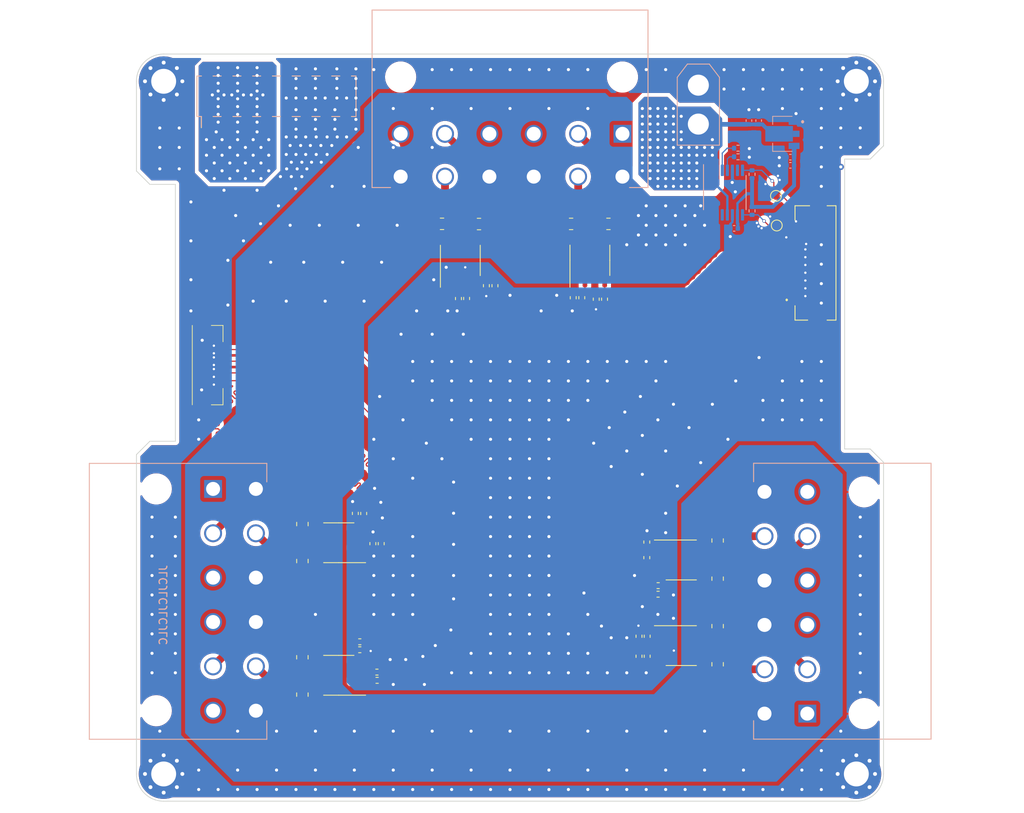
<source format=kicad_pcb>
(kicad_pcb (version 20211014) (generator pcbnew)
  (layers (0 "F.Cu" signal "SIGNAL1.Cu") (1 "In1.Cu" signal "GND.Cu") (2 "In2.Cu" signal "PWR.Cu") (31 "B.Cu" signal "SIGNAL2.Cu") (34 "B.Paste" user) (35 "F.Paste" user) (36 "B.SilkS" user "B.Silkscreen") (37 "F.SilkS" user "F.Silkscreen") (38 "B.Mask" user) (39 "F.Mask" user) (44 "Edge.Cuts" user))
  (net 0 "")
  (net 1 "SERVO_9")
  (net 2 "SERVO_0")
  (net 3 "GND")
  (net 4 "Net-(Q1-Pad2)")
  (net 5 "Net-(Q1-Pad4)")
  (net 6 "SERVO_3")
  (net 7 "SERVO_1")
  (net 8 "Net-(Q2-Pad2)")
  (net 9 "Net-(Q2-Pad4)")
  (net 10 "SERVO_4")
  (net 11 "SERVO_2")
  (net 12 "Net-(Q3-Pad2)")
  (net 13 "Net-(Q3-Pad4)")
  (net 14 "SERVO_7")
  (net 15 "SERVO_5")
  (net 16 "Net-(Q4-Pad2)")
  (net 17 "Net-(Q4-Pad4)")
  (net 18 "SERVO_8")
  (net 19 "SERVO_6")
  (net 20 "SERVO_10")
  (net 21 "SERVO_11")
  (net 22 "Net-(Q5-Pad2)")
  (net 23 "Net-(Q5-Pad4)")
  (net 24 "Net-(Q6-Pad2)")
  (net 25 "Net-(Q6-Pad4)")
  (net 26 "FLI_PWM_2_TIM2_CH2")
  (net 27 "FLI_TVC_PWR_I2C3_SCL")
  (net 28 "FLI_TVC_PWR_I2C3_SDA")
  (net 29 "FLI_PWM_12_TIM1_CH4")
  (net 30 "FLI_PWM_11_TIM3_CH3")
  (net 31 "FLI_PWM_10_TIM3_CH2")
  (net 32 "FLI_PWM_9_TIM3_CH1")
  (net 33 "FLI_PWM_8_TIM4_CH4")
  (net 34 "FLI_PWM_7_TIM4_CH3")
  (net 35 "FLI_PWM_6_TIM4_CH2")
  (net 36 "+3.3V")
  (net 37 "+6.8V")
  (net 38 "Net-(R37-Pad1)")
  (net 39 "Net-(R38-Pad1)")
  (net 40 "FLI_PWM_5_TIM2_CH1")
  (net 41 "FLI_PWM_4_TIM2_CH4")
  (net 42 "FLI_PWM_3_TIM2_CH3")
  (net 43 "TVC_IN")
  (net 46 "+3.3VP")
  (net 47 "FLI_PWM_1_TIM5_CH1")
  (footprint "Resistor_SMD:R_0402_1005Metric" (layer "F.Cu") (at 146.965 77.7655 -90)
    (fp_text reference "R3" hide)
    (fp_text value "10K")
  )
  (footprint "Package_SO:SOIC-8_3.9x4.9mm_P1.27mm" (layer "F.Cu") (at 172 124.01)
    (fp_text reference "Q4" hide)
    (fp_text value "FDS9926A")
  )
  (footprint "TestPoint:TestPoint_Pad_D1.0mm" (layer "F.Cu") (at 184.275 70.025)
    (fp_text reference "TP1" hide)
    (fp_text value "TestPoint")
  )
  (footprint "Resistor_SMD:R_0402_1005Metric" (layer "F.Cu") (at 169.025 117.405)
    (fp_text reference "R13" hide)
    (fp_text value "3K")
  )
  (footprint "Resistor_SMD:R_0805_2012Metric" (layer "F.Cu") (at 176.675 121.505 -90)
    (fp_text reference "R23" hide)
    (fp_text value "10K")
  )
  (footprint "Resistor_SMD:R_0402_1005Metric" (layer "F.Cu") (at 132.925 128.469977)
    (fp_text reference "R27" hide)
    (fp_text value "10K")
  )
  (footprint "Connector_PinHeader_2.54mm:PinHeader_2x08_P2.54mm_Vertical_SMD" (layer "F.Cu") (at 119.99 53.425 90)
    (fp_text reference "J4" hide)
    (fp_text value "Conn_02x08_Odd_Even")
  )
  (footprint "Resistor_SMD:R_0402_1005Metric" (layer "F.Cu") (at 131.20195 107.033027 -90)
    (fp_text reference "R32" hide)
    (fp_text value "3K")
  )
  (footprint "Resistor_SMD:R_0805_2012Metric" (layer "F.Cu") (at 123.32695 113.141227 90)
    (fp_text reference "R35" hide)
    (fp_text value "10K")
  )
  (footprint "Resistor_SMD:R_0805_2012Metric" (layer "F.Cu") (at 176.675 115.405 90)
    (fp_text reference "R17" hide)
    (fp_text value "10K")
  )
  (footprint "Resistor_SMD:R_0402_1005Metric" (layer "F.Cu") (at 166.575 122.805 90)
    (fp_text reference "R21" hide)
    (fp_text value "10K")
  )
  (footprint "Resistor_SMD:R_0805_2012Metric" (layer "F.Cu") (at 123.32695 108.391227 -90)
    (fp_text reference "R36" hide)
    (fp_text value "10K")
  )
  (footprint "Package_SO:SOIC-8_3.9x4.9mm_P1.27mm" (layer "F.Cu") (at 172 113.005)
    (fp_text reference "Q3" hide)
    (fp_text value "FDS9926A")
  )
  (footprint "Resistor_SMD:R_0402_1005Metric" (layer "F.Cu") (at 161.0814 79.5 -90)
    (fp_text reference "R10" hide)
    (fp_text value "10K")
  )
  (footprint "Resistor_SMD:R_0402_1005Metric" (layer "F.Cu") (at 167.575 112.705 90)
    (fp_text reference "R14" hide)
    (fp_text value "3K")
  )
  (footprint "FFC_20P_Connector:5051102091" (layer "F.Cu") (at 189.25 74.8425 90)
    (fp_text reference "CN1" hide)
    (fp_text value "5051102091" hide)
  )
  (footprint "Package_SO:SOIC-8_3.9x4.9mm_P1.27mm" (layer "F.Cu") (at 160.2632 74.5 90)
    (fp_text reference "Q2" hide)
    (fp_text value "FDS9926A")
  )
  (footprint "Resistor_SMD:R_0402_1005Metric" (layer "F.Cu") (at 144.425 79.4055 90)
    (fp_text reference "R2" hide)
    (fp_text value "3K")
  )
  (footprint "Resistor_SMD:R_0805_2012Metric" (layer "F.Cu") (at 176.675 110.505 -90)
    (fp_text reference "R18" hide)
    (fp_text value "10K")
  )
  (footprint "Resistor_SMD:R_0402_1005Metric" (layer "F.Cu") (at 159.2232 79.31 90)
    (fp_text reference "R7" hide)
    (fp_text value "3K")
  )
  (footprint "Resistor_SMD:R_0402_1005Metric" (layer "F.Cu") (at 130.12695 107.023027 90)
    (fp_text reference "R34" hide)
    (fp_text value "10K")
  )
  (footprint "MountingHole:MountingHole_3.2mm_M3_Pad_Via" (layer "F.Cu") (at 105.5 51.5)
    (fp_text reference "H4" hide)
    (fp_text value "MountingHole")
  )
  (footprint "Resistor_SMD:R_0805_2012Metric" (layer "F.Cu") (at 157.85 69.825)
    (fp_text reference "R11" hide)
    (fp_text value "10K")
  )
  (footprint "Resistor_SMD:R_0402_1005Metric" (layer "F.Cu") (at 167.625 122.805 -90)
    (fp_text reference "R19" hide)
    (fp_text value "3K")
  )
  (footprint "Resistor_SMD:R_0402_1005Metric" (layer "F.Cu") (at 143.375 79.4155 -90)
    (fp_text reference "R4" hide)
    (fp_text value "10K")
  )
  (footprint "MountingHole:MountingHole_3.2mm_M3_Pad_Via" (layer "F.Cu") (at 194.5 51.5)
    (fp_text reference "H3" hide)
    (fp_text value "MountingHole")
  )
  (footprint "Resistor_SMD:R_0805_2012Metric" (layer "F.Cu") (at 176.675 126.405 90)
    (fp_text reference "R24" hide)
    (fp_text value "10K")
  )
  (footprint "MountingHole:MountingHole_3.2mm_M3_Pad_Via" (layer "F.Cu") (at 194.5 140.5)
    (fp_text reference "H2" hide)
    (fp_text value "MountingHole")
  )
  (footprint "Resistor_SMD:R_0402_1005Metric" (layer "F.Cu") (at 167.625 125.375 90)
    (fp_text reference "R22" hide)
    (fp_text value "10K")
  )
  (footprint "Resistor_SMD:R_0402_1005Metric" (layer "F.Cu") (at 169.035 116.305 180)
    (fp_text reference "R15" hide)
    (fp_text value "10K")
  )
  (footprint "Resistor_SMD:R_0402_1005Metric" (layer "F.Cu") (at 132.37695 110.908027 90)
    (fp_text reference "R33" hide)
    (fp_text value "10K")
  )
  (footprint "Resistor_SMD:R_0805_2012Metric" (layer "F.Cu") (at 123.325 125.503727 -90)
    (fp_text reference "R30" hide)
    (fp_text value "10K")
  )
  (footprint "Resistor_SMD:R_0402_1005Metric" (layer "F.Cu") (at 166.575 125.375 -90)
    (fp_text reference "R20" hide)
    (fp_text value "3K")
  )
  (footprint "Resistor_SMD:R_0805_2012Metric" (layer "F.Cu") (at 141.265 69.8155)
    (fp_text reference "R5" hide)
    (fp_text value "10K")
  )
  (footprint "Resistor_SMD:R_0402_1005Metric" (layer "F.Cu") (at 130.7 123.514977 180)
    (fp_text reference "R26" hide)
    (fp_text value "3K")
  )
  (footprint "Resistor_SMD:R_0402_1005Metric" (layer "F.Cu") (at 167.575 110.705 90)
    (fp_text reference "R16" hide)
    (fp_text value "10K")
  )
  (footprint "MountingHole:MountingHole_3.2mm_M3_Pad_Via" (layer "F.Cu") (at 105.5 140.5)
    (fp_text reference "H1" hide)
    (fp_text value "MountingHole")
  )
  (footprint "Package_SO:SOIC-8_3.9x4.9mm_P1.27mm" (layer "F.Cu") (at 128.00195 110.791227 180)
    (fp_text reference "Q6" hide)
    (fp_text value "FDS9926A")
  )
  (footprint "TestPoint:TestPoint_Pad_D1.0mm" (layer "F.Cu") (at 184.175 66.225)
    (fp_text reference "TP2" hide)
    (fp_text value "TestPoint")
  )
  (footprint "Resistor_SMD:R_0805_2012Metric" (layer "F.Cu") (at 146.015 69.8405 180)
    (fp_text reference "R6" hide)
    (fp_text value "10K")
  )
  (footprint "Resistor_SMD:R_0402_1005Metric" (layer "F.Cu") (at 158.1232 79.31 -90)
    (fp_text reference "R9" hide)
    (fp_text value "10K")
  )
  (footprint "Resistor_SMD:R_0805_2012Metric" (layer "F.Cu") (at 162.6482 69.825 180)
    (fp_text reference "R12" hide)
    (fp_text value "10K")
  )
  (footprint "Resistor_SMD:R_0805_2012Metric" (layer "F.Cu") (at 123.325 130.303727 90)
    (fp_text reference "R29" hide)
    (fp_text value "10K")
  )
  (footprint "Resistor_SMD:R_0402_1005Metric" (layer "F.Cu") (at 132.9 127.414977 180)
    (fp_text reference "R25" hide)
    (fp_text value "3K")
  )
  (footprint "Resistor_SMD:R_0402_1005Metric" (layer "F.Cu") (at 148.065 77.7655 90)
    (fp_text reference "R1" hide)
    (fp_text value "3K")
  )
  (footprint "Package_SO:SOIC-8_3.9x4.9mm_P1.27mm" (layer "F.Cu") (at 128 127.819977 180)
    (fp_text reference "Q5" hide)
    (fp_text value "FDS9926A")
  )
  (footprint "Package_SO:SOIC-8_3.9x4.9mm_P1.27mm" (layer "F.Cu") (at 143.615 74.5155 90)
    (fp_text reference "Q1" hide)
    (fp_text value "FDS9926A")
  )
  (footprint "FFC_11P_Connector:5051101192" (layer "F.Cu") (at 111.4 87.9675 -90)
    (fp_text reference "CN2" hide)
    (fp_text value "505110-1192" hide)
  )
  (footprint "Resistor_SMD:R_0402_1005Metric" (layer "F.Cu") (at 130.7 124.539977)
    (fp_text reference "R28" hide)
    (fp_text value "10K")
  )
  (footprint "Resistor_SMD:R_0402_1005Metric" (layer "F.Cu") (at 162.1482 79.5 90)
    (fp_text reference "R8" hide)
    (fp_text value "3K")
  )
  (footprint "Resistor_SMD:R_0402_1005Metric" (layer "F.Cu") (at 133.45195 110.908027 -90)
    (fp_text reference "R31" hide)
    (fp_text value "3K")
  )
  (footprint "Connector_AMASS:AMASS_XT30U-M_1x02_P5.0mm_Vertical" (layer "B.Cu") (at 174.2 52 -90)
    (fp_text reference "J1" hide)
    (fp_text value "Conn_01x02_Male")
  )
  (footprint "XC6203P332PR-G:XC6203P332PRG" (layer "B.Cu") (at 185 58.25 -90)
    (fp_text reference "X1" hide)
    (fp_text value "XC6203P332PR-G" hide)
  )
  (footprint "Resistor_SMD:R_0402_1005Metric" (layer "B.Cu") (at 181.1 63.45 90)
    (fp_text reference "R40" hide)
    (fp_text value "10K")
  )
  (footprint "ATX_12P:MOLEX_1720640012" (layer "B.Cu") (at 188.2 132.75 -90)
    (fp_text reference "J6" hide)
    (fp_text value "1720640012")
  )
  (footprint "Capacitor_SMD:C_0402_1005Metric" (layer "B.Cu") (at 181.95 56.55 90)
    (fp_text reference "C2" hide)
    (fp_text value "1uF")
  )
  (footprint "Capacitor_SMD:C_0402_1005Metric" (layer "B.Cu") (at 178.8 70.4 180)
    (fp_text reference "C1" hide)
    (fp_text value "1uF")
  )
  (footprint "Capacitor_SMD:C_0402_1005Metric" (layer "B.Cu") (at 186.02 61.25 180)
    (fp_text reference "C4" hide)
    (fp_text value "1uF")
  )
  (footprint "Package_SO:TSSOP-16_4.4x5mm_P0.65mm" (layer "B.Cu") (at 177.6 65.8 -90)
    (fp_text reference "U2" hide)
    (fp_text value "INA260")
  )
  (footprint "Resistor_SMD:R_0402_1005Metric" (layer "B.Cu") (at 179.3 60.1)
    (fp_text reference "R37" hide)
    (fp_text value "10K")
  )
  (footprint "Capacitor_SMD:C_0402_1005Metric" (layer "B.Cu") (at 186.02 62.3 180)
    (fp_text reference "C5" hide)
    (fp_text value "1uF")
  )
  (footprint "Capacitor_SMD:C_0402_1005Metric" (layer "B.Cu") (at 180.7 56.55 90)
    (fp_text reference "C3" hide)
    (fp_text value "1uF")
  )
  (footprint "Resistor_SMD:R_0402_1005Metric" (layer "B.Cu") (at 179.3 61.2)
    (fp_text reference "R38" hide)
    (fp_text value "10K")
  )
  (footprint "ATX_12P:MOLEX_1720640012" (layer "B.Cu") (at 164.45 58.25)
    (fp_text reference "J2" hide)
    (fp_text value "1720640012")
  )
  (footprint "Resistor_SMD:R_0402_1005Metric" (layer "B.Cu") (at 181.1 68.15 -90)
    (fp_text reference "R39" hide)
    (fp_text value "10K")
  )
  (footprint "Connector_PinSocket_2.54mm:PinSocket_2x08_P2.54mm_Vertical_SMD" (layer "B.Cu") (at 119.99 53.42 -90)
    (fp_text reference "J5" hide)
    (fp_text value "Conn_02x08_Odd_Even")
  )
  (footprint "ATX_12P:MOLEX_1720640012" (layer "B.Cu") (at 111.849997 103.874977 90)
    (fp_text reference "J3" hide)
    (fp_text value "1720640012")
  )
  (gr_line (start 197.999997 140.499977) (end 197.999997 100.456752) (layer "Edge.Cuts") (width 0.1))
  (gr_line (start 103.719997 97.749977) (end 101.999997 99.464677) (layer "Edge.Cuts") (width 0.1))
  (gr_arc (start 194.499997 47.999977) (mid 196.974871 49.025103) (end 197.999997 51.499977) (layer "Edge.Cuts") (width 0.1))
  (gr_line (start 192.999997 61.499977) (end 192.999997 98.742052) (layer "Edge.Cuts") (width 0.1))
  (gr_line (start 105.499997 47.999977) (end 194.499997 47.999977) (layer "Edge.Cuts") (width 0.1))
  (gr_line (start 197.999997 59.785277) (end 197.999997 51.499977) (layer "Edge.Cuts") (width 0.1))
  (gr_line (start 196.279997 61.499977) (end 197.999997 59.785277) (layer "Edge.Cuts") (width 0.1))
  (gr_arc (start 105.499997 143.999977) (mid 103.025123 142.974851) (end 101.999997 140.499977) (layer "Edge.Cuts") (width 0.1))
  (gr_line (start 101.999997 63.027352) (end 103.719997 64.742052) (layer "Edge.Cuts") (width 0.1))
  (gr_line (start 197.999997 100.456752) (end 196.279997 98.742052) (layer "Edge.Cuts") (width 0.1))
  (gr_line (start 101.999997 63.027352) (end 101.999997 51.499977) (layer "Edge.Cuts") (width 0.1))
  (gr_line (start 103.719997 64.742052) (end 106.999997 64.742052) (layer "Edge.Cuts") (width 0.1))
  (gr_line (start 106.999997 64.742052) (end 106.999997 97.749977) (layer "Edge.Cuts") (width 0.1))
  (gr_line (start 106.999997 97.749977) (end 103.719997 97.749977) (layer "Edge.Cuts") (width 0.1))
  (gr_line (start 192.999997 61.499977) (end 196.279997 61.499977) (layer "Edge.Cuts") (width 0.1))
  (gr_line (start 101.999997 99.464677) (end 101.999997 140.499977) (layer "Edge.Cuts") (width 0.1))
  (gr_line (start 196.279997 98.742052) (end 192.999997 98.742052) (layer "Edge.Cuts") (width 0.1))
  (gr_line (start 105.499997 143.999977) (end 194.499997 143.999977) (layer "Edge.Cuts") (width 0.1))
  (gr_arc (start 197.999997 140.499977) (mid 196.974871 142.974851) (end 194.499997 143.999977) (layer "Edge.Cuts") (width 0.1))
  (gr_arc (start 101.999997 51.499977) (mid 103.025123 49.025103) (end 105.499997 47.999977) (layer "Edge.Cuts") (width 0.1))
  (gr_text "JLCJLCJLCJLC" (at 105.45 118.8 90) (layer "B.SilkS") (effects (font (size 1 1)) (justify mirror)))
  (segment (start 123.325 126.416227) (end 125.483773 126.416227) (width 1) (layer "F.Cu") (net 1))
  (segment (start 125.525 126.375) (end 125.525 126.875) (width 1) (layer "F.Cu") (net 1))
  (segment (start 125.483773 126.416227) (end 125.525 126.375) (width 1) (layer "F.Cu") (net 1))
  (segment (start 114.524974 124) (end 111.849997 126.674977) (width 1) (layer "F.Cu") (net 1))
  (segment (start 125.525 127.184977) (end 125.525 126.875) (width 0.6) (layer "F.Cu") (net 1))
  (segment (start 125.525 126.375) (end 125.525 125.914977) (width 0.6) (layer "F.Cu") (net 1))
  (segment (start 121.416227 126.416227) (end 119 124) (width 1) (layer "F.Cu") (net 1))
  (segment (start 119 124) (end 114.524974 124) (width 1) (layer "F.Cu") (net 1))
  (segment (start 123.325 126.416227) (end 121.416227 126.416227) (width 1) (layer "F.Cu") (net 1))
  (segment (start 142.1775 70.4793) (end 142.3482 70.65) (width 1) (layer "F.Cu") (net 2))
  (segment (start 142.6577 72.0405) (end 142.98 72.0405) (width 0.6) (layer "F.Cu") (net 2))
  (segment (start 142.3482 70.65) (end 142.3482 71.881) (width 1) (layer "F.Cu") (net 2))
  (segment (start 142.1775 67.1293) (end 141.65 66.6018) (width 1) (layer "F.Cu") (net 2))
  (segment (start 142.1887 72.0405) (end 142.6577 72.0405) (width 1) (layer "F.Cu") (net 2))
  (segment (start 142.1775 69.8155) (end 142.1775 67.1293) (width 1) (layer "F.Cu") (net 2))
  (segment (start 141.65 66.6018) (end 141.65 63.75) (width 1) (layer "F.Cu") (net 2))
  (segment (start 142.1775 69.8155) (end 142.1775 70.4793) (width 1) (layer "F.Cu") (net 2))
  (segment (start 141.71 72.0405) (end 142.1887 72.0405) (width 0.6) (layer "F.Cu") (net 2))
  (segment (start 142.3482 71.881) (end 142.1887 72.0405) (width 1) (layer "F.Cu") (net 2))
  (segment (start 186.775 75.0925) (end 187.9425 75.0925) (width 0.3) (layer "F.Cu") (net 3))
  (segment (start 113.125 86.4675) (end 111.9675 86.4675) (width 0.3) (layer "F.Cu") (net 3))
  (segment (start 186.775 72.0925) (end 187.7425 72.0925) (width 0.3) (layer "F.Cu") (net 3))
  (segment (start 111.9675 87.9675) (end 111.95 87.95) (width 0.3) (layer "F.Cu") (net 3))
  (segment (start 113.125 88.4675) (end 111.9575 88.4675) (width 0.3) (layer "F.Cu") (net 3))
  (segment (start 186.775 70.0925) (end 186.775 69.525) (width 0.3) (layer "F.Cu") (net 3))
  (segment (start 187.9425 74.0925) (end 187.95 74.1) (width 0.3) (layer "F.Cu") (net 3))
  (segment (start 113.125 90.4675) (end 111.9575 90.4675) (width 0.3) (layer "F.Cu") (net 3))
  (segment (start 113.125 86.9675) (end 111.9575 86.9675) (width 0.3) (layer "F.Cu") (net 3))
  (segment (start 185.9575 71.0925) (end 185.5 71.55) (width 0.3) (layer "F.Cu") (net 3))
  (segment (start 187.9425 79.0925) (end 187.95 79.1) (width 0.3) (layer "F.Cu") (net 3))
  (segment (start 113.125 89.4675) (end 111.9575 89.4675) (width 0.3) (layer "F.Cu") (net 3))
  (segment (start 186.775 74.0925) (end 187.9425 74.0925) (width 0.3) (layer "F.Cu") (net 3))
  (segment (start 186.775 77.0925) (end 187.9425 77.0925) (width 0.3) (layer "F.Cu") (net 3))
  (segment (start 111.9675 86.4675) (end 111.95 86.45) (width 0.3) (layer "F.Cu") (net 3))
  (segment (start 187.9425 75.0925) (end 187.95 75.1) (width 0.3) (layer "F.Cu") (net 3))
  (segment (start 111.9575 85.4675) (end 111.95 85.475) (width 0.3) (layer "F.Cu") (net 3))
  (segment (start 113.125 85.4675) (end 111.9575 85.4675) (width 0.3) (layer "F.Cu") (net 3))
  (segment (start 186.775 69.525) (end 186.75 69.5) (width 0.3) (layer "F.Cu") (net 3))
  (segment (start 111.9575 86.9675) (end 111.95 86.975) (width 0.3) (layer "F.Cu") (net 3))
  (segment (start 186.775 78.0925) (end 187.9425 78.0925) (width 0.3) (layer "F.Cu") (net 3))
  (segment (start 111.9575 90.4675) (end 111.95 90.475) (width 0.3) (layer "F.Cu") (net 3))
  (segment (start 187.7425 72.0925) (end 188.05 72.4) (width 0.3) (layer "F.Cu") (net 3))
  (segment (start 186.775 79.0925) (end 187.9425 79.0925) (width 0.3) (layer "F.Cu") (net 3))
  (segment (start 187.9425 76.0925) (end 187.95 76.1) (width 0.3) (layer "F.Cu") (net 3))
  (segment (start 186.775 76.0925) (end 187.9425 76.0925) (width 0.3) (layer "F.Cu") (net 3))
  (segment (start 111.9575 88.4675) (end 111.95 88.475) (width 0.3) (layer "F.Cu") (net 3))
  (segment (start 113.125 87.9675) (end 111.9675 87.9675) (width 0.3) (layer "F.Cu") (net 3))
  (segment (start 111.9575 89.4675) (end 111.95 89.475) (width 0.3) (layer "F.Cu") (net 3))
  (segment (start 187.9425 73.0925) (end 187.95 73.1) (width 0.3) (layer "F.Cu") (net 3))
  (segment (start 187.9425 77.0925) (end 187.95 77.1) (width 0.3) (layer "F.Cu") (net 3))
  (segment (start 186.775 71.0925) (end 185.9575 71.0925) (width 0.3) (layer "F.Cu") (net 3))
  (segment (start 187.9425 78.0925) (end 187.95 78.1) (width 0.3) (layer "F.Cu") (net 3))
  (segment (start 186.775 73.0925) (end 187.9425 73.0925) (width 0.3) (layer "F.Cu") (net 3))
  (via (at 187.5 95) (size 0.8) (drill 0.4) (layers "F.Cu" "B.Cu") (net 3))
  (via (at 132.4 109.4) (size 0.8) (drill 0.4) (layers "F.Cu" "B.Cu") (net 3))
  (via (at 107 125) (size 0.8) (drill 0.4) (layers "F.Cu" "B.Cu") (net 3))
  (via (at 166.75 92) (size 0.8) (drill 0.4) (layers "F.Cu" "B.Cu") (net 3))
  (via (at 132.5 97.5) (size 0.8) (drill 0.4) (layers "F.Cu" "B.Cu") (net 3))
  (via (at 122.5 51.15) (size 0.8) (drill 0.4) (layers "F.Cu" "B.Cu") (net 3))
  (via (at 125 52.4) (size 0.8) (drill 0.4) (layers "F.Cu" "B.Cu") (net 3))
  (via (at 169 120) (size 0.8) (drill 0.4) (layers "F.Cu" "B.Cu") (net 3))
  (via (at 187.5 92.5) (size 0.8) (drill 0.4) (layers "F.Cu" "B.Cu") (net 3))
  (via (at 127.5 57.65) (size 0.8) (drill 0.4) (layers "F.Cu" "B.Cu") (net 3))
  (via (at 142.75 107) (size 0.8) (drill 0.4) (layers "F.Cu" "B.Cu") (net 3))
  (via (at 185 52.5) (size 0.8) (drill 0.4) (layers "F.Cu" "B.Cu") (net 3))
  (via (at 150 117.5) (size 0.8) (drill 0.4) (layers "F.Cu" "B.Cu") (net 3))
  (via (at 135 117.5) (size 0.8) (drill 0.4) (layers "F.Cu" "B.Cu") (net 3))
  (via (at 190 62.5) (size 0.8) (drill 0.4) (layers "F.Cu" "B.Cu") (net 3))
  (via (at 160 90) (size 0.8) (drill 0.4) (layers "F.Cu" "B.Cu") (net 3))
  (via (at 125.7 59.75) (size 0.8) (drill 0.4) (layers "F.Cu" "B.Cu") (net 3))
  (via (at 115.75 72) (size 0.8) (drill 0.4) (layers "F.Cu" "B.Cu") (net 3))
  (via (at 130.2 51.15) (size 0.8) (drill 0.4) (layers "F.Cu" "B.Cu") (net 3))
  (via (at 104 110) (size 0.8) (drill 0.4) (layers "F.Cu" "B.Cu") (net 3))
  (via (at 112.5 142.5) (size 0.8) (drill 0.4) (layers "F.Cu" "B.Cu") (net 3))
  (via (at 155 117.5) (size 0.8) (drill 0.4) (layers "F.Cu" "B.Cu") (net 3))
  (via (at 182.5 52.5) (size 0.8) (drill 0.4) (layers "F.Cu" "B.Cu") (net 3))
  (via (at 127.75 51.15) (size 0.8) (drill 0.4) (layers "F.Cu" "B.Cu") (net 3))
  (via (at 147.5 120) (size 0.8) (drill 0.4) (layers "F.Cu" "B.Cu") (net 3))
  (via (at 150 97.5) (size 0.8) (drill 0.4) (layers "F.Cu" "B.Cu") (net 3))
  (via (at 190 52.5) (size 0.8) (drill 0.4) (layers "F.Cu" "B.Cu") (net 3))
  (via (at 122.5 58.65) (size 0.8) (drill 0.4) (layers "F.Cu" "B.Cu") (net 3))
  (via (at 109 77) (size 0.8) (drill 0.4) (layers "F.Cu" "B.Cu") (net 3))
  (via (at 152.5 102.5) (size 0.8) (drill 0.4) (layers "F.Cu" "B.Cu") (net 3))
  (via (at 172.5 142.5) (size 0.8) (drill 0.4) (layers "F.Cu" "B.Cu") (net 3))
  (via (at 140.4 124) (size 0.8) (drill 0.4) (layers "F.Cu" "B.Cu") (net 3))
  (via (at 165 87.5) (size 0.8) (drill 0.4) (layers "F.Cu" "B.Cu") (net 3))
  (via (at 160 127.5) (size 0.8) (drill 0.4) (layers "F.Cu" "B.Cu") (net 3))
  (via (at 152.5 92.5) (size 0.8) (drill 0.4) (layers "F.Cu" "B.Cu") (net 3))
  (via (at 139.25 98) (size 0.8) (drill 0.4) (layers "F.Cu" "B.Cu") (net 3))
  (via (at 170 87.5) (size 0.8) (drill 0.4) (layers "F.Cu" "B.Cu") (net 3))
  (via (at 178.3 71.45) (size 0.8) (drill 0.4) (layers "F.Cu" "B.Cu") (net 3))
  (via (at 126.5 58.65) (size 0.8) (drill 0.4) (layers "F.Cu" "B.Cu") (net 3))
  (via (at 125 49.9) (size 0.8) (drill 0.4) (layers "F.Cu" "B.Cu") (net 3))
  (via (at 137.5 102.5) (size 0.8) (drill 0.4) (layers "F.Cu" "B.Cu") (net 3))
  (via (at 113.25 65.5) (size 0.8) (drill 0.4) (layers "F.Cu" "B.Cu") (net 3))
  (via (at 110 142.5) (size 0.8) (drill 0.4) (layers "F.Cu" "B.Cu") (net 3))
  (via (at 135 100) (size 0.8) (drill 0.4) (layers "F.Cu" "B.Cu") (net 3))
  (via (at 190 50) (size 0.8) (drill 0.4) (layers "F.Cu" "B.Cu") (net 3))
  (via (at 142.4 122) (size 0.8) (drill 0.4) (layers "F.Cu" "B.Cu") (net 3))
  (via (at 170 142.5) (size 0.8) (drill 0.4) (layers "F.Cu" "B.Cu") (net 3))
  (via (at 157.5 127.5) (size 0.8) (drill 0.4) (layers "F.Cu" "B.Cu") (net 3))
  (via (at 182 87) (size 0.8) (drill 0.4) (layers "F.Cu" "B.Cu") (net 3))
  (via (at 187.95 75.1) (size 0.45) (drill 0.3) (layers "F.Cu" "B.Cu") (net 3))
  (via (at 157.5 87.5) (size 0.8) (drill 0.4) (layers "F.Cu" "B.Cu") (net 3))
  (via (at 121.3 62.75) (size 0.8) (drill 0.4) (layers "F.Cu" "B.Cu") (net 3))
  (via (at 195 112.5) (size 0.8) (drill 0.4) (layers "F.Cu" "B.Cu") (net 3))
  (via (at 195 125) (size 0.8) (drill 0.4) (layers "F.Cu" "B.Cu") (net 3))
  (via (at 165 142.5) (size 0.8) (drill 0.4) (layers "F.Cu" "B.Cu") (net 3))
  (via (at 109 67) (size 0.8) (drill 0.4) (layers "F.Cu" "B.Cu") (net 3))
  (via (at 136.25 95) (size 0.8) (drill 0.4) (layers "F.Cu" "B.Cu") (net 3))
  (via (at 144 84) (size 0.8) (drill 0.4) (layers "F.Cu" "B.Cu") (net 3))
  (via (at 150 92.5) (size 0.8) (drill 0.4) (layers "F.Cu" "B.Cu") (net 3))
  (via (at 122.5 55.15) (size 0.8) (drill 0.4) (layers "F.Cu" "B.Cu") (net 3))
  (via (at 190 87.5) (size 0.8) (drill 0.4) (layers "F.Cu" "B.Cu") (net 3))
  (via (at 167 102) (size 0.8) (drill 0.4) (layers "F.Cu" "B.Cu") (net 3))
  (via (at 136.6 125.8) (size 0.8) (drill 0.4) (layers "F.Cu" "B.Cu") (net 3))
  (via (at 160.75 98) (size 0.8) (drill 0.4) (layers "F.Cu" "B.Cu") (net 3))
  (via (at 140 92.5) (size 0.8) (drill 0.4) (layers "F.Cu" "B.Cu") (net 3))
  (via (at 155 125) (size 0.8) (drill 0.4) (layers "F.Cu" "B.Cu") (net 3))
  (via (at 169 95) (size 0.8) (drill 0.4) (layers "F.Cu" "B.Cu") (net 3))
  (via (at 130 142.5) (size 0.8) (drill 0.4) (layers "F.Cu" "B.Cu") (net 3))
  (via (at 123.1 59.75) (size 0.8) (drill 0.4) (layers "F.Cu" "B.Cu") (net 3))
  (via (at 174.5 100.5) (size 0.8) (drill 0.4) (layers "F.Cu" "B.Cu") (net 3))
  (via (at 111.95 86.45) (size 0.45) (drill 0.3) (layers "F.Cu" "B.Cu") (net 3))
  (via (at 110.375 91.15) (size 0.8) (drill 0.4) (layers "F.Cu" "B.Cu") (net 3))
  (via (at 122.5 53.65) (size 0.8) (drill 0.4) (layers "F.Cu" "B.Cu") (net 3))
  (via (at 137.5 142.5) (size 0.8) (drill 0.4) (layers "F.Cu" "B.Cu") (net 3))
  (via (at 155 50) (size 0.8) (drill 0.4) (layers "F.Cu" "B.Cu") (net 3))
  (via (at 152.5 95) (size 0.8) (drill 0.4) (layers "F.Cu" "B.Cu") (net 3))
  (via (at 180.75 60.15) (size 0.8) (drill 0.4) (layers "F.Cu" "B.Cu") (net 3))
  (via (at 125.1 58.65) (size 0.8) (drill 0.4) (layers "F.Cu" "B.Cu") (net 3))
  (via (at 152.5 127.5) (size 0.8) (drill 0.4) (layers "F.Cu" "B.Cu") (net 3))
  (via (at 122.5 49.9) (size 0.8) (drill 0.4) (layers "F.Cu" "B.Cu") (net 3))
  (via (at 140 142.5) (size 0.8) (drill 0.4) (layers "F.Cu" "B.Cu") (net 3))
  (via (at 157.5 92.5) (size 0.8) (drill 0.4) (layers "F.Cu" "B.Cu") (net 3))
  (via (at 111.95 87.95) (size 0.45) (drill 0.3) (layers "F.Cu" "B.Cu") (net 3))
  (via (at 155 115) (size 0.8) (drill 0.4) (layers "F.Cu" "B.Cu") (net 3))
  (via (at 152.5 125) (size 0.8) (drill 0.4) (layers "F.Cu" "B.Cu") (net 3))
  (via (at 178 97.5) (size 0.8) (drill 0.4) (layers "F.Cu" "B.Cu") (net 3))
  (via (at 170 109.5) (size 0.8) (drill 0.4) (layers "F.Cu" "B.Cu") (net 3))
  (via (at 137.5 110) (size 0.8) (drill 0.4) (layers "F.Cu" "B.Cu") (net 3))
  (via (at 160 120) (size 0.8) (drill 0.4) (layers "F.Cu" "B.Cu") (net 3))
  (via (at 167.6 109.25) (size 0.8) (drill 0.4) (layers "F.Cu" "B.Cu") (net 3))
  (via (at 130.2 52.4) (size 0.8) (drill 0.4) (layers "F.Cu" "B.Cu") (net 3))
  (via (at 155 107.5) (size 0.8) (drill 0.4) (layers "F.Cu" "B.Cu") (net 3))
  (via (at 190 95) (size 0.8) (drill 0.4) (layers "F.Cu" "B.Cu") (net 3))
  (via (at 135 120) (size 0.8) (drill 0.4) (layers "F.Cu" "B.Cu") (net 3))
  (via (at 152.5 50) (size 0.8) (drill 0.4) (layers "F.Cu" "B.Cu") (net 3))
  (via (at 181.925 70.15) (size 0.45) (drill 0.3) (layers "F.Cu" "B.Cu") (net 3))
  (via (at 190 77.5) (size 0.8) (drill 0.4) (layers "F.Cu" "B.Cu") (net 3))
  (via (at 195 115) (size 0.8) (drill 0.4) (layers "F.Cu" "B.Cu") (net 3))
  (via (at 171 93) (size 0.8) (drill 0.4) (layers "F.Cu" "B.Cu") (net 3))
  (via (at 180.75 61.25) (size 0.8) (drill 0.4) (layers "F.Cu" "B.Cu") (net 3))
  (via (at 124.5 61.9) (size 0.8) (drill 0.4) (layers "F.Cu" "B.Cu") (net 3))
  (via (at 156 79) (size 0.8) (drill 0.4) (layers "F.Cu" "B.Cu") (net 3))
  (via (at 155 112.5) (size 0.8) (drill 0.4) (layers "F.Cu" "B.Cu") (net 3))
  (via (at 160 87.5) (size 0.8) (drill 0.4) (layers "F.Cu" "B.Cu") (net 3))
  (via (at 115 142.5) (size 0.8) (drill 0.4) (layers "F.Cu" "B.Cu") (net 3))
  (via (at 140 84) (size 0.8) (drill 0.4) (layers "F.Cu" "B.Cu") (net 3))
  (via (at 126.5 60.9) (size 0.8) (drill 0.4) (layers "F.Cu" "B.Cu") (net 3))
  (via (at 155 142.5) (size 0.8) (drill 0.4) (layers "F.Cu" "B.Cu") (net 3))
  (via (at 165 127.5) (size 0.8) (drill 0.4) (layers "F.Cu" "B.Cu") (net 3))
  (via (at 130.2 55.15) (size 0.8) (drill 0.4) (layers "F.Cu" "B.Cu") (net 3))
  (via (at 185.5 71.55) (size 0.45) (drill 0.3) (layers "F.Cu" "B.Cu") (net 3))
  (via (at 162.5 127.5) (size 0.8) (drill 0.4) (layers "F.Cu" "B.Cu") (net 3))
  (via (at 171 117.5) (size 0.8) (drill 0.4) (layers "F.Cu" "B.Cu") (net 3))
  (via (at 150 122.5) (size 0.8) (drill 0.4) (layers "F.Cu" "B.Cu") (net 3))
  (via (at 121.75 59.75) (size 0.8) (drill 0.4) (layers "F.Cu" "B.Cu") (net 3))
  (via (at 155 105) (size 0.8) (drill 0.4) (layers "F.Cu" "B.Cu") (net 3))
  (via (at 126.25 53.65) (size 0.8) (drill 0.4) (layers "F.Cu" "B.Cu") (net 3))
  (via (at 132.1 124.7) (size 0.6) (drill 0.3) (layers "F.Cu" "B.Cu") (net 3))
  (via (at 122.45 65.3) (size 0.8) (drill 0.4) (layers "F.Cu" "B.Cu") (net 3))
  (via (at 141.25 100) (size 0.8) (drill 0.4) (layers "F.Cu" "B.Cu") (net 3))
  (via (at 185 92.5) (size 0.8) (drill 0.4) (layers "F.Cu" "B.Cu") (net 3))
  (via (at 121.25 58.65) (size 0.8) (drill 0.4) (layers "F.Cu" "B.Cu") (net 3))
  (via (at 147.5 107.5) (size 0.8) (drill 0.4) (layers "F.Cu" "B.Cu") (net 3))
  (via (at 141.8 75.4) (size 0.8) (drill 0.4) (layers "F.Cu" "B.Cu") (net 3))
  (via (at 190 142.5) (size 0.8) (drill 0.4) (layers "F.Cu" "B.Cu") (net 3))
  (via (at 133.25 92) (size 0.8) (drill 0.4) (layers "F.Cu" "B.Cu") (net 3))
  (via (at 123.75 58.65) (size 0.8) (drill 0.4) (layers "F.Cu" "B.Cu") (net 3))
  (via (at 107.5 60) (size 0.8) (drill 0.4) (layers "F.Cu" "B.Cu") (net 3))
  (via (at 125.75 61.9) (size 0.8) (drill 0.4) (layers "F.Cu" "B.Cu") (net 3))
  (via (at 104 127.5) (size 0.8) (drill 0.4) (layers "F.Cu" "B.Cu") (net 3))
  (via (at 142.5 87.5) (size 0.8) (drill 0.4) (layers "F.Cu" "B.Cu") (net 3))
  (via (at 104 117.5) (size 0.8) (drill 0.4) (layers "F.Cu" "B.Cu") (net 3))
  (via (at 142.5 142.5) (size 0.8) (drill 0.4) (layers "F.Cu" "B.Cu") (net 3))
  (via (at 155 127.5) (size 0.8) (drill 0.4) (layers "F.Cu" "B.Cu") (net 3))
  (via (at 145 127.5) (size 0.8) (drill 0.4) (layers "F.Cu" "B.Cu") (net 3))
  (via (at 150 125) (size 0.8) (drill 0.4) (layers "F.Cu" "B.Cu") (net 3))
  (via (at 145 90) (size 0.8) (drill 0.4) (layers "F.Cu" "B.Cu") (net 3))
  (via (at 150 142.5) (size 0.8) (drill 0.4) (layers "F.Cu" "B.Cu") (net 3))
  (via (at 135 115) (size 0.8) (drill 0.4) (layers "F.Cu" "B.Cu") (net 3))
  (via (at 170 99) (size 0.8) (drill 0.4) (layers "F.Cu" "B.Cu") (net 3))
  (via (at 157.5 122.5) (size 0.8) (drill 0.4) (layers "F.Cu" "B.Cu") (net 3))
  (via (at 122.5 60.9) (size 0.8) (drill 0.4) (layers "F.Cu" "B.Cu") (net 3))
  (via (at 162.5 90) (size 0.8) (drill 0.4) (layers "F.Cu" "B.Cu") (net 3))
  (via (at 122.5 56.4) (size 0.8) (drill 0.4) (layers "F.Cu" "B.Cu") (net 3))
  (via (at 120.5 63.75) (size 0.8) (drill 0.4) (layers "F.Cu" "B.Cu") (net 3))
  (via (at 150 102.5) (size 0.8) (drill 0.4) (layers "F.Cu" "B.Cu") (net 3))
  (via (at 192.5 57.5) (size 0.8) (drill 0.4) (layers "F.Cu" "B.Cu") (net 3))
  (via (at 138 81) (size 0.8) (drill 0.4) (layers "F.Cu" "B.Cu") (net 3))
  (via (at 166 115) (size 0.8) (drill 0.4) (layers "F.Cu" "B.Cu") (net 3))
  (via (at 192.5 135) (size 0.8) (drill 0.4) (layers "F.Cu" "B.Cu") (net 3))
  (via (at 132.5 112.5) (size 0.8) (drill 0.4) (layers "F.Cu" "B.Cu") (net 3))
  (via (at 164.75 94) (size 0.8) (drill 0.4) (layers "F.Cu" "B.Cu") (net 3))
  (via (at 145 97.5) (size 0.8) (drill 0.4) (layers "F.Cu" "B.Cu") (net 3))
  (via (at 185 50) (size 0.8) (drill 0.4) (layers "F.Cu" "B.Cu") (net 3))
  (via (at 152.5 122.5) (size 0.8) (drill 0.4) (layers "F.Cu" "B.Cu") (net 3))
  (via (at 160 92.5) (size 0.8) (drill 0.4) (layers "F.Cu" "B.Cu") (net 3))
  (via (at 192.5 55) (size 0.8) (drill 0.4) (layers "F.Cu" "B.Cu") (net 3))
  (via (at 137.5 115) (size 0.8) (drill 0.4) (layers "F.Cu" "B.Cu") (net 3))
  (via (at 150 50) (size 0.8) (drill 0.4) (layers "F.Cu" "B.Cu") (net 3))
  (via (at 129.775 105.5) (size 0.8) (drill 0.4) (layers "F.Cu" "B.Cu") (net 3))
  (via (at 187.95 76.1) (size 0.45) (drill 0.3) (layers "F.Cu" "B.Cu") (net 3))
  (via (at 104 125) (size 0.8) (drill 0.4) (layers "F.Cu" "B.Cu") (net 3))
  (via (at 132.5 115) (size 0.8) (drill 0.4) (layers "F.Cu" "B.Cu") (net 3))
  (via (at 104 107.5) (size 0.8) (drill 0.4) (layers "F.Cu" "B.Cu") (net 3))
  (via (at 104 120) (size 0.8) (drill 0.4) (layers "F.Cu" "B.Cu") (net 3))
  (via (at 180.7 55.15) (size 0.8) (drill 0.4) (layers "F.Cu" "B.Cu") (net 3))
  (via (at 130.2 53.65) (size 0.8) (drill 0.4) (layers "F.Cu" "B.Cu") (net 3))
  (via (at 147.5 92.5) (size 0.8) (drill 0.4) (layers "F.Cu" "B.Cu") (net 3))
  (via (at 155 97.5) (size 0.8) (drill 0.4) (layers "F.Cu" "B.Cu") (net 3))
  (via (at 137.5 117.5) (size 0.8) (drill 0.4) (layers "F.Cu" "B.Cu") (net 3))
  (via (at 142.75 115) (size 0.8) (drill 0.4) (layers "F.Cu" "B.Cu") (net 3))
  (via (at 132.5 142.5) (size 0.8) (drill 0.4) (layers "F.Cu" "B.Cu") (net 3))
  (via (at 155 102.5) (size 0.8) (drill 0.4) (layers "F.Cu" "B.Cu") (net 3))
  (via (at 167.5 142.5) (size 0.8) (drill 0.4) (layers "F.Cu" "B.Cu") (net 3))
  (via (at 123.25 61.9) (size 0.8) (drill 0.4) (layers "F.Cu" "B.Cu") (net 3))
  (via (at 152.5 100) (size 0.8) (drill 0.4) (layers "F.Cu" "B.Cu") (net 3))
  (via (at 195 110) (size 0.8) (drill 0.4) (layers "F.Cu" "B.Cu") (net 3))
  (via (at 166.5 121.45) (size 0.6) (drill 0.3) (layers "F.Cu" "B.Cu") (net 3))
  (via (at 167.5 87.5) (size 0.8) (drill 0.4) (layers "F.Cu" "B.Cu") (net 3))
  (via (at 182.5 50) (size 0.8) (drill 0.4) (layers "F.Cu" "B.Cu") (net 3))
  (via (at 152.5 115) (size 0.8) (drill 0.4) (layers "F.Cu" "B.Cu") (net 3))
  (via (at 182.825 64.7) (size 0.45) (drill 0.3) (layers "F.Cu" "B.Cu") (net 3))
  (via (at 165 99) (size 0.8) (drill 0.4) (layers "F.Cu" "B.Cu") (net 3))
  (via (at 123.75 53.65) (size 0.8) (drill 0.4) (layers "F.Cu" "B.Cu") (net 3))
  (via (at 129 58.65) (size 0.8) (drill 0.4) (layers "F.Cu" "B.Cu") (net 3))
  (via (at 117.5 142.5) (size 0.8) (drill 0.4) (layers "F.Cu" "B.Cu") (net 3))
  (via (at 190 60) (size 0.8) (drill 0.4) (layers "F.Cu" "B.Cu") (net 3))
  (via (at 190 57.5) (size 0.8) (drill 0.4) (layers "F.Cu" "B.Cu") (net 3))
  (via (at 122.5 52.4) (size 0.8) (drill 0.4) (layers "F.Cu" "B.Cu") (net 3))
  (via (at 177.5 52.5) (size 0.8) (drill 0.4) (layers "F.Cu" "B.Cu") (net 3))
  (via (at 155 95) (size 0.8) (drill 0.4) (layers "F.Cu" "B.Cu") (net 3))
  (via (at 171.05 124.65) (size 0.6) (drill 0.3) (layers "F.Cu" "B.Cu") (net 3))
  (via (at 152.5 142.5) (size 0.8) (drill 0.4) (layers "F.Cu" "B.Cu") (net 3))
  (via (at 157.5 125) (size 0.8) (drill 0.4) (layers "F.Cu" "B.Cu") (net 3))
  (via (at 127.75 53.65) (size 0.8) (drill 0.4) (layers "F.Cu" "B.Cu") (net 3))
  (via (at 147.5 122.5) (size 0.8) (drill 0.4) (layers "F.Cu" "B.Cu") (net 3))
  (via (at 145 87.5) (size 0.8) (drill 0.4) (layers "F.Cu" "B.Cu") (net 3))
  (via (at 120 142.5) (size 0.8) (drill 0.4) (layers "F.Cu" "B.Cu") (net 3))
  (via (at 132.6 103.8) (size 0.8) (drill 0.4) (layers "F.Cu" "B.Cu") (net 3))
  (via (at 176 93) (size 0.8) (drill 0.4) (layers "F.Cu" "B.Cu") (net 3))
  (via (at 122.65 62.75) (size 0.8) (drill 0.4) (layers "F.Cu" "B.Cu") (net 3))
  (via (at 184.6 62.35) (size 0.8) (drill 0.4) (layers "F.Cu" "B.Cu") (net 3))
  (via (at 127.8 58.65) (size 0.8) (drill 0.4) (layers "F.Cu" "B.Cu") (net 3))
  (via (at 125 57.65) (size 0.8) (drill 0.4) (layers "F.Cu" "B.Cu") (net 3))
  (via (at 150 120) (size 0.8) (drill 0.4) (layers "F.Cu" "B.Cu") (net 3))
  (via (at 177.5 142.5) (size 0.8) (drill 0.4) (layers "F.Cu" "B.Cu") (net 3))
  (via (at 143.2 81) (size 0.8) (drill 0.4) (layers "F.Cu" "B.Cu") (net 3))
  (via (at 190 90) (size 0.8) (drill 0.4) (layers "F.Cu" "B.Cu") (net 3))
  (via (at 145 142.5) (size 0.8) (drill 0.4) (layers "F.Cu" "B.Cu") (net 3))
  (via (at 135 112.5) (size 0.8) (drill 0.4) (layers "F.Cu" "B.Cu") (net 3))
  (via (at 190 137.5) (size 0.8) (drill 0.4) (layers "F.Cu" "B.Cu") (net 3))
  (via (at 121.25 60.9) (size 0.8) (drill 0.4) (layers "F.Cu" "B.Cu") (net 3))
  (via (at 157.5 90) (size 0.8) (drill 0.4) (layers "F.Cu" "B.Cu") (net 3))
  (via (at 104 122.5) (size 0.8) (drill 0.4) (layers "F.Cu" "B.Cu") (net 3))
  (via (at 147.5 117.5) (size 0.8) (drill 0.4) (layers "F.Cu" "B.Cu") (net 3))
  (via (at 147.5 125) (size 0.8) (drill 0.4) (layers "F.Cu" "B.Cu") (net 3))
  (via (at 121.9 63.75) (size 0.8) (drill 0.4) (layers "F.Cu" "B.Cu") (net 3))
  (via (at 105 60) (size 0.8) (drill 0.4) (layers "F.Cu" "B.Cu") (net 3))
  (via (at 142.75 103) (size 0.8) (drill 0.4) (layers "F.Cu" "B.Cu") (net 3))
  (via (at 113.75 80.25) (size 0.8) (drill 0.4) (layers "F.Cu" "B.Cu") (net 3))
  (via (at 147.5 102.5) (size 0.8) (drill 0.4) (layers "F.Cu" "B.Cu") (net 3))
  (via (at 144.2482 75.4) (size 0.6) (drill 0.3) (layers "F.Cu" "B.Cu") (net 3))
  (via (at 155 87.5) (size 0.8) (drill 0.4) (layers "F.Cu" "B.Cu") (net 3))
  (via (at 190 65) (size 0.8) (drill 0.4) (layers "F.Cu" "B.Cu") (net 3))
  (via (at 190 55) (size 0.8) (drill 0.4) (layers "F.Cu" "B.Cu") (net 3))
  (via (at 109 72) (size 0.8) (drill 0.4) (layers "F.Cu" "B.Cu") (net 3))
  (via (at 133.4 105.6) (size 0.8) (drill 0.4) (layers "F.Cu" "B.Cu") (net 3))
  (via (at 157.5 50) (size 0.8) (drill 0.4) (layers "F.Cu" "B.Cu") (net 3))
  (via (at 150 110) (size 0.8) (drill 0.4) (layers "F.Cu" "B.Cu") (net 3))
  (via (at 132.5 50) (size 0.8) (drill 0.4) (layers "F.Cu" "B.Cu") (net 3))
  (via (at 171.5 103.5) (size 0.8) (drill 0.4) (layers "F.Cu" "B.Cu") (net 3))
  (via (at 140 90) (size 0.8) (drill 0.4) (layers "F.Cu" "B.Cu") (net 3))
  (via (at 111.95 85.475) (size 0.45) (drill 0.3) (layers "F.Cu" "B.Cu") (net 3))
  (via (at 147.5 142.5) (size 0.8) (drill 0.4) (layers "F.Cu" "B.Cu") (net 3))
  (via (at 177.5 50) (size 0.8) (drill 0.4) (layers "F.Cu" "B.Cu") (net 3))
  (via (at 195 122.5) (size 0.8) (drill 0.4) (layers "F.Cu" "B.Cu") (net 3))
  (via (at 127.75 52.4) (size 0.8) (drill 0.4) (layers "F.Cu" "B.Cu") (net 3))
  (via (at 150 107.5) (size 0.8) (drill 0.4) (layers "F.Cu" "B.Cu") (net 3))
  (via (at 150 90) (size 0.8) (drill 0.4) (layers "F.Cu" "B.Cu") (net 3))
  (via (at 132.5 117.5) (size 0.8) (drill 0.4) (layers "F.Cu" "B.Cu") (net 3))
  (via (at 140.2 77) (size 0.8) (drill 0.4) (layers "F.Cu" "B.Cu") (net 3))
  (via (at 150 79) (size 0.8) (drill 0.4) (layers "F.Cu" "B.Cu") (net 3))
  (via (at 110 97.5) (size 0.8) (drill 0.4) (layers "F.Cu" "B.Cu") (net 3))
  (via (at 182.5 142.5) (size 0.8) (drill 0.4) (layers "F.Cu" "B.Cu") (net 3))
  (via (at 152.5 110) (size 0.8) (drill 0.4) (layers "F.Cu" "B.Cu") (net 3))
  (via (at 163 123) (size 0.8) (drill 0.4) (layers "F.Cu" "B.Cu") (net 3))
  (via (at 154 81) (size 0.8) (drill 0.4) (layers "F.Cu" "B.Cu") (net 3))
  (via (at 150 115) (size 0.8) (drill 0.4) (layers "F.Cu" "B.Cu") (net 3))
  (via (at 147.5 110) (size 0.8) (drill 0.4) (layers "F.Cu" "B.Cu") (net 3))
  (via (at 187.5 87.5) (size 0.8) (drill 0.4) (layers "F.Cu" "B.Cu") (net 3))
  (via (at 170 107) (size 0.8) (drill 0.4) (layers "F.Cu" "B.Cu") (net 3))
  (via (at 192.5 60) (size 0.8) (drill 0.4) (layers "F.Cu" "B.Cu") (net 3))
  (via (at 114.75 68.75) (size 0.8) (drill 0.4) (layers "F.Cu" "B.Cu") (net 3))
  (via (at 121.9 61.9) (size 0.8) (drill 0.4) (layers "F.Cu" "B.Cu") (net 3))
  (via (at 186.75 55.65) (size 0.8) (drill 0.4) (layers "F.Cu" "B.Cu") (net 3))
  (via (at 150 105) (size 0.8) (drill 0.4) (layers "F.Cu" "B.Cu") (net 3))
  (via (at 111.95 88.475) (size 0.45) (drill 0.3) (layers "F.Cu" "B.Cu") (net 3))
  (via (at 157.5 95) (size 0.8) (drill 0.4) (layers "F.Cu" "B.Cu") (net 3))
  (via (at 104 115) (size 0.8) (drill 0.4) (layers "F.Cu" "B.Cu") (net 3))
  (via (at 187.5 50) (size 0.8) (drill 0.4) (layers "F.Cu" "B.Cu") (net 3))
  (via (at 162.75 96) (size 0.8) (drill 0.4) (layers "F.Cu" "B.Cu") (net 3))
  (via (at 142 81) (size 0.8) (drill 0.4) (layers "F.Cu" "B.Cu") (net 3))
  (via (at 180 142.5) (size 0.8) (drill 0.4) (layers "F.Cu" "B.Cu") (net 3))
  (via (at 110 140) (size 0.8) (drill 0.4) (layers "F.Cu" "B.Cu") (net 3))
  (via (at 183.425 68.875) (size 0.45) (drill 0.3) (layers "F.Cu" "B.Cu") (net 3))
  (via (at 137.5 120) (size 0.8) (drill 0.4) (layers "F.Cu" "B.Cu") (net 3))
  (via (at 161.75 121.5) (size 0.8) (drill 0.4) (layers "F.Cu" "B.Cu") (net 3))
  (via (at 167 119) (size 0.8) (drill 0.4) (layers "F.Cu" "B.Cu") (net 3))
  (via (at 195 130) (size 0.8) (drill 0.4) (layers "F.Cu" "B.Cu") (net 3))
  (via (at 145 92.5) (size 0.8) (drill 0.4) (layers "F.Cu" "B.Cu") (net 3))
  (via (at 184.6 61.3) (size 0.8) (drill 0.4) (layers "F.Cu" "B.Cu") (net 3))
  (via (at 186.75 69.5) (size 0.45) (drill 0.3) (layers "F.Cu" "B.Cu") (net 3))
  (via (at 175 142.5) (size 0.8) (drill 0.4) (layers "F.Cu" "B.Cu") (net 3))
  (via (at 140 87.5) (size 0.8) (drill 0.4) (layers "F.Cu" "B.Cu") (net 3))
  (via (at 125 53.65) (size 0.8) (drill 0.4) (layers "F.Cu" "B.Cu") (net 3))
  (via (at 121.25 53.65) (size 0.8) (drill 0.4) (layers "F.Cu" "B.Cu") (net 3))
  (via (at 184.65 64.175) (size 0.45) (drill 0.3) (layers "F.Cu" "B.Cu") (net 3))
  (via (at 152.5 105) (size 0.8) (drill 0.4) (layers "F.Cu" "B.Cu") (net 3))
  (via (at 145 50) (size 0.8) (drill 0.4) (layers "F.Cu" "B.Cu") (net 3))
  (via (at 152.5 107.5) (size 0.8) (drill 0.4) (layers "F.Cu" "B.Cu") (net 3))
  (via (at 195 60) (size 0.8) (drill 0.4) (layers "F.Cu" "B.Cu") (net 3))
  (via (at 137.5 112.5) (size 0.8) (drill 0.4) (layers "F.Cu" "B.Cu") (net 3))
  (via (at 125 142.5) (size 0.8) (drill 0.4) (layers "F.Cu" "B.Cu") (net 3))
  (via (at 152.5 117.5) (size 0.8) (drill 0.4) (layers "F.Cu" "B.Cu") (net 3))
  (via (at 178.55 64.5) (size 0.8) (drill 0.4) (layers "F.Cu" "B.Cu") (net 3))
  (via (at 167.5 50) (size 0.8) (drill 0.4) (layers "F.Cu" "B.Cu") (net 3))
  (via (at 147.5 95) (size 0.8) (drill 0.4) (layers "F.Cu" "B.Cu") (net 3))
  (via (at 190 75) (size 0.8) (drill 0.4) (layers "F.Cu" "B.Cu") (net 3))
  (via (at 105 135) (size 0.8) (drill 0.4) (layers "F.Cu" "B.Cu") (net 3))
  (via (at 110.45 84.775) (size 0.8) (drill 0.4) (layers "F.Cu" "B.Cu") (net 3))
  (via (at 187.95 79.1) (size 0.45) (drill 0.3) (layers "F.Cu" "B.Cu") (net 3))
  (via (at 104 112.5) (size 0.8) (drill 0.4) (layers "F.Cu" "B.Cu") (net 3))
  (via (at 120.25 67.5) (size 0.8) (drill 0.4) (layers "F.Cu" "B.Cu") (net 3))
  (via (at 127.5 56.4) (size 0.8) (drill 0.4) (layers "F.Cu" "B.Cu") (net 3))
  (via (at 132.5 120) (size 0.8) (drill 0.4) (layers "F.Cu" "B.Cu") (net 3))
  (via (at 142.5 50) (size 0.8) (drill 0.4) (layers "F.Cu" "B.Cu") (net 3))
  (via (at 190 140) (size 0.8) (drill 0.4) (layers "F.Cu" "B.Cu") (net 3))
  (via (at 195 107.5) (size 0.8) (drill 0.4) (layers "F.Cu" "B.Cu") (net 3))
  (via (at 187.95 74.1) (size 0.45) (drill 0.3) (layers "F.Cu" "B.Cu") (net 3))
  (via (at 178.95 65.7) (size 0.8) (drill 0.4) (layers "F.Cu" "B.Cu") (net 3))
  (via (at 107 112.5) (size 0.8) (drill 0.4) (layers "F.Cu" "B.Cu") (net 3))
  (via (at 155 120) (size 0.8) (drill 0.4) (layers "F.Cu" "B.Cu") (net 3))
  (via (at 147.5 90) (size 0.8) (drill 0.4) (layers "F.Cu" "B.Cu") (net 3))
  (via (at 182.325 70.375) (size 0.45) (drill 0.3) (layers "F.Cu" "B.Cu") (net 3))
  (via (at 162.5 87.5) (size 0.8) (drill 0.4) (layers "F.Cu" "B.Cu") (net 3))
  (via (at 187.95 77.1) (size 0.45) (drill 0.3) (layers "F.Cu" "B.Cu") (net 3))
  (via (at 123.75 60.9) (size 0.8) (drill 0.4) (layers "F.Cu" "B.Cu") (net 3))
  (via (at 140 50) (size 0.8) (drill 0.4) (layers "F.Cu" "B.Cu") (net 3))
  (via (at 152.5 97.5) (size 0.8) (drill 0.4) (layers "F.Cu" "B.Cu") (net 3))
  (via (at 187.95 78.1) (size 0.45) (drill 0.3) (layers "F.Cu" "B.Cu") (net 3))
  (via (at 147.5 97.5) (size 0.8) (drill 0.4) (layers "F.Cu" "B.Cu") (net 3))
  (via (at 168.75 90) (size 0.8) (drill 0.4) (layers "F.Cu" "B.Cu") (net 3))
  (via (at 107 110) (size 0.8) (drill 0.4) (layers "F.Cu" "B.Cu") (net 3))
  (via (at 181.725 69.7) (size 0.45) (drill 0.3) (layers "F.Cu" "B.Cu") (net 3))
  (via (at 167 97) (size 0.8) (drill 0.4) (layers "F.Cu" "B.Cu") (net 3))
  (via (at 161.0482 80.8) (size 0.6) (drill 0.3) (layers "F.Cu" "B.Cu") (net 3))
  (via (at 145 125) (size 0.8) (drill 0.4) (layers "F.Cu" "B.Cu") (net 3))
  (via (at 180 50) (size 0.8) (drill 0.4) (layers "F.Cu" "B.Cu") (net 3))
  (via (at 107 107.5) (size 0.8) (drill 0.4) (layers "F.Cu" "B.Cu") (net 3))
  (via (at 179 90) (size 0.8) (drill 0.4) (layers "F.Cu" "B.Cu") (net 3))
  (via (at 185 95) (size 0.8) (drill 0.4) (layers "F.Cu" "B.Cu") (net 3))
  (via (at 188.05 72.4) (size 0.45) (drill 0.3) (layers "F.Cu" "B.Cu") (net 3))
  (via (at 192.5 62.5) (size 0.8) (drill 0.4) (layers "F.Cu" "B.Cu") (net 3))
  (via (at 187.5 140) (size 0.8) (drill 0.4) (layers "F.Cu" "B.Cu") (net 3))
  (via (at 152.5 120) (size 0.8) (drill 0.4) (layers "F.Cu" "B.Cu") (net 3))
  (via (at 162.5 142.5) (size 0.8) (drill 0.4) (layers "F.Cu" "B.Cu") (net 3))
  (via (at 129 53.65) (size 0.8) (drill 0.4) (layers "F.Cu" "B.Cu") (net 3))
  (via (at 195 127.5) (size 0.8) (drill 0.4) (layers "F.Cu" "B.Cu") (net 3))
  (via (at 190 72.5) (size 0.8) (drill 0.4) (layers "F.Cu" "B.Cu") (net 3))
  (via (at 137.5 90) (size 0.8) (drill 0.4) (layers "F.Cu" "B.Cu") (net 3))
  (via (at 171 120.5) (size 0.8) (drill 0.4) (layers "F.Cu" "B.Cu") (net 3))
  (via (at 142.5 95) (size 0.8) (drill 0.4) (layers "F.Cu" "B.Cu") (net 3))
  (via (at 117.95 69.8) (size 0.8) (drill 0.4) (layers "F.Cu" "B.Cu") (net 3))
  (via (at 155 110) (size 0.8) (drill 0.4) (layers "F.Cu" "B.Cu") (net 3))
  (via (at 152.5 112.5) (size 0.8) (drill 0.4) (layers "F.Cu" "B.Cu") (net 3))
  (via (at 105 62.75) (size 0.8) (drill 0.4) (layers "F.Cu" "B.Cu") (net 3))
  (via (at 184.425 63.65) (size 0.45) (drill 0.3) (layers "F.Cu" "B.Cu") (net 3))
  (via (at 135 129) (size 0.8) (drill 0.4) (layers "F.Cu" "B.Cu") (net 3))
  (via (at 125.1 60.9) (size 0.8) (drill 0.4) (layers "F.Cu" "B.Cu") (net 3))
  (via (at 107 117.5) (size 0.8) (drill 0.4) (layers "F.Cu" "B.Cu") (net 3))
  (via (at 147.5 127.5) (size 0.8) (drill 0.4) (layers "F.Cu" "B.Cu") (net 3))
  (via (at 167.5 127.5) (size 0.8) (drill 0.4) (layers "F.Cu" "B.Cu") (net 3))
  (via (at 124.35 59.75) (size 0.8) (drill 0.4) (layers "F.Cu" "B.Cu") (net 3))
  (via (at 107 120) (size 0.8) (drill 0.4) (layers "F.Cu" "B.Cu") (net 3))
  (via (at 152.5 87.5) (size 0.8) (drill 0.4) (layers "F.Cu" "B.Cu") (net 3))
  (via (at 150 112.5) (size 0.8) (drill 0.4) (layers "F.Cu" "B.Cu") (net 3))
  (via (at 195 120) (size 0.8) (drill 0.4) (layers "F.Cu" "B.Cu") (net 3))
  (via (at 142.75 111) (size 0.8) (drill 0.4) (layers "F.Cu" "B.Cu") (net 3))
  (via (at 125 55.15) (size 0.8) (drill 0.4) (layers "F.Cu" "B.Cu") (net 3))
  (via (at 185 90) (size 0.8) (drill 0.4) (layers "F.Cu" "B.Cu") (net 3))
  (via (at 138.8 125.4) (size 0.8) (drill 0.4) (layers "F.Cu" "B.Cu") (net 3))
  (via (at 127.1 59.75) (size 0.8) (drill 0.4) (layers "F.Cu" "B.Cu") (net 3))
  (via (at 190 80) (size 0.8) (drill 0.4) (layers "F.Cu" "B.Cu") (net 3))
  (via (at 127.5 142.5) (size 0.8) (drill 0.4) (layers "F.Cu" "B.Cu") (net 3))
  (via (at 127.5 55.15) (size 0.8) (drill 0.4) (layers "F.Cu" "B.Cu") (net 3))
  (via (at 122.5 57.65) (size 0.8) (drill 0.4) (layers "F.Cu" "B.Cu") (net 3))
  (via (at 123.9 62.75) (size 0.8) (drill 0.4) (layers "F.Cu" "B.Cu") (net 3))
  (via (at 113.75 74.5) (size 0.8) (drill 0.4) (layers "F.Cu" "B.Cu") (net 3))
  (via (at 160 125) (size 0.8) (drill 0.4) (layers "F.Cu" "B.Cu") (net 3))
  (via (at 157.5 142.5) (size 0.8) (drill 0.4) (layers "F.Cu" "B.Cu") (net 3))
  (via (at 136 84) (size 0.8) (drill 0.4) (layers "F.Cu" "B.Cu") (net 3))
  (via (at 135 142.5) (size 0.8) (drill 0.4) (layers "F.Cu" "B.Cu") (net 3))
  (via (at 163 101) (size 0.8) (drill 0.4) (layers "F.Cu" "B.Cu") (net 3))
  (via (at 160 142.5) (size 0.8) (drill 0.4) (layers "F.Cu" "B.Cu") (net 3))
  (via (at 107 122.5) (size 0.8) (drill 0.4) (layers "F.Cu" "B.Cu") (net 3))
  (via (at 107.5 62.75) (size 0.8) (drill 0.4) (layers "F.Cu" "B.Cu") (net 3))
  (via (at 180 52.5) (size 0.8) (drill 0.4) (layers "F.Cu" "B.Cu") (net 3))
  (via (at 159.5 117.25) (size 0.8) (drill 0.4) (layers "F.Cu" "B.Cu") (net 3))
  (via (at 190 92.5) (size 0.8) (drill 0.4) (layers "F.Cu" "B.Cu") (net 3))
  (via (at 195 117.5) (size 0.8) (drill 0.4) (layers "F.Cu" "B.Cu") (net 3))
  (via (at 109 81) (size 0.8) (drill 0.4) (layers "F.Cu" "B.Cu") (net 3))
  (via (at 173 96) (size 0.8) (drill 0.4) (layers "F.Cu" "B.Cu") (net 3))
  (via (at 147.5 50) (size 0.8) (drill 0.4) (layers "F.Cu" "B.Cu") (net 3))
  (via (at 160 50) (size 0.8) (drill 0.4) (layers "F.Cu" "B.Cu") (net 3))
  (via (at 150 95) (size 0.8) (drill 0.4) (layers "F.Cu" "B.Cu") (net 3))
  (via (at 146.9482 79.1) (size 0.6) (drill 0.3) (layers "F.Cu" "B.Cu") (net 3))
  (via (at 105 57.5) (size 0.8) (drill 0.4) (layers "F.Cu" "B.Cu") (net 3))
  (via (at 187.5 142.5) (size 0.8) (drill 0.4) (layers "F.Cu" "B.Cu") (net 3))
  (via (at 127.75 49.9) (size 0.8) (drill 0.4) (layers "F.Cu" "B.Cu") (net 3))
  (via (at 155 90) (size 0.8) (drill 0.4) (layers "F.Cu" "B.Cu") (net 3))
  (via (at 134.6 125.8) (size 0.8) (drill 0.4) (layers "F.Cu" "B.Cu") (net 3))
  (via (at 150 87.5) (size 0.8) (drill 0.4) (layers "F.Cu" "B.Cu") (net 3))
  (via (at 170 50) (size 0.8) (drill 0.4) (layers "F.Cu" "B.Cu") (net 3))
  (via (at 155 100) (size 0.8) (drill 0.4) (layers "F.Cu" "B.Cu") (net 3))
  (via (at 147.5 115) (size 0.8) (drill 0.4) (layers "F.Cu" "B.Cu") (net 3))
  (via (at 182.5 95) (size 0.8) (drill 0.4) (layers "F.Cu" "B.Cu") (net 3))
  (via (at 125 56.4) (size 0.8) (drill 0.4) (layers "F.Cu" "B.Cu") (net 3))
  (via (at 117.5 65.5) (size 0.8) (drill 0.4) (layers "F.Cu" "B.Cu") (net 3))
  (via (at 107 127.5) (size 0.8) (drill 0.4) (layers "F.Cu" "B.Cu") (net 3))
  (via (at 158 81) (size 0.8) (drill 0.4) (layers "F.Cu" "B.Cu") (net 3))
  (via (at 142.5 92.5) (size 0.8) (drill 0.4) (layers "F.Cu" "B.Cu") (net 3))
  (via (at 130.2 57.65) (size 0.8) (drill 0.4) (layers "F.Cu" "B.Cu") (net 3))
  (via (at 147.5 105) (size 0.8) (drill 0.4) (layers "F.Cu" "B.Cu") (net 3))
  (via (at 133.6 107.6) (size 0.8) (drill 0.4) (layers "F.Cu" "B.Cu") (net 3))
  (via (at 142.5 90) (size 0.8) (drill 0.4) (layers "F.Cu" "B.Cu") (net 3))
  (via (at 107 115) (size 0.8) (drill 0.4) (layers "F.Cu" "B.Cu") (net 3))
  (via (at 185 142.5) (size 0.8) (drill 0.4) (layers "F.Cu" "B.Cu") (net 3))
  (via (at 111.95 86.975) (size 0.45) (drill 0.3) (layers "F.Cu" "B.Cu") (net 3))
  (via (at 165 123) (size 0.8) (drill 0.4) (layers "F.Cu" "B.Cu") (net 3))
  (via (at 155 92.5) (size 0.8) (drill 0.4) (layers "F.Cu" "B.Cu") (net 3))
  (via (at 142.5 127.5) (size 0.8) (drill 0.4) (layers "F.Cu" "B.Cu") (net 3))
  (via (at 130.2 56.4) (size 0.8) (drill 0.4) (layers "F.Cu" "B.Cu") (net 3))
  (via (at 155 122.5) (size 0.8) (drill 0.4) (layers "F.Cu" "B.Cu") (net 3))
  (via (at 111.95 89.475) (size 0.45) (drill 0.3) (layers "F.Cu" "B.Cu") (net 3))
  (via (at 145 95) (size 0.8) (drill 0.4) (layers "F.Cu" "B.Cu") (net 3))
  (via (at 195 57.5) (size 0.8) (drill 0.4) (layers "F.Cu" "B.Cu") (net 3))
  (via (at 111.95 90.475) (size 0.45) (drill 0.3) (layers "F.Cu" "B.Cu") (net 3))
  (via (at 147.5 112.5) (size 0.8) (drill 0.4) (layers "F.Cu" "B.Cu") (net 3))
  (via (at 125 51.15) (size 0.8) (drill 0.4) (layers "F.Cu" "B.Cu") (net 3))
  (via (at 185 55) (size 0.8) (drill 0.4) (layers "F.Cu" "B.Cu") (net 3))
  (via (at 139 129) (size 0.8) (drill 0.4) (layers "F.Cu" "B.Cu") (net 3))
  (via (at 107.5 57.5) (size 0.8) (drill 0.4) (layers "F.Cu" "B.Cu") (net 3))
  (via (at 150 127.5) (size 0.8) (drill 0.4) (layers "F.Cu" "B.Cu") (net 3))
  (via (at 187.5 90) (size 0.8) (drill 0.4) (layers "F.Cu" "B.Cu") (net 3))
  (via (at 150 100) (size 0.8) (drill 0.4) (layers "F.Cu" "B.Cu") (net 3))
  (via (at 137.5 87.5) (size 0.8) (drill 0.4) (layers "F.Cu" "B.Cu") (net 3))
  (via (at 182.5 92.5) (size 0.8) (drill 0.4) (layers "F.Cu" "B.Cu") (net 3))
  (via (at 147.5 87.5) (size 0.8) (drill 0.4) (layers "F.Cu" "B.Cu") (net 3))
  (via (at 142.75 118) (size 0.8) (drill 0.4) (layers "F.Cu" "B.Cu") (net 3))
  (via (at 130.2 49.9) (size 0.8) (drill 0.4) (layers "F.Cu" "B.Cu") (net 3))
  (via (at 181.95 55.15) (size 0.8) (drill 0.4) (layers "F.Cu" "B.Cu") (net 3))
  (via (at 152.5 90) (size 0.8) (drill 0.4) (layers "F.Cu" "B.Cu") (net 3))
  (via (at 187.5 52.5) (size 0.8) (drill 0.4) (layers "F.Cu" "B.Cu") (net 3))
  (via (at 110 95) (size 0.8) (drill 0.4) (layers "F.Cu" "B.Cu") (net 3))
  (via (at 147.5 100) (size 0.8) (drill 0.4) (layers "F.Cu" "B.Cu") (net 3))
  (via (at 187.95 73.1) (size 0.45) (drill 0.3) (layers "F.Cu" "B.Cu") (net 3))
  (via (at 123.25 63.75) (size 0.8) (drill 0.4) (layers "F.Cu" "B.Cu") (net 3))
  (via (at 122.5 142.5) (size 0.8) (drill 0.4) (layers "F.Cu" "B.Cu") (net 3))
  (segment (start 178.575 69.575) (end 178.32 69.83) (width 0.3) (layer "B.Cu") (net 3))
  (segment (start 178.575 62.9375) (end 178.575 64.475) (width 0.4) (layer "B.Cu") (net 3))
  (segment (start 178.32 69.83) (end 178.32 70.4) (width 0.3) (layer "B.Cu") (net 3))
  (segment (start 178.575 64.475) (end 178.55 64.5) (width 0.4) (layer "B.Cu") (net 3))
  (segment (start 178.575 68.6625) (end 178.575 69.575) (width 0.3) (layer "B.Cu") (net 3))
  (segment (start 142.98 76.9905) (end 142.98 78.2318) (width 0.15) (layer "F.Cu") (net 4))
  (segment (start 142.98 78.2318) (end 143.375 78.6268) (width 0.15) (layer "F.Cu") (net 4))
  (segment (start 143.375 78.6268) (end 143.375 78.9055) (width 0.15) (layer "F.Cu") (net 4))
  (segment (start 144.425 78.8955) (end 143.385 78.8955) (width 0.15) (layer "F.Cu") (net 4))
  (segment (start 143.385 78.8955) (end 143.375 78.9055) (width 0.15) (layer "F.Cu") (net 4))
  (segment (start 146.3387 76.9905) (end 145.52 76.9905) (width 0.15) (layer "F.Cu") (net 5))
  (segment (start 146.6037 77.2555) (end 146.3387 76.9905) (width 0.15) (layer "F.Cu") (net 5))
  (segment (start 146.965 77.2555) (end 146.6037 77.2555) (width 0.15) (layer "F.Cu") (net 5))
  (segment (start 148.065 77.2555) (end 146.965 77.2555) (width 0.15) (layer "F.Cu") (net 5))
  (segment (start 160.8982 72.025) (end 161.2232 72.025) (width 0.6) (layer "F.Cu") (net 6))
  (segment (start 161.7357 61.2357) (end 158.75 58.25) (width 1) (layer "F.Cu") (net 6))
  (segment (start 161.5732 72.025) (end 162.1682 72.025) (width 0.6) (layer "F.Cu") (net 6))
  (segment (start 161.7357 69.825) (end 161.7357 61.2357) (width 1) (layer "F.Cu") (net 6))
  (segment (start 161.7357 69.825) (end 161.7357 70.9125) (width 1) (layer "F.Cu") (net 6))
  (segment (start 161.5732 72.025) (end 161.2232 72.025) (width 1) (layer "F.Cu") (net 6))
  (segment (start 161.7357 70.9125) (end 161.5732 71.075) (width 1) (layer "F.Cu") (net 6))
  (segment (start 161.5732 71.075) (end 161.5732 72.025) (width 1) (layer "F.Cu") (net 6))
  (segment (start 145.2387 72.0405) (end 145.52 72.0405) (width 0.6) (layer "F.Cu") (net 7))
  (segment (start 144.7577 71.0905) (end 144.7577 72.0405) (width 1) (layer "F.Cu") (net 7))
  (segment (start 145.1025 66.0043) (end 144.4482 65.35) (width 1) (layer "F.Cu") (net 7))
  (segment (start 144.4482 65.35) (end 144.4482 61.0482) (width 1) (layer "F.Cu") (net 7))
  (segment (start 144.25 72.0405) (end 144.7577 72.0405) (width 0.6) (layer "F.Cu") (net 7))
  (segment (start 145.1025 69.8405) (end 145.1025 66.0043) (width 1) (layer "F.Cu") (net 7))
  (segment (start 144.4482 61.0482) (end 141.65 58.25) (width 1) (layer "F.Cu") (net 7))
  (segment (start 144.7577 72.0405) (end 145.2387 72.0405) (width 1) (layer "F.Cu") (net 7))
  (segment (start 145.1025 69.8405) (end 145.1025 70.7457) (width 1) (layer "F.Cu") (net 7))
  (segment (start 145.1025 70.7457) (end 144.7577 71.0905) (width 1) (layer "F.Cu") (net 7))
  (segment (start 158.1232 78.8) (end 159.2232 78.8) (width 0.15) (layer "F.Cu") (net 8))
  (segment (start 159.6282 76.975) (end 159.6282 78.07) (width 0.15) (layer "F.Cu") (net 8))
  (segment (start 159.2232 78.475) (end 159.2232 78.8) (width 0.15) (layer "F.Cu") (net 8))
  (segment (start 159.6282 78.07) (end 159.2232 78.475) (width 0.15) (layer "F.Cu") (net 8))
  (segment (start 162.1482 78.99) (end 161.0814 78.99) (width 0.15) (layer "F.Cu") (net 9))
  (segment (start 162.1682 76.975) (end 162.1682 78.23) (width 0.15) (layer "F.Cu") (net 9))
  (segment (start 162.1682 78.23) (end 162.1482 78.25) (width 0.15) (layer "F.Cu") (net 9))
  (segment (start 162.1482 78.25) (end 162.1482 78.99) (width 0.15) (layer "F.Cu") (net 9))
  (segment (start 175.425 111.725) (end 174.475 111.725) (width 1) (layer "F.Cu") (net 10))
  (segment (start 176.675 111.4175) (end 175.7325 111.4175) (width 1) (layer "F.Cu") (net 10))
  (segment (start 175.7325 111.4175) (end 175.425 111.725) (width 1) (layer "F.Cu") (net 10))
  (segment (start 178.2325 111.4175) (end 176.675 111.4175) (width 1) (layer "F.Cu") (net 10))
  (segment (start 174.475 112.37) (end 174.475 112.075) (width 0.6) (layer "F.Cu") (net 10))
  (segment (start 174.475 111.725) (end 174.475 111.1) (width 0.6) (layer "F.Cu") (net 10))
  (segment (start 179.7 109.95) (end 178.2325 111.4175) (width 1) (layer "F.Cu") (net 10))
  (segment (start 174.475 111.725) (end 174.475 112.075) (width 1) (layer "F.Cu") (net 10))
  (segment (start 182.7 109.95) (end 179.7 109.95) (width 1) (layer "F.Cu") (net 10))
  (segment (start 158.3582 72.025) (end 158.9232 72.025) (width 0.6) (layer "F.Cu") (net 11))
  (segment (start 158.7625 69.825) (end 158.7625 63.7625) (width 1) (layer "F.Cu") (net 11))
  (segment (start 158.7625 63.7625) (end 158.75 63.75) (width 1) (layer "F.Cu") (net 11))
  (segment (start 158.9232 72.025) (end 159.3232 72.025) (width 1) (layer "F.Cu") (net 11))
  (segment (start 158.9232 70.725) (end 158.9232 72.025) (width 1) (layer "F.Cu") (net 11))
  (segment (start 159.3232 72.025) (end 159.6282 72.025) (width 0.6) (layer "F.Cu") (net 11))
  (segment (start 158.7625 70.5643) (end 158.9232 70.725) (width 1) (layer "F.Cu") (net 11))
  (segment (start 158.7625 69.825) (end 158.7625 70.5643) (width 1) (layer "F.Cu") (net 11))
  (segment (start 169.525 112.37) (end 168.52 112.37) (width 0.15) (layer "F.Cu") (net 12))
  (segment (start 168.52 112.37) (end 168.345 112.195) (width 0.15) (layer "F.Cu") (net 12))
  (segment (start 168.345 112.195) (end 167.575 112.195) (width 0.15) (layer "F.Cu") (net 12))
  (segment (start 167.575 112.195) (end 167.575 111.215) (width 0.15) (layer "F.Cu") (net 12))
  (segment (start 169.535 116.315) (end 169.545 116.305) (width 0.15) (layer "F.Cu") (net 13))
  (segment (start 169.545 116.305) (end 169.545 114.93) (width 0.15) (layer "F.Cu") (net 13))
  (segment (start 169.535 117.405) (end 169.535 116.315) (width 0.15) (layer "F.Cu") (net 13))
  (segment (start 169.545 114.93) (end 169.525 114.91) (width 0.15) (layer "F.Cu") (net 13))
  (segment (start 178.3425 125.4925) (end 176.675 125.4925) (width 1) (layer "F.Cu") (net 14))
  (segment (start 182.7 127.05) (end 179.9 127.05) (width 1) (layer "F.Cu") (net 14))
  (segment (start 174.475 125.575) (end 174.475 125.915) (width 0.6) (layer "F.Cu") (net 14))
  (segment (start 179.9 127.05) (end 178.3425 125.4925) (width 1) (layer "F.Cu") (net 14))
  (segment (start 174.475 125.225) (end 174.475 125.575) (width 1) (layer "F.Cu") (net 14))
  (segment (start 175.625 125.225) (end 174.475 125.225) (width 1) (layer "F.Cu") (net 14))
  (segment (start 175.8925 125.4925) (end 175.625 125.225) (width 1) (layer "F.Cu") (net 14))
  (segment (start 174.475 124.645) (end 174.475 125.225) (width 0.6) (layer "F.Cu") (net 14))
  (segment (start 176.675 125.4925) (end 175.8925 125.4925) (width 1) (layer "F.Cu") (net 14))
  (segment (start 176.675 114.4925) (end 175.6925 114.4925) (width 1) (layer "F.Cu") (net 15))
  (segment (start 174.475 114.325) (end 174.475 113.975) (width 1) (layer "F.Cu") (net 15))
  (segment (start 174.475 114.91) (end 174.475 114.325) (width 0.6) (layer "F.Cu") (net 15))
  (segment (start 178.5425 114.4925) (end 176.675 114.4925) (width 1) (layer "F.Cu") (net 15))
  (segment (start 180.035 113) (end 178.5425 114.4925) (width 1) (layer "F.Cu") (net 15))
  (segment (start 174.475 113.975) (end 174.475 113.64) (width 0.6) (layer "F.Cu") (net 15))
  (segment (start 188.2 109.95) (end 185.15 113) (width 1) (layer "F.Cu") (net 15))
  (segment (start 175.525 114.325) (end 174.475 114.325) (width 1) (layer "F.Cu") (net 15))
  (segment (start 175.6925 114.4925) (end 175.525 114.325) (width 1) (layer "F.Cu") (net 15))
  (segment (start 185.15 113) (end 180.035 113) (width 1) (layer "F.Cu") (net 15))
  (segment (start 169.525 123.375) (end 168.475 123.375) (width 0.15) (layer "F.Cu") (net 16))
  (segment (start 168.415 123.315) (end 167.625 123.315) (width 0.15) (layer "F.Cu") (net 16))
  (segment (start 167.625 123.315) (end 166.575 123.315) (width 0.15) (layer "F.Cu") (net 16))
  (segment (start 168.475 123.375) (end 168.415 123.315) (width 0.15) (layer "F.Cu") (net 16))
  (segment (start 166.575 125.885) (end 167.625 125.885) (width 0.15) (layer "F.Cu") (net 17))
  (segment (start 168.235 125.885) (end 167.625 125.885) (width 0.15) (layer "F.Cu") (net 17))
  (segment (start 169.525 125.915) (end 168.265 125.915) (width 0.15) (layer "F.Cu") (net 17))
  (segment (start 168.265 125.915) (end 168.235 125.885) (width 0.15) (layer "F.Cu") (net 17))
  (segment (start 123.325 129.391227) (end 124.258773 129.391227) (width 1) (layer "F.Cu") (net 18))
  (segment (start 124.258773 129.391227) (end 124.525 129.125) (width 1) (layer "F.Cu") (net 18))
  (segment (start 124.525 129.125) (end 125.525 129.125) (width 1) (layer "F.Cu") (net 18))
  (segment (start 125.525 129.125) (end 125.525 128.825) (width 1) (layer "F.Cu") (net 18))
  (segment (start 120.066247 129.391227) (end 117.349997 126.674977) (width 1) (layer "F.Cu") (net 18))
  (segment (start 125.525 129.724977) (end 125.525 129.125) (width 0.6) (layer "F.Cu") (net 18))
  (segment (start 123.325 129.391227) (end 120.066247 129.391227) (width 1) (layer "F.Cu") (net 18))
  (segment (start 125.525 128.825) (end 125.525 128.454977) (width 0.6) (layer "F.Cu") (net 18))
  (segment (start 180.4 124.15) (end 178.6675 122.4175) (width 1) (layer "F.Cu") (net 19))
  (segment (start 176.675 122.4175) (end 175.5325 122.4175) (width 1) (layer "F.Cu") (net 19))
  (segment (start 175.5325 122.4175) (end 175.275 122.675) (width 1) (layer "F.Cu") (net 19))
  (segment (start 174.475 122.675) (end 174.475 123.075) (width 1) (layer "F.Cu") (net 19))
  (segment (start 175.275 122.675) (end 174.475 122.675) (width 1) (layer "F.Cu") (net 19))
  (segment (start 185.3 124.15) (end 180.4 124.15) (width 1) (layer "F.Cu") (net 19))
  (segment (start 174.475 122.675) (end 174.475 122.105) (width 0.6) (layer "F.Cu") (net 19))
  (segment (start 174.475 123.375) (end 174.475 123.075) (width 0.6) (layer "F.Cu") (net 19))
  (segment (start 178.6675 122.4175) (end 176.675 122.4175) (width 1) (layer "F.Cu") (net 19))
  (segment (start 188.2 127.05) (end 185.3 124.15) (width 1) (layer "F.Cu") (net 19))
  (segment (start 125.52695 111.67305) (end 125.52695 111.426227) (width 0.6) (layer "F.Cu") (net 20))
  (segment (start 125.52695 112.696227) (end 125.52695 112.07305) (width 0.6) (layer "F.Cu") (net 20))
  (segment (start 120.003747 112.228727) (end 117.349997 109.574977) (width 1) (layer "F.Cu") (net 20))
  (segment (start 124.42695 112.07305) (end 124.271273 112.228727) (width 1) (layer "F.Cu") (net 20))
  (segment (start 125.52695 112.07305) (end 125.52695 111.67305) (width 1) (layer "F.Cu") (net 20))
  (segment (start 125.52695 112.07305) (end 124.42695 112.07305) (width 1) (layer "F.Cu") (net 20))
  (segment (start 124.271273 112.228727) (end 123.32695 112.228727) (width 1) (layer "F.Cu") (net 20))
  (segment (start 123.32695 112.228727) (end 120.003747 112.228727) (width 1) (layer "F.Cu") (net 20))
  (segment (start 124.42695 109.52695) (end 125.52695 109.52695) (width 1) (layer "F.Cu") (net 21))
  (segment (start 114.624974 106.8) (end 118.75 106.8) (width 1) (layer "F.Cu") (net 21))
  (segment (start 111.849997 109.574977) (end 114.624974 106.8) (width 1) (layer "F.Cu") (net 21))
  (segment (start 125.52695 109.22695) (end 125.52695 108.886227) (width 0.6) (layer "F.Cu") (net 21))
  (segment (start 124.203727 109.303727) (end 124.42695 109.52695) (width 1) (layer "F.Cu") (net 21))
  (segment (start 118.75 106.8) (end 121.253727 109.303727) (width 1) (layer "F.Cu") (net 21))
  (segment (start 121.253727 109.303727) (end 123.32695 109.303727) (width 1) (layer "F.Cu") (net 21))
  (segment (start 125.52695 110.156227) (end 125.52695 109.52695) (width 0.6) (layer "F.Cu") (net 21))
  (segment (start 123.32695 109.303727) (end 124.203727 109.303727) (width 1) (layer "F.Cu") (net 21))
  (segment (start 125.52695 109.52695) (end 125.52695 109.22695) (width 1) (layer "F.Cu") (net 21))
  (segment (start 132.39 128.444977) (end 132.415 128.469977) (width 0.15) (layer "F.Cu") (net 22))
  (segment (start 130.475 128.454977) (end 132.4 128.454977) (width 0.15) (layer "F.Cu") (net 22))
  (segment (start 132.39 127.414977) (end 132.39 128.444977) (width 0.15) (layer "F.Cu") (net 22))
  (segment (start 132.4 128.454977) (end 132.415 128.469977) (width 0.15) (layer "F.Cu") (net 22))
  (segment (start 130.475 125.475) (end 130.19 125.19) (width 0.15) (layer "F.Cu") (net 23))
  (segment (start 130.475 125.914977) (end 130.475 125.475) (width 0.15) (layer "F.Cu") (net 23))
  (segment (start 130.19 123.514977) (end 130.19 124.539977) (width 0.15) (layer "F.Cu") (net 23))
  (segment (start 130.19 125.19) (end 130.19 124.539977) (width 0.15) (layer "F.Cu") (net 23))
  (segment (start 130.48515 111.418027) (end 130.47695 111.426227) (width 0.15) (layer "F.Cu") (net 24))
  (segment (start 133.45195 111.418027) (end 132.37695 111.418027) (width 0.15) (layer "F.Cu") (net 24))
  (segment (start 132.37695 111.418027) (end 130.48515 111.418027) (width 0.15) (layer "F.Cu") (net 24))
  (segment (start 130.47695 108.886227) (end 130.47695 108.47695) (width 0.15) (layer "F.Cu") (net 25))
  (segment (start 130.47695 108.47695) (end 130.12695 108.12695) (width 0.15) (layer "F.Cu") (net 25))
  (segment (start 130.12695 108.12695) (end 130.12695 107.533027) (width 0.15) (layer "F.Cu") (net 25))
  (segment (start 131.20195 107.543027) (end 130.13695 107.543027) (width 0.15) (layer "F.Cu") (net 25))
  (segment (start 130.13695 107.543027) (end 130.12695 107.533027) (width 0.15) (layer "F.Cu") (net 25))
  (segment (start 129.416718 102.734917) (end 129.734919 102.41672) (width 0.15) (layer "F.Cu") (net 26))
  (segment (start 113.5 98.5) (end 113.169236 98.169238) (width 0.15) (layer "F.Cu") (net 26))
  (segment (start 112.32071 97.32071) (end 112.25 97.25) (width 0.15) (layer "F.Cu") (net 26))
  (segment (start 115.890627 91.456373) (end 115.890627 91.406373) (width 0.15) (layer "F.Cu") (net 26))
  (segment (start 120.5 94.45) (end 120.5 94.05) (width 0.15) (layer "F.Cu") (net 26))
  (segment (start 129.239947 101.921748) (end 129.239945 101.921747) (width 0.15) (layer "F.Cu") (net 26))
  (segment (start 131.20195 104.20195) (end 130.936992 103.936992) (width 0.15) (layer "F.Cu") (net 26))
  (segment (start 117 98.5) (end 116.45 98.5) (width 0.15) (layer "F.Cu") (net 26))
  (segment (start 131.37695 105.92105) (end 131.42695 105.92105) (width 0.15) (layer "F.Cu") (net 26))
  (segment (start 118.25 95.25) (end 118.25 95.6) (width 0.15) (layer "F.Cu") (net 26))
  (segment (start 124.123527 100.10637) (end 124.406369 99.823527) (width 0.15) (layer "F.Cu") (net 26))
  (segment (start 114.727205 91.772792) (end 114.585784 91.631371) (width 0.15) (layer "F.Cu") (net 26))
  (segment (start 122.25 95) (end 122.207104 94.957104) (width 0.15) (layer "F.Cu") (net 26))
  (segment (start 113.737253 93.328434) (end 113.737253 93.328433) (width 0.15) (layer "F.Cu") (net 26))
  (segment (start 128.25 101.25) (end 128.05 101.25) (width 0.15) (layer "F.Cu") (net 26))
  (segment (start 130.724862 103.159176) (end 130.724863 103.159178) (width 0.15) (layer "F.Cu") (net 26))
  (segment (start 116.469669 91.212131) (end 116.505024 91.247486) (width 0.15) (layer "F.Cu") (net 26))
  (segment (start 128.921746 102.239945) (end 129.239947 101.921748) (width 0.15) (layer "F.Cu") (net 26))
  (segment (start 129.169233 102.487432) (end 129.169233 102.487431) (width 0.15) (layer "F.Cu") (net 26))
  (segment (start 113.171566 93.894121) (end 113.171566 93.89412) (width 0.15) (layer "F.Cu") (net 26))
  (segment (start 114.30294 91.914216) (end 114.444364 92.055639) (width 0.15) (layer "F.Cu") (net 26))
  (segment (start 115.05 98.3) (end 115.05 98.7) (width 0.15) (layer "F.Cu") (net 26))
  (segment (start 122.05 97.75) (end 122.45 97.75) (width 0.15) (layer "F.Cu") (net 26))
  (segment (start 113.125 89.9675) (end 116.6665 89.9675) (width 0.15) (layer "F.Cu") (net 26))
  (segment (start 128.426774 101.744972) (end 128.46213 101.709617) (width 0.15) (layer "F.Cu") (net 26))
  (segment (start 131.42695 105.57105) (end 131.37695 105.57105) (width 0.15) (layer "F.Cu") (net 26))
  (segment (start 121.64142 94.674262) (end 121.641419 94.674263) (width 0.15) (layer "F.Cu") (net 26))
  (segment (start 130.724863 103.406664) (end 130.724861 103.406663) (width 0.15) (layer "F.Cu") (net 26))
  (segment (start 116.469668 90.964644) (end 116.469669 90.964644) (width 0.15) (layer "F.Cu") (net 26))
  (segment (start 126.75 101.45) (end 126.75 101.05) (width 0.15) (layer "F.Cu") (net 26))
  (segment (start 125.55 101.25) (end 125.254896 100.954898) (width 0.15) (layer "F.Cu") (net 26))
  (segment (start 128.46213 101.709617) (end 128.462129 101.709617) (width 0.15) (layer "F.Cu") (net 26))
  (segment (start 112.603552 97.32071) (end 112.603553 97.320709) (width 0.15) (layer "F.Cu") (net 26))
  (segment (start 112.05 95.75) (end 112.45 95.75) (width 0.15) (layer "F.Cu") (net 26))
  (segment (start 113.030144 93.469853) (end 112.888723 93.328432) (width 0.15) (layer "F.Cu") (net 26))
  (segment (start 114.020097 91.914216) (end 114.020097 91.914217) (width 0.15) (layer "F.Cu") (net 26))
  (segment (start 130.654149 103.972348) (end 130.654149 103.972347) (width 0.15) (layer "F.Cu") (net 26))
  (segment (start 114.868628 91.914216) (end 114.727205 91.772792) (width 0.15) (layer "F.Cu") (net 26))
  (segment (start 122.05 96.15) (end 122.45 96.15) (width 0.15) (layer "F.Cu") (net 26))
  (segment (start 123.557842 99.823528) (end 123.557843 99.823528) (width 0.15) (layer "F.Cu") (net 26))
  (segment (start 130.229891 102.911692) (end 130.229889 102.911691) (width 0.15) (layer "F.Cu") (net 26))
  (segment (start 128.46213 101.46213) (end 128.25 101.25) (width 0.15) (layer "F.Cu") (net 26))
  (segment (start 113.878677 92.621326) (end 114.020098 92.762747) (width 0.15) (layer "F.Cu") (net 26))
  (segment (start 125.75 101.25) (end 125.55 101.25) (width 0.15) (layer "F.Cu") (net 26))
  (segment (start 119.5 94.25) (end 119.25 94.25) (width 0.15) (layer "F.Cu") (net 26))
  (segment (start 131.37695 105.57105) (end 130.97695 105.57105) (width 0.15) (layer "F.Cu") (net 26))
  (segment (start 131.20195 104.30195) (end 131.20195 104.20195) (width 0.15) (layer "F.Cu") (net 26))
  (segment (start 126.35 101.05) (end 126.35 101.45) (width 0.15) (layer "F.Cu") (net 26))
  (segment (start 131.20195 105.04605) (end 131.20195 105.00195) (width 0.15) (layer "F.Cu") (net 26))
  (segment (start 115.85 98.3) (end 115.85 98.7) (width 0.15) (layer "F.Cu") (net 26))
  (segment (start 122.45 96.55) (end 122.05 96.55) (width 0.15) (layer "F.Cu") (net 26))
  (segment (start 122.05 96.95) (end 122.45 96.95) (width 0.15) (layer "F.Cu") (net 26))
  (segment (start 118.45 96.2) (end 118.05 96.2) (width 0.15) (layer "F.Cu") (net 26))
  (segment (start 112.603552 98.169238) (end 112.603553 98.169238) (width 0.15) (layer "F.Cu") (net 26))
  (segment (start 124.972054 100.954898) (end 124.972055 100.954897) (width 0.15) (layer "F.Cu") (net 26))
  (segment (start 129.239946 101.67426) (end 129.239947 101.674262) (width 0.15) (layer "F.Cu") (net 26))
  (segment (start 112.45 95.35) (end 112.05 95.35) (width 0.15) (layer "F.Cu") (net 26))
  (segment (start 124.972055 100.106369) (end 124.972056 100.106371) (width 0.15) (layer "F.Cu") (net 26))
  (segment (start 117.318198 97.89896) (end 117.601039 98.181802) (width 0.15) (layer "F.Cu") (net 26))
  (segment (start 123.557842 98.975) (end 123.557843 98.974999) (width 0.15) (layer "F.Cu") (net 26))
  (segment (start 130.689504 103.936992) (end 130.654149 103.972348) (width 0.15) (layer "F.Cu") (net 26))
  (segment (start 129.48743 102.169231) (end 129.169233 102.487432) (width 0.15) (layer "F.Cu") (net 26))
  (segment (start 118.426775 95.073225) (end 118.25 95.25) (width 0.15) (layer "F.Cu") (net 26))
  (segment (start 112.05 94.95) (end 112.45 94.95) (width 0.15) (layer "F.Cu") (net 26))
  (segment (start 124.689212 100.954898) (end 124.689213 100.954898) (width 0.15) (layer "F.Cu") (net 26))
  (segment (start 114.30294 92.762747) (end 114.30294 92.762746) (width 0.15) (layer "F.Cu") (net 26))
  (segment (start 113.65 98.5) (end 113.5 98.5) (width 0.15) (layer "F.Cu") (net 26))
  (segment (start 118.05 96.6) (end 118.45 96.6) (width 0.15) (layer "F.Cu") (net 26))
  (segment (start 114.868627 92.19706) (end 114.868627 92.197059) (width 0.15) (layer "F.Cu") (net 26))
  (segment (start 130.406662 103.724861) (end 130.724863 103.406664) (width 0.15) (layer "F.Cu") (net 26))
  (segment (start 124.689212 100.672055) (end 124.972054 100.389212) (width 0.15) (layer "F.Cu") (net 26))
  (segment (start 115.45 98.7) (end 115.45 98.3) (width 0.15) (layer "F.Cu") (net 26))
  (segment (start 114.302941 92.479903) (end 114.161518 92.338479) (width 0.15) (layer "F.Cu") (net 26))
  (segment (start 114.444364 92.055639) (end 114.585785 92.19706) (width 0.15) (layer "F.Cu") (net 26))
  (segment (start 127.875 101.425) (end 127.875 101.475) (width 0.15) (layer "F.Cu") (net 26))
  (segment (start 117.601041 97.616117) (end 117.601043 97.616116) (width 0.15) (layer "F.Cu") (net 26))
  (segment (start 130.159177 103.477376) (end 130.159177 103.477375) (width 0.15) (layer "F.Cu") (net 26))
  (segment (start 112.25 94.35) (end 112.25 94.25) (width 0.15) (layer "F.Cu") (net 26))
  (segment (start 117.601039 98.464645) (end 117.60104 98.464644) (width 0.15) (layer "F.Cu") (net 26))
  (segment (start 112.25 94.25) (end 112.605881 93.894122) (width 0.15) (layer "F.Cu") (net 26))
  (segment (start 129.91169 103.229889) (end 130.229891 102.911692) (width 0.15) (layer "F.Cu") (net 26))
  (segment (start 117.035355 98.464645) (end 117 98.5) (width 0.15) (layer "F.Cu") (net 26))
  (segment (start 131.42695 104.47695) (end 131.37695 104.47695) (width 0.15) (layer "F.Cu") (net 26))
  (segment (start 115.540627 91.406373) (end 115.540627 91.456373) (width 0.15) (layer "F.Cu") (net 26))
  (segment (start 131.37695 104.82695) (end 131.42695 104.82695) (width 0.15) (layer "F.Cu") (net 26))
  (segment (start 123.557842 99.540685) (end 123.840683 99.257843) (width 0.15) (layer "F.Cu") (net 26))
  (segment (start 113.171566 93.04559) (end 113.31299 93.187013) (width 0.15) (layer "F.Cu") (net 26))
  (segment (start 120.1 94.05) (end 120.1 94.45) (width 0.15) (layer "F.Cu") (net 26))
  (segment (start 118.25 97.2) (end 118.25 97.25) (width 0.15) (layer "F.Cu") (net 26))
  (segment (start 116.368627 91.631373) (end 116.065627 91.631373) (width 0.15) (layer "F.Cu") (net 26))
  (segment (start 130.97695 105.22105) (end 131.02695 105.22105) (width 0.15) (layer "F.Cu") (net 26))
  (segment (start 115.151472 91.631373) (end 114.868627 91.348529) (width 0.15) (layer "F.Cu") (net 26))
  (segment (start 113.45441 92.479903) (end 113.45441 92.479904) (width 0.15) (layer "F.Cu") (net 26))
  (segment (start 113.737253 92.479903) (end 113.878677 92.621326) (width 0.15) (layer "F.Cu") (net 26))
  (segment (start 129.734918 102.169232) (end 129.734919 102.169234) (width 0.15) (layer "F.Cu") (net 26))
  (segment (start 117.318199 97.616116) (end 117.318198 97.616118) (width 0.15) (layer "F.Cu") (net 26))
  (segment (start 121.64142 94.39142) (end 121.5 94.25) (width 0.15) (layer "F.Cu") (net 26))
  (segment (start 112.886394 98.169238) (end 112.886395 98.169237) (width 0.15) (layer "F.Cu") (net 26))
  (segment (start 116.505024 91.494974) (end 116.505024 91.494973) (width 0.15) (layer "F.Cu") (net 26))
  (segment (start 131.20195 106.523027) (end 131.20195 106.09605) (width 0.15) (layer "F.Cu") (net 26))
  (segment (start 116.6665 89.9675) (end 116.667 89.967) (width 0.15) (layer "F.Cu") (net 26))
  (segment (start 114.161518 92.338479) (end 114.020097 92.197058) (width 0.15) (layer "F.Cu") (net 26))
  (segment (start 129.734919 102.41672) (end 129.734917 102.416719) (width 0.15) (layer "F.Cu") (net 26))
  (segment (start 124.40637 99.540684) (end 124.406371 99.540686) (width 0.15) (layer "F.Cu") (net 26))
  (segment (start 124.123526 99.540683) (end 123.840684 99.823528) (width 0.15) (layer "F.Cu") (net 26))
  (segment (start 112.603552 97.886395) (end 112.886393 97.603553) (width 0.15) (layer "F.Cu") (net 26))
  (segment (start 113.171567 93.611277) (end 113.030144 93.469853) (width 0.15) (layer "F.Cu") (net 26))
  (segment (start 113.31299 93.187013) (end 113.454411 93.328434) (width 0.15) (layer "F.Cu") (net 26))
  (segment (start 129.91169 103.477376) (end 129.911691 103.477376) (width 0.15) (layer "F.Cu") (net 26))
  (segment (start 121.5 94.25) (end 121.1 94.25) (width 0.15) (layer "F.Cu") (net 26))
  (segment (start 123.275 98.975) (end 122.45 98.15) (width 0.15) (layer "F.Cu") (net 26))
  (segment (start 129.982402 102.664203) (end 129.664205 102.982404) (width 0.15) (layer "F.Cu") (net 26))
  (segment (start 113.737254 93.04559) (end 113.595831 92.904166) (width 0.15) (layer "F.Cu") (net 26))
  (segment (start 117.601039 98.181802) (end 117.601039 98.181801) (width 0.15) (layer "F.Cu") (net 26))
  (segment (start 128.992458 101.674259) (end 128.674261 101.992459) (width 0.15) (layer "F.Cu") (net 26))
  (segment (start 122.25 95.55) (end 122.25 95) (width 0.15) (layer "F.Cu") (net 26))
  (segment (start 128.921746 102.487432) (end 128.921747 102.487432) (width 0.15) (layer "F.Cu") (net 26))
  (segment (start 129.664205 102.982404) (end 129.664205 102.982403) (width 0.15) (layer "F.Cu") (net 26))
  (segment (start 112.888723 93.04559) (end 112.888723 93.045591) (width 0.15) (layer "F.Cu") (net 26))
  (segment (start 116.505024 91.494973) (end 116.368627 91.631373) (width 0.15) (layer "F.Cu") (net 26))
  (segment (start 118.25 97.25) (end 117.883884 97.616118) (width 0.15) (layer "F.Cu") (net 26))
  (segment (start 114.65 98.7) (end 114.65 98.3) (width 0.15) (layer "F.Cu") (net 26))
  (segment (start 124.406369 100.389213) (end 124.40637 100.389212) (width 0.15) (layer "F.Cu") (net 26))
  (segment (start 127.525 101.475) (end 127.525 101.425) (width 0.15) (layer "F.Cu") (net 26))
  (segment (start 118.992459 94.790382) (end 118.992459 94.790381) (width 0.15) (layer "F.Cu") (net 26))
  (segment (start 114.25 98.3) (end 114.25 98.7) (width 0.15) (layer "F.Cu") (net 26))
  (segment (start 129.416718 102.982404) (end 129.416719 102.982404) (width 0.15) (layer "F.Cu") (net 26))
  (segment (start 124.689211 100.106368) (end 124.406369 100.389213) (width 0.15) (layer "F.Cu") (net 26))
  (segment (start 116.667 89.967) (end 117 90.3) (width 0.15) (layer "F.Cu") (net 26))
  (segment (start 124.123527 100.389213) (end 124.123528 100.389213) (width 0.15) (layer "F.Cu") (net 26))
  (segment (start 123.840684 99.823528) (end 123.840685 99.823527) (width 0.15) (layer "F.Cu") (net 26))
  (segment (start 112.25 97.25) (end 112.25 96.75) (width 0.15) (layer "F.Cu") (net 26))
  (segment (start 121.924262 94.957104) (end 121.924263 94.957103) (width 0.15) (layer "F.Cu") (net 26))
  (segment (start 118.992459 95.073225) (end 118.99246 95.073224) (width 0.15) (layer "F.Cu") (net 26))
  (segment (start 130.477374 103.159175) (end 130.159177 103.477376) (width 0.15) (layer "F.Cu") (net 26))
  (segment (start 130.406662 103.972348) (end 130.406663 103.972348) (width 0.15) (layer "F.Cu") (net 26))
  (segment (start 128.674261 101.992459) (end 128.674261 101.992458) (width 0.15) (layer "F.Cu") (net 26))
  (segment (start 119.25 94.25) (end 118.992458 94.507539) (width 0.15) (layer "F.Cu") (net 26))
  (segment (start 115.365627 91.631373) (end 115.151472 91.631373) (width 0.15) (layer "F.Cu") (net 26))
  (segment (start 113.595831 92.904166) (end 113.45441 92.762745) (width 0.15) (layer "F.Cu") (net 26))
  (segment (start 122.45 97.35) (end 122.05 97.35) (width 0.15) (layer "F.Cu") (net 26))
  (segment (start 128.426774 101.992459) (end 128.426774 101.99246) (width 0.15) (layer "F.Cu") (net 26))
  (segment (start 130.22989 102.664204) (end 130.229891 102.664206) (width 0.15) (layer "F.Cu") (net 26))
  (segment (start 112.45 96.15) (end 112.05 96.15) (width 0.15) (layer "F.Cu") (net 26))
  (segment (start 122.45 98.15) (end 122.05 98.15) (width 0.15) (layer "F.Cu") (net 26))
  (segment (start 116.469669 91.21213) (end 116.469669 91.212131) (width 0.15) (layer "F.Cu") (net 26))
  (segment (start 116.752512 91) (end 116.717156 90.964644) (width 0.15) (layer "F.Cu") (net 26))
  (segment (start 117 90.3) (end 117 91) (width 0.15) (layer "F.Cu") (net 26))
  (arc (start 112.25 96.75) (mid 112.308579 96.608579) (end 112.45 96.55) (width 0.15) (layer "F.Cu") (net 26))
  (arc (start 112.65 95.55) (mid 112.591421 95.408579) (end 112.45 95.35) (width 0.15) (layer "F.Cu") (net 26))
  (arc (start 115.45 98.3) (mid 115.391421 98.158579) (end 115.25 98.1) (width 0.15) (layer "F.Cu") (net 26))
  (arc (start 122.45 96.95) (mid 122.591421 96.891421) (end 122.65 96.75) (width 0.15) (layer "F.Cu") (net 26))
  (arc (start 123.840683 99.257843) (mid 123.899262 99.116422) (end 123.840684 98.975) (width 0.15) (layer "F.Cu") (net 26))
  (arc (start 125.95 101.45) (mid 125.891421 101.308579) (end 125.75 101.25) (width 0.15) (layer "F.Cu") (net 26))
  (arc (start 129.911691 103.477376) (mid 129.860434 103.353633) (end 129.91169 103.229889) (width 0.15) (layer "F.Cu") (net 26))
  (arc (start 114.585784 91.631371) (mid 114.527206 91.48995) (end 114.585784 91.348529) (width 0.15) (layer "F.Cu") (net 26))
  (arc (start 129.734917 102.416719) (mid 129.786174 102.292976) (end 129.734918 102.169232) (width 0.15) (layer "F.Cu") (net 26))
  (arc (start 131.20195 105.00195) (mid 131.253206 104.878206) (end 131.37695 104.82695) (width 0.15) (layer "F.Cu") (net 26))
  (arc (start 122.45 96.15) (mid 122.591421 96.091421) (end 122.65 95.95) (width 0.15) (layer "F.Cu") (net 26))
  (arc (start 122.05 97.35) (mid 121.908579 97.291421) (end 121.85 97.15) (width 0.15) (layer "F.Cu") (net 26))
  (arc (start 115.05 98.7) (mid 114.991421 98.841421) (end 114.85 98.9) (width 0.15) (layer "F.Cu") (net 26))
  (arc (start 131.42695 104.82695) (mid 131.550694 104.775694) (end 131.60195 104.65195) (width 0.15) (layer "F.Cu") (net 26))
  (arc (start 113.45441 92.479904) (mid 113.595831 92.421325) (end 113.737253 92.479903) (width 0.15) (layer "F.Cu") (net 26))
  (arc (start 113.737253 93.328433) (mid 113.795832 93.187012) (end 113.737254 93.04559) (width 0.15) (layer "F.Cu") (net 26))
  (arc (start 120.3 93.85) (mid 120.158579 93.908579) (end 120.1 94.05) (width 0.15) (layer "F.Cu") (net 26))
  (arc (start 120.1 94.45) (mid 120.041421 94.591421) (end 119.9 94.65) (width 0.15) (layer "F.Cu") (net 26))
  (arc (start 112.603553 97.320709) (mid 112.462132 97.379288) (end 112.32071 97.32071) (width 0.15) (layer "F.Cu") (net 26))
  (arc (start 118.65 96.8) (mid 118.591421 96.941421) (end 118.45 97) (width 0.15) (layer "F.Cu") (net 26))
  (arc (start 129.416719 102.982404) (mid 129.365462 102.858661) (end 129.416718 102.734917) (width 0.15) (layer "F.Cu") (net 26))
  (arc (start 122.45 95.75) (mid 122.308579 95.691421) (end 122.25 95.55) (width 0.15) (layer "F.Cu") (net 26))
  (arc (start 127.7 101.65) (mid 127.576256 101.598744) (end 127.525 101.475) (width 0.15) (layer "F.Cu") (net 26))
  (arc (start 117 91) (mid 116.876256 91.051256) (end 116.752512 91) (width 0.15) (layer "F.Cu") (net 26))
  (arc (start 112.888723 93.328432) (mid 112.830145 93.187011) (end 112.888723 93.04559) (width 0.15) (layer "F.Cu") (net 26))
  (arc (start 119.7 94.45) (mid 119.641421 94.308579) (end 119.5 94.25) (width 0.15) (layer "F.Cu") (net 26))
  (arc (start 129.239945 101.921747) (mid 129.291202 101.798004) (end 129.239946 101.67426) (width 0.15) (layer "F.Cu") (net 26))
  (arc (start 118.992458 94.507539) (mid 118.93388 94.648961) (end 118.992459 94.790382) (width 0.15) (layer "F.Cu") (net 26))
  (arc (start 114.05 98.9) (mid 113.908579 98.841421) (end 113.85 98.7) (width 0.15) (layer "F.Cu") (net 26))
  (arc (start 119.9 94.65) (mid 119.758579 94.591421) (end 119.7 94.45) (width 0.15) (layer "F.Cu") (net 26))
  (arc (start 112.886393 97.603553) (mid 112.944972 97.462132) (end 112.886394 97.32071) (width 0.15) (layer "F.Cu") (net 26))
  (arc (start 112.886394 97.32071) (mid 112.744974 97.262133) (end 112.603552 97.32071) (width 0.15) (layer "F.Cu") (net 26))
  (arc (start 126.95 101.65) (mid 126.808579 101.591421) (end 126.75 101.45) (width 0.15) (layer "F.Cu") (net 26))
  (arc (start 112.886395 98.169237) (mid 112.744974 98.227816) (end 112.603552 98.169238) (width 0.15) (layer "F.Cu") (net 26))
  (arc (start 118.992459 94.790381) (mid 119.051038 94.931803) (end 118.992459 95.073225) (width 0.15) (layer "F.Cu") (net 26))
  (arc (start 113.169236 98.169238) (mid 113.027815 98.11066) (end 112.886394 98.169238) (width 0.15) (layer "F.Cu") (net 26))
  (arc (start 121.64142 94.957104) (mid 121.582842 94.815683) (end 121.64142 94.674262) (width 0.15) (layer "F.Cu") (net 26))
  (arc (start 116.505024 91.247486) (mid 116.55628 91.37123) (end 116.505024 91.494974) (width 0.15) (layer "F.Cu") (net 26))
  (arc (start 124.972054 100.389212) (mid 125.030633 100.247791) (end 124.972055 100.106369) (width 0.15) (layer "F.Cu") (net 26))
  (arc (start 114.30294 92.762746) (mid 114.361519 92.621325) (end 114.302941 92.479903) (width 0.15) (layer "F.Cu") (net 26))
  (arc (start 122.207104 94.957104) (mid 122.065683 94.898526) (end 121.924262 94.957104) (width 0.15) (layer "F.Cu") (net 26))
  (arc (start 131.20195 106.09605) (mid 131.253206 105.972306) (end 131.37695 105.92105) (width 0.15) (layer "F.Cu") (net 26))
  (arc (start 118.65 96) (mid 118.591421 96.141421) (end 118.45 96.2) (width 0.15) (layer "F.Cu") (net 26))
  (arc (start 123.557843 99.823528) (mid 123.499264 99.682107) (end 123.557842 99.540685) (width 0.15) (layer "F.Cu") (net 26))
  (arc (start 116.05 98.1) (mid 115.908579 98.158579) (end 115.85 98.3) (width 0.15) (layer "F.Cu") (net 26))
  (arc (start 129.734919 102.169234) (mid 129.611176 102.117977) (end 129.48743 102.169231) (width 0.15) (layer "F.Cu") (net 26))
  (arc (start 112.45 94.95) (mid 112.591421 94.891421) (end 112.65 94.75) (width 0.15) (layer "F.Cu") (net 26))
  (arc (start 121.85 96.35) (mid 121.908579 96.208579) (end 122.05 96.15) (width 0.15) (layer "F.Cu") (net 26))
  (arc (start 114.020098 92.762747) (mid 114.16152 92.821324) (end 114.30294 92.762747) (width 0.15) (layer "F.Cu") (net 26))
  (arc (start 118.99246 95.073224) (mid 118.851039 95.131803) (end 118.709617 95.073225) (width 0.15) (layer "F.Cu") (net 26))
  (arc (start 128.426774 101.99246) (mid 128.375518 101.868716) (end 128.426774 101.744972) (width 0.15) (layer "F.Cu") (net 26))
  (arc (start 130.229891 102.664206) (mid 130.106148 102.612949) (end 129.982402 102.664203) (width 0.15) (layer "F.Cu") (net 26))
  (arc (start 112.05 96.15) (mid 111.908579 96.091421) (end 111.85 95.95) (width 0.15) (layer "F.Cu") (net 26))
  (arc (start 114.65 98.3) (mid 114.591421 98.158579) (end 114.45 98.1) (width 0.15) (layer "F.Cu") (net 26))
  (arc (start 130.80195 105.39605) (mid 130.853206 105.272306) (end 130.97695 105.22105) (width 0.15) (layer "F.Cu") (net 26))
  (arc (start 112.888724 93.894121) (mid 113.030146 93.952698) (end 113.171566 93.894121) (width 0.15) (layer "F.Cu") (net 26))
  (arc (start 112.65 94.75) (mid 112.591421 94.608579) (end 112.45 94.55) (width 0.15) (layer "F.Cu") (net 26))
  (arc (start 120.5 94.05) (mid 120.441421 93.908579) (end 120.3 93.85) (width 0.15) (layer "F.Cu") (net 26))
  (arc (start 130.97695 105.57105) (mid 130.853206 105.519794) (end 130.80195 105.39605) (width 0.15) (layer "F.Cu") (net 26))
  (arc (start 113.171566 93.89412) (mid 113.230145 93.752699) (end 113.171567 93.611277) (width 0.15) (layer "F.Cu") (net 26))
  (arc (start 117.601039 98.181801) (mid 117.659618 98.323223) (end 117.601039 98.464645) (width 0.15) (layer "F.Cu") (net 26))
  (arc (start 120.9 94.45) (mid 120.841421 94.591421) (end 120.7 94.65) (width 0.15) (layer "F.Cu") (net 26))
  (arc (start 113.85 98.7) (mid 113.791421 98.558579) (end 113.65 98.5) (width 0.15) (layer "F.Cu") (net 26))
  (arc (start 124.689213 100.954898) (mid 124.630634 100.813477) (end 124.689212 100.672055) (width 0.15) (layer "F.Cu") (net 26))
  (arc (start 112.603553 98.169238) (mid 112.544974 98.027817) (end 112.603552 97.886395) (width 0.15) (layer "F.Cu") (net 26))
  (arc (start 118.45 97) (mid 118.308579 97.058579) (end 118.25 97.2) (width 0.15) (layer "F.Cu") (net 26))
  (arc (start 114.868627 92.197059) (mid 114.927206 92.055638) (end 114.868628 91.914216) (width 0.15) (layer "F.Cu") (net 26))
  (arc (start 112.05 95.35) (mid 111.908579 95.291421) (end 111.85 95.15) (width 0.15) (layer "F.Cu") (net 26))
  (arc (start 111.85 95.15) (mid 111.908579 95.008579) (end 112.05 94.95) (width 0.15) (layer "F.Cu") (net 26))
  (arc (start 118.45 96.6) (mid 118.591421 96.658579) (end 118.65 96.8) (width 0.15) (layer "F.Cu") (net 26))
  (arc (start 121.641419 94.674263) (mid 121.699998 94.532842) (end 121.64142 94.39142) (width 0.15) (layer "F.Cu") (net 26))
  (arc (start 128.674261 101.992458) (mid 128.550518 102.043715) (end 128.426774 101.992459) (width 0.15) (layer "F.Cu") (net 26))
  (arc (start 117.318197 98.464645) (mid 117.176776 98.406067) (end 117.035355 98.464645) (width 0.15) (layer "F.Cu") (net 26))
  (arc (start 112.888723 93.045591) (mid 113.030144 92.987012) (end 113.171566 93.04559) (width 0.15) (layer "F.Cu") (net 26))
  (arc (start 121.85 97.95) (mid 121.908579 97.808579) (end 122.05 97.75) (width 0.15) (layer "F.Cu") (net 26))
  (arc (start 126.75 101.05) (mid 126.691421 100.908579) (end 126.55 100.85) (width 0.15) (layer "F.Cu") (net 26))
  (arc (start 124.406371 99.540686) (mid 124.26495 99.482107) (end 124.123526 99.540683) (width 0.15) (layer "F.Cu") (net 26))
  (arc (start 122.05 98.15) (mid 121.908579 98.091421) (end 121.85 97.95) (width 0.15) (layer "F.Cu") (net 26))
  (arc (start 112.605881 93.894122) (mid 112.747302 93.835543) (end 112.888724 93.894121) (width 0.15) (layer "F.Cu") (net 26))
  (arc (start 131.42695 105.92105) (mid 131.550694 105.869794) (end 131.60195 105.74605) (width 0.15) (layer "F.Cu") (net 26))
  (arc (start 127.35 101.25) (mid 127.208579 101.308579) (end 127.15 101.45) (width 0.15) (layer "F.Cu") (net 26))
  (arc (start 126.35 101.45) (mid 126.291421 101.591421) (end 126.15 101.65) (width 0.15) (layer "F.Cu") (net 26))
  (arc (start 112.45 94.55) (mid 112.308579 94.491421) (end 112.25 94.35) (width 0.15) (layer "F.Cu") (net 26))
  (arc (start 117.318198 97.616118) (mid 117.259621 97.757538) (end 117.318198 97.89896) (width 0.15) (layer "F.Cu") (net 26))
  (arc (start 114.020097 92.197058) (mid 113.961519 92.055637) (end 114.020097 91.914216) (width 0.15) (layer "F.Cu") (net 26))
  (arc (start 122.45 97.75) (mid 122.591421 97.691421) (end 122.65 97.55) (width 0.15) (layer "F.Cu") (net 26))
  (arc (start 131.60195 105.74605) (mid 131.550694 105.622306) (end 131.42695 105.57105) (width 0.15) (layer "F.Cu") (net 26))
  (arc (start 127.875 101.475) (mid 127.823744 101.598744) (end 127.7 101.65) (width 0.15) (layer "F.Cu") (net 26))
  (arc (start 129.664205 102.982403) (mid 129.540462 103.03366) (end 129.416718 102.982404) (width 0.15) (layer "F.Cu") (net 26))
  (arc (start 124.40637 100.389212) (mid 124.264949 100.447791) (end 124.123527 100.389213) (width 0.15) (layer "F.Cu") (net 26))
  (arc (start 130.936992 103.936992) (mid 130.813248 103.885736) (end 130.689504 103.936992) (width 0.15) (layer "F.Cu") (net 26))
  (arc (start 129.169233 102.487431) (mid 129.04549 102.538688) (end 128.921746 102.487432) (width 0.15) (layer "F.Cu") (net 26))
  (arc (start 117.60104 98.464644) (mid 117.459619 98.523223) (end 117.318197 98.464645) (width 0.15) (layer "F.Cu") (net 26))
  (arc (start 128.921747 102.487432) (mid 128.87049 102.363689) (end 128.921746 102.239945) (width 0.15) (layer "F.Cu") (net 26))
  (arc (start 118.05 96.2) (mid 117.908579 96.258579) (end 117.85 96.4) (width 0.15) (layer "F.Cu") (net 26))
  (arc (start 121.1 94.25) (mid 120.958579 94.308579) (end 120.9 94.45) (width 0.15) (layer "F.Cu") (net 26))
  (arc (start 123.840685 99.823527) (mid 123.699264 99.882106) (end 123.557842 99.823528) (width 0.15) (layer "F.Cu") (net 26))
  (arc (start 122.65 96.75) (mid 122.591421 96.608579) (end 122.45 96.55) (width 0.15) (layer "F.Cu") (net 26))
  (arc (start 113.454411 93.328434) (mid 113.595833 93.387011) (end 113.737253 93.328434) (width 0.15) (layer "F.Cu") (net 26))
  (arc (start 120.7 94.65) (mid 120.558579 94.591421) (end 120.5 94.45) (width 0.15) (layer "F.Cu") (net 26))
  (arc (start 116.717156 90.964644) (mid 116.593412 90.913388) (end 116.469668 90.964644) (width 0.15) (layer "F.Cu") (net 26))
  (arc (start 111.85 95.95) (mid 111.908579 95.808579) (end 112.05 95.75) (width 0.15) (layer "F.Cu") (net 26))
  (arc (start 114.45 98.1) (mid 114.308579 98.158579) (end 114.25 98.3) (width 0.15) (layer "F.Cu") (net 26))
  (arc (start 130.229889 102.911691) (mid 130.281146 102.787948) (end 130.22989 102.664204) (width 0.15) (layer "F.Cu") (net 26))
  (arc (start 130.406663 103.972348) (mid 130.355406 103.848605) (end 130.406662 103.724861) (width 0.15) (layer "F.Cu") (net 26))
  (arc (start 114.020097 91.914217) (mid 114.161518 91.855638) (end 114.30294 91.914216) (width 0.15) (layer "F.Cu") (net 26))
  (arc (start 115.540627 91.456373) (mid 115.489371 91.580117) (end 115.365627 91.631373) (width 0.15) (layer "F.Cu") (net 26))
  (arc (start 112.65 96.35) (mid 112.591421 96.208579) (end 112.45 96.15) (width 0.15) (layer "F.Cu") (net 26))
  (arc (start 115.85 98.7) (mid 115.791421 98.841421) (end 115.65 98.9) (width 0.15) (layer "F.Cu") (net 26))
  (arc (start 121.924263 94.957103) (mid 121.782842 95.015682) (end 121.64142 94.957104) (width 0.15) (layer "F.Cu") (net 26))
  (arc (start 124.972055 100.954897) (mid 124.830634 101.013476) (end 124.689212 100.954898) (width 0.15) (layer "F.Cu") (net 26))
  (arc (start 118.25 95.6) (mid 118.308579 95.741421) (end 118.45 95.8) (width 0.15) (layer "F.Cu") (net 26))
  (arc (start 115.715627 91.231373) (mid 115.591883 91.282629) (end 115.540627 91.406373) (width 0.15) (layer "F.Cu") (net 26))
  (arc (start 130.724863 103.159178) (mid 130.60112 103.107921) (end 130.477374 103.159175) (width 0.15) (layer "F.Cu") (net 26))
  (arc (start 114.25 98.7) (mid 114.191421 98.841421) (end 114.05 98.9) (width 0.15) (layer "F.Cu") (net 26))
  (arc (start 131.02695 105.22105) (mid 131.150694 105.169794) (end 131.20195 105.04605) (width 0.15) (layer "F.Cu") (net 26))
  (arc (start 112.45 95.75) (mid 112.591421 95.691421) (end 112.65 95.55) (width 0.15) (layer "F.Cu") (net 26))
  (arc (start 116.45 98.5) (mid 116.308579 98.441421) (end 116.25 98.3) (width 0.15) (layer "F.Cu") (net 26))
  (arc (start 122.65 95.95) (mid 122.591421 95.808579) (end 122.45 95.75) (width 0.15) (layer "F.Cu") (net 26))
  (arc (start 117.883884 97.616118) (mid 117.742462 97.674696) (end 117.601041 97.616117) (width 0.15) (layer "F.Cu") (net 26))
  (arc (start 115.890627 91.406373) (mid 115.839371 91.282629) (end 115.715627 91.231373) (width 0.15) (layer "F.Cu") (net 26))
  (arc (start 116.25 98.3) (mid 116.191421 98.158579) (end 116.05 98.1) (width 0.15) (layer "F.Cu") (net 26))
  (arc (start 118.709617 95.073225) (mid 118.568196 95.014647) (end 118.426775 95.073225) (width 0.15) (layer "F.Cu") (net 26))
  (arc (start 127.525 101.425) (mid 127.473744 101.301256) (end 127.35 101.25) (width 0.15) (layer "F.Cu") (net 26))
  (arc (start 114.585785 92.19706) (mid 114.727207 92.255637) (end 114.868627 92.19706) (width 0.15) (layer "F.Cu") (net 26))
  (arc (start 114.868627 91.348529) (mid 114.727205 91.289951) (end 114.585784 91.34853) (width 0.15) (layer "F.Cu") (net 26))
  (arc (start 131.60195 104.65195) (mid 131.550694 104.528206) (end 131.42695 104.47695) (width 0.15) (layer "F.Cu") (net 26))
  (arc (start 115.25 98.1) (mid 115.108579 98.158579) (end 115.05 98.3) (width 0.15) (layer "F.Cu") (net 26))
  (arc (start 127.15 101.45) (mid 127.091421 101.591421) (end 126.95 101.65) (width 0.15) (layer "F.Cu") (net 26))
  (arc (start 128.05 101.25) (mid 127.926256 101.301256) (end 127.875 101.425) (width 0.15) (layer "F.Cu") (net 26))
  (arc (start 130.654149 103.972347) (mid 130.530406 104.023604) (end 130.406662 103.972348) (width 0.15) (layer "F.Cu") (net 26))
  (arc (start 130.159177 103.477375) (mid 130.035434 103.528632) (end 129.91169 103.477376) (width 0.15) (layer "F.Cu") (net 26))
  (arc (start 131.37695 104.47695) (mid 131.253206 104.425694) (end 131.20195 104.30195) (width 0.15) (layer "F.Cu") (net 26))
  (arc (start 124.123528 100.389213) (mid 124.064949 100.247792) (end 124.123527 100.10637) (width 0.15) (layer "F.Cu") (net 26))
  (arc (start 115.65 98.9) (mid 115.508579 98.841421) (end 115.45 98.7) (width 0.15) (layer "F.Cu") (net 26))
  (arc (start 121.85 97.15) (mid 121.908579 97.008579) (end 122.05 96.95) (width 0.15) (layer "F.Cu") (net 26))
  (arc (start 116.065627 91.631373) (mid 115.941883 91.580117) (end 115.890627 91.456373) (width 0.15) (layer "F.Cu") (net 26))
  (arc (start 112.45 96.55) (mid 112.591421 96.491421) (end 112.65 96.35) (width 0.15) (layer "F.Cu") (net 26))
  (arc (start 122.65 97.55) (mid 122.591421 97.408579) (end 122.45 97.35) (width 0.15) (layer "F.Cu") (net 26))
  (arc (start 129.239947 101.674262) (mid 129.116204 101.623005) (end 128.992458 101.674259) (width 0.15) (layer "F.Cu") (net 26))
  (arc (start 125.254896 100.954898) (mid 125.113475 100.89632) (end 124.972054 100.954898) (width 0.15) (layer "F.Cu") (net 26))
  (arc (start 122.05 96.55) (mid 121.908579 96.491421) (end 121.85 96.35) (width 0.15) (layer "F.Cu") (net 26))
  (arc (start 118.45 95.8) (mid 118.591421 95.858579) (end 118.65 96) (width 0.15) (layer "F.Cu") (net 26))
  (arc (start 123.557843 98.974999) (mid 123.416422 99.033578) (end 123.275 98.975) (width 0.15) (layer "F.Cu") (net 26))
  (arc (start 130.724861 103.406663) (mid 130.776118 103.28292) (end 130.724862 103.159176) (width 0.15) (layer "F.Cu") (net 26))
  (arc (start 124.406369 99.823527) (mid 124.464948 99.682106) (end 124.40637 99.540684) (width 0.15) (layer "F.Cu") (net 26))
  (arc (start 126.55 100.85) (mid 126.408579 100.908579) (end 126.35 101.05) (width 0.15) (layer "F.Cu") (net 26))
  (arc (start 116.469669 90.964644) (mid 116.418413 91.088387) (end 116.469669 91.21213) (width 0.15) (layer "F.Cu") (net 26))
  (arc (start 124.972056 100.106371) (mid 124.830635 100.047792) (end 124.689211 100.106368) (width 0.15) (layer "F.Cu") (net 26))
  (arc (start 123.840684 98.975) (mid 123.699264 98.916423) (end 123.557842 98.975) (width 0.15) (layer "F.Cu") (net 26))
  (arc (start 117.601043 97.616116) (mid 117.45962 97.557538) (end 117.318199 97.616116) (width 0.15) (layer "F.Cu") (net 26))
  (arc (start 117.85 96.4) (mid 117.908579 96.541421) (end 118.05 96.6) (width 0.15) (layer "F.Cu") (net 26))
  (arc (start 126.15 101.65) (mid 126.008579 101.591421) (end 125.95 101.45) (width 0.15) (layer "F.Cu") (net 26))
  (arc (start 113.45441 92.762745) (mid 113.395832 92.621324) (end 113.45441 92.479903) (width 0.15) (layer "F.Cu") (net 26))
  (arc (start 114.85 98.9) (mid 114.708579 98.841421) (end 114.65 98.7) (width 0.15) (layer "F.Cu") (net 26))
  (arc (start 128.462129 101.709617) (mid 128.513386 101.585874) (end 128.46213 101.46213) (width 0.15) (layer "F.Cu") (net 26))
  (segment (start 183.725 70.525) (end 182.65 69.45) (width 0.15) (layer "F.Cu") (net 27))
  (segment (start 184.275 70.586) (end 184.282 70.593) (width 0.15) (layer "F.Cu") (net 27))
  (segment (start 186.775 70.5925) (end 184.2825 70.5925) (width 0.15) (layer "F.Cu") (net 27))
  (segment (start 183.793 70.593) (end 183.725 70.525) (width 0.15) (layer "F.Cu") (net 27))
  (segment (start 184.2825 70.5925) (end 184.282 70.593) (width 0.15) (layer "F.Cu") (net 27))
  (segment (start 184.275 70.025) (end 184.275 70.586) (width 0.15) (layer "F.Cu") (net 27))
  (segment (start 184.282 70.593) (end 183.793 70.593) (width 0.15) (layer "F.Cu") (net 27))
  (via (at 182.65 69.45) (size 0.45) (drill 0.3) (layers "F.Cu" "B.Cu") (net 27))
  (segment (start 179.875 68.6625) (end 181.0975 68.6625) (width 0.15) (layer "B.Cu") (net 27))
  (segment (start 181.1 68.66) (end 181.86 68.66) (width 0.15) (layer "B.Cu") (net 27))
  (segment (start 181.86 68.66) (end 182.65 69.45) (width 0.15) (layer "B.Cu") (net 27))
  (segment (start 181.0975 68.6625) (end 181.1 68.66) (width 0.15) (layer "B.Cu") (net 27))
  (segment (start 184.175 66.225) (end 184.575 65.825) (width 0.15) (layer "F.Cu") (net 28))
  (segment (start 183.9 65.15) (end 183.9 64.5) (width 0.15) (layer "F.Cu") (net 28))
  (segment (start 188.4075 71.5925) (end 188.475 71.525) (width 0.15) (layer "F.Cu") (net 28))
  (segment (start 186.775 71.5925) (end 188.4075 71.5925) (width 0.15) (layer "F.Cu") (net 28))
  (segment (start 183.9 64.5) (end 183.7 64.3) (width 0.15) (layer "F.Cu") (net 28))
  (segment (start 188.475 71.525) (end 188.75 71.25) (width 0.15) (layer "F.Cu") (net 28))
  (segment (start 188.75 70) (end 184.575 65.825) (width 0.15) (layer "F.Cu") (net 28))
  (segment (start 184.575 65.825) (end 183.9 65.15) (width 0.15) (layer "F.Cu") (net 28))
  (segment (start 188.75 71.25) (end 188.75 70) (width 0.15) (layer "F.Cu") (net 28))
  (segment (start 188.407 71.593) (end 188.475 71.525) (width 0.15) (layer "F.Cu") (net 28))
  (via (at 183.7 64.3) (size 0.45) (drill 0.3) (layers "F.Cu" "B.Cu") (net 28))
  (segment (start 179.875 62.9375) (end 181.0975 62.9375) (width 0.15) (layer "B.Cu") (net 28))
  (segment (start 182.523 63.123) (end 183.7 64.3) (width 0.15) (layer "B.Cu") (net 28))
  (segment (start 181.0975 62.9375) (end 181.1 62.94) (width 0.15) (layer "B.Cu") (net 28))
  (segment (start 181.1 62.94) (end 182.34 62.94) (width 0.15) (layer "B.Cu") (net 28))
  (segment (start 182.34 62.94) (end 182.523 63.123) (width 0.15) (layer "B.Cu") (net 28))
  (segment (start 186.775 73.5925) (end 185.7425 73.5925) (width 0.15) (layer "F.Cu") (net 29))
  (segment (start 185.742 73.593) (end 182.707 73.593) (width 0.15) (layer "F.Cu") (net 29))
  (segment (start 179.975 74.525) (end 175.00165 79.498347) (width 0.15) (layer "F.Cu") (net 29))
  (segment (start 162.55 82.55) (end 162.45 82.55) (width 0.15) (layer "F.Cu") (net 29))
  (segment (start 171.25 82.35) (end 171.25 81.95) (width 0.15) (layer "F.Cu") (net 29))
  (segment (start 172.668197 81.26612) (end 172.597486 81.33683) (width 0.15) (layer "F.Cu") (net 29))
  (segment (start 170.05 81.75) (end 169.95 81.75) (width 0.15) (layer "F.Cu") (net 29))
  (segment (start 162.25 82.35) (end 162.25 81.95) (width 0.15) (layer "F.Cu") (net 29))
  (segment (start 174.011701 80.205457) (end 174.294542 80.488299) (width 0.15) (layer "F.Cu") (net 29))
  (segment (start 165.75 81.95) (end 165.75 82.35) (width 0.15) (layer "F.Cu") (net 29))
  (segment (start 164.25 82.35) (end 164.25 81.95) (width 0.15) (layer "F.Cu") (net 29))
  (segment (start 163.05 81.75) (end 162.95 81.75) (width 0.15) (layer "F.Cu") (net 29))
  (segment (start 172.35 82.15) (end 171.95 82.15) (width 0.15) (layer "F.Cu") (net 29))
  (segment (start 174.930941 80.134744) (end 174.93094 80.134744) (width 0.15) (layer "F.Cu") (net 29))
  (segment (start 174.082412 79.851904) (end 174.011702 79.922613) (width 0.15) (layer "F.Cu") (net 29))
  (segment (start 163.55 82.55) (end 163.45 82.55) (width 0.15) (layer "F.Cu") (net 29))
  (segment (start 167.55 82.55) (end 167.45 82.55) (width 0.15) (layer "F.Cu") (net 29))
  (segment (start 162.05 81.75) (end 161.95 81.75) (width 0.15) (layer "F.Cu") (net 29))
  (segment (start 167.25 82.35) (end 167.25 81.95) (width 0.15) (layer "F.Cu") (net 29))
  (segment (start 166.55 82.55) (end 166.45 82.55) (width 0.15) (layer "F.Cu") (net 29))
  (segment (start 173.587433 81.478251) (end 173.516723 81.548962) (width 0.15) (layer "F.Cu") (net 29))
  (segment (start 163.25 82.35) (end 163.25 81.95) (width 0.15) (layer "F.Cu") (net 29))
  (segment (start 172.597485 81.902515) (end 172.35 82.15) (width 0.15) (layer "F.Cu") (net 29))
  (segment (start 161.05 81.75) (end 160.95 81.75) (width 0.15) (layer "F.Cu") (net 29))
  (segment (start 171.55 82.55) (end 171.45 82.55) (width 0.15) (layer "F.Cu") (net 29))
  (segment (start 174.223832 80.841853) (end 174.223831 80.841853) (width 0.15) (layer "F.Cu") (net 29))
  (segment (start 168.75 81.95) (end 168.75 82.35) (width 0.15) (layer "F.Cu") (net 29))
  (segment (start 159.2232 81.2232) (end 159.2232 79.82) (width 0.15) (layer "F.Cu") (net 29))
  (segment (start 168.25 82.35) (end 168.25 81.95) (width 0.15) (layer "F.Cu") (net 29))
  (segment (start 165.05 81.75) (end 164.95 81.75) (width 0.15) (layer "F.Cu") (net 29))
  (segment (start 173.658147 80.559012) (end 173.658146 80.559012) (width 0.15) (layer "F.Cu") (net 29))
  (segment (start 168.05 81.75) (end 167.95 81.75) (width 0.15) (layer "F.Cu") (net 29))
  (segment (start 160.55 82.15) (end 160.15 82.15) (width 0.15) (layer "F.Cu") (net 29))
  (segment (start 175.001651 79.78119) (end 175.001652 79.78119) (width 0.15) (layer "F.Cu") (net 29))
  (segment (start 159.506042 81.2232) (end 159.506043 81.223199) (width 0.15) (layer "F.Cu") (net 29))
  (segment (start 173.587433 81.195408) (end 173.587434 81.195408) (width 0.15) (layer "F.Cu") (net 29))
  (segment (start 161.75 81.95) (end 161.75 82.35) (width 0.15) (layer "F.Cu") (net 29))
  (segment (start 172.951039 81.266121) (end 172.95104 81.266119) (width 0.15) (layer "F.Cu") (net 29))
  (segment (start 173.516723 81.548962) (end 173.516722 81.548962) (width 0.15) (layer "F.Cu") (net 29))
  (segment (start 159.859595 81.576754) (end 159.859595 81.576753) (width 0.15) (layer "F.Cu") (net 29))
  (segment (start 169.25 82.35) (end 169.25 81.95) (width 0.15) (layer "F.Cu") (net 29))
  (segment (start 171.05 81.75) (end 170.95 81.75) (width 0.15) (layer "F.Cu") (net 29))
  (segment (start 164.55 82.55) (end 164.45 82.55) (width 0.15) (layer "F.Cu") (net 29))
  (segment (start 164.05 81.75) (end 163.95 81.75) (width 0.15) (layer "F.Cu") (net 29))
  (segment (start 161.25 82.35) (end 161.25 81.95) (width 0.15) (layer "F.Cu") (net 29))
  (segment (start 164.75 81.95) (end 164.75 82.35) (width 0.15) (layer "F.Cu") (net 29))
  (segment (start 173.375303 80.559013) (end 173.304593 80.629722) (width 0.15) (layer "F.Cu") (net 29))
  (segment (start 174.294542 80.488299) (end 174.294543 80.488299) (width 0.15) (layer "F.Cu") (net 29))
  (segment (start 167.05 81.75) (end 166.95 81.75) (width 0.15) (layer "F.Cu") (net 29))
  (segment (start 160.15 82.15) (end 159.859595 81.859596) (width 0.15) (layer "F.Cu") (net 29))
  (segment (start 166.75 81.95) (end 166.75 82.35) (width 0.15) (layer "F.Cu") (net 29))
  (segment (start 167.75 81.95) (end 167.75 82.35) (width 0.15) (layer "F.Cu") (net 29))
  (segment (start 182.707 73.593) (end 181.775 74.525) (width 0.15) (layer "F.Cu") (net 29))
  (segment (start 163.75 81.95) (end 163.75 82.35) (width 0.15) (layer "F.Cu") (net 29))
  (segment (start 169.05 81.75) (end 168.95 81.75) (width 0.15) (layer "F.Cu") (net 29))
  (segment (start 170.25 82.35) (end 170.25 81.95) (width 0.15) (layer "F.Cu") (net 29))
  (segment (start 173.23388 81.548962) (end 172.951039 81.266121) (width 0.15) (layer "F.Cu") (net 29))
  (segment (start 181.775 74.525) (end 179.975 74.525) (width 0.15) (layer "F.Cu") (net 29))
  (segment (start 175.001651 80.064033) (end 174.930941 80.134744) (width 0.15) (layer "F.Cu") (net 29))
  (segment (start 169.55 82.55) (end 169.45 82.55) (width 0.15) (layer "F.Cu") (net 29))
  (segment (start 185.7425 73.5925) (end 185.742 73.593) (width 0.15) (layer "F.Cu") (net 29))
  (segment (start 174.294542 80.771142) (end 174.223832 80.841853) (width 0.15) (layer "F.Cu") (net 29))
  (segment (start 174.011702 79.922613) (end 174.011701 79.922615) (width 0.15) (layer "F.Cu") (net 29))
  (segment (start 161.55 82.55) (end 161.45 82.55) (width 0.15) (layer "F.Cu") (net 29))
  (segment (start 165.25 82.35) (end 165.25 81.95) (width 0.15) (layer "F.Cu") (net 29))
  (segment (start 174.648098 80.134744) (end 174.365256 79.851903) (width 0.15) (layer "F.Cu") (net 29))
  (segment (start 173.940989 80.841853) (end 173.658147 80.559012) (width 0.15) (layer "F.Cu") (net 29))
  (segment (start 166.05 81.75) (end 165.95 81.75) (width 0.15) (layer "F.Cu") (net 29))
  (segment (start 166.25 82.35) (end 166.25 81.95) (width 0.15) (layer "F.Cu") (net 29))
  (segment (start 169.75 81.95) (end 169.75 82.35) (width 0.15) (layer "F.Cu") (net 29))
  (segment (start 174.365256 79.851903) (end 174.365255 79.851903) (width 0.15) (layer "F.Cu") (net 29))
  (segment (start 168.55 82.55) (end 168.45 82.55) (width 0.15) (layer "F.Cu") (net 29))
  (segment (start 173.304592 80.912566) (end 173.587433 81.195408) (width 0.15) (layer "F.Cu") (net 29))
  (segment (start 170.75 81.95) (end 170.75 82.35) (width 0.15) (layer "F.Cu") (net 29))
  (segment (start 162.75 81.95) (end 162.75 82.35) (width 0.15) (layer "F.Cu") (net 29))
  (segment (start 170.55 82.55) (end 170.45 82.55) (width 0.15) (layer "F.Cu") (net 29))
  (segment (start 165.55 82.55) (end 165.45 82.55) (width 0.15) (layer "F.Cu") (net 29))
  (segment (start 173.304593 80.629722) (end 173.304592 80.629724) (width 0.15) (layer "F.Cu") (net 29))
  (segment (start 159.859594 81.29391) (end 159.788884 81.2232) (width 0.15) (layer "F.Cu") (net 29))
  (arc (start 166.45 82.55) (mid 166.308579 82.491421) (end 166.25 82.35) (width 0.15) (layer "F.Cu") (net 29))
  (arc (start 161.45 82.55) (mid 161.308579 82.491421) (end 161.25 82.35) (width 0.15) (layer "F.Cu") (net 29))
  (arc (start 174.93094 80.134744) (mid 174.789519 80.193322) (end 174.648098 80.134744) (width 0.15) (layer "F.Cu") (net 29))
  (arc (start 175.00165 79.498347) (mid 174.943072 79.639769) (end 175.001651 79.78119) (width 0.15) (layer "F.Cu") (net 29))
  (arc (start 159.859595 81.576753) (mid 159.918173 81.435331) (end 159.859594 81.29391) (width 0.15) (layer "F.Cu") (net 29))
  (arc (start 169.75 82.35) (mid 169.691421 82.491421) (end 169.55 82.55) (width 0.15) (layer "F.Cu") (net 29))
  (arc (start 162.95 81.75) (mid 162.808579 81.808579) (end 162.75 81.95) (width 0.15) (layer "F.Cu") (net 29))
  (arc (start 165.75 82.35) (mid 165.691421 82.491421) (end 165.55 82.55) (width 0.15) (layer "F.Cu") (net 29))
  (arc (start 159.788884 81.2232) (mid 159.647464 81.164623) (end 159.506042 81.2232) (width 0.15) (layer "F.Cu") (net 29))
  (arc (start 168.95 81.75) (mid 168.808579 81.808579) (end 168.75 81.95) (width 0.15) (layer "F.Cu") (net 29))
  (arc (start 163.75 82.35) (mid 163.691421 82.491421) (end 163.55 82.55) (width 0.15) (layer "F.Cu") (net 29))
  (arc (start 167.25 81.95) (mid 167.191421 81.808579) (end 167.05 81.75) (width 0.15) (layer "F.Cu") (net 29))
  (arc (start 160.75 81.95) (mid 160.691421 82.091421) (end 160.55 82.15) (width 0.15) (layer "F.Cu") (net 29))
  (arc (start 174.294543 80.488299) (mid 174.353121 80.629721) (end 174.294542 80.771142) (width 0.15) (layer "F.Cu") (net 29))
  (arc (start 171.45 82.55) (mid 171.308579 82.491421) (end 171.25 82.35) (width 0.15) (layer "F.Cu") (net 29))
  (arc (start 172.95104 81.266119) (mid 172.809618 81.207541) (end 172.668197 81.26612) (width 0.15) (layer "F.Cu") (net 29))
  (arc (start 173.516722 81.548962) (mid 173.375301 81.60754) (end 173.23388 81.548962) (width 0.15) (layer "F.Cu") (net 29))
  (arc (start 164.45 82.55) (mid 164.308579 82.491421) (end 164.25 82.35) (width 0.15) (layer "F.Cu") (net 29))
  (arc (start 168.45 82.55) (mid 168.308579 82.491421) (end 168.25 82.35) (width 0.15) (layer "F.Cu") (net 29))
  (arc (start 173.304592 80.629724) (mid 173.246015 80.771144) (end 173.304592 80.912566) (width 0.15) (layer "F.Cu") (net 29))
  (arc (start 166.75 82.35) (mid 166.691421 82.491421) (end 166.55 82.55) (width 0.15) (layer "F.Cu") (net 29))
  (arc (start 165.25 81.95) (mid 165.191421 81.808579) (end 165.05 81.75) (width 0.15) (layer "F.Cu") (net 29))
  (arc (start 163.95 81.75) (mid 163.808579 81.808579) (end 163.75 81.95) (width 0.15) (layer "F.Cu") (net 29))
  (arc (start 167.95 81.75) (mid 167.808579 81.808579) (end 167.75 81.95) (width 0.15) (layer "F.Cu") (net 29))
  (arc (start 166.95 81.75) (mid 166.808579 81.808579) (end 166.75 81.95) (width 0.15) (layer "F.Cu") (net 29))
  (arc (start 162.25 81.95) (mid 162.191421 81.808579) (end 162.05 81.75) (width 0.15) (layer "F.Cu") (net 29))
  (arc (start 175.001652 79.78119) (mid 175.06023 79.922612) (end 175.001651 80.064033) (width 0.15) (layer "F.Cu") (net 29))
  (arc (start 168.75 82.35) (mid 168.691421 82.491421) (end 168.55 82.55) (width 0.15) (layer "F.Cu") (net 29))
  (arc (start 174.365255 79.851903) (mid 174.223833 79.793325) (end 174.082412 79.851904) (width 0.15) (layer "F.Cu") (net 29))
  (arc (start 160.95 81.75) (mid 160.808579 81.808579) (end 160.75 81.95) (width 0.15) (layer "F.Cu") (net 29))
  (arc (start 171.95 82.15) (mid 171.808579 82.208579) (end 171.75 82.35) (width 0.15) (layer "F.Cu") (net 29))
  (arc (start 159.506043 81.223199) (mid 159.364622 81.281778) (end 159.2232 81.2232) (width 0.15) (layer "F.Cu") (net 29))
  (arc (start 169.45 82.55) (mid 169.308579 82.491421) (end 169.25 82.35) (width 0.15) (layer "F.Cu") (net 29))
  (arc (start 164.25 81.95) (mid 164.191421 81.808579) (end 164.05 81.75) (width 0.15) (layer "F.Cu") (net 29))
  (arc (start 161.75 82.35) (mid 161.691421 82.491421) (end 161.55 82.55) (width 0.15) (layer "F.Cu") (net 29))
  (arc (start 161.95 81.75) (mid 161.808579 81.808579) (end 161.75 81.95) (width 0.15) (layer "F.Cu") (net 29))
  (arc (start 169.95 81.75) (mid 169.808579 81.808579) (end 169.75 81.95) (width 0.15) (layer "F.Cu") (net 29))
  (arc (start 165.95 81.75) (mid 165.808579 81.808579) (end 165.75 81.95) (width 0.15) (layer "F.Cu") (net 29))
  (arc (start 167.75 82.35) (mid 167.691421 82.491421) (end 167.55 82.55) (width 0.15) (layer "F.Cu") (net 29))
  (arc (start 170.25 81.95) (mid 170.191421 81.808579) (end 170.05 81.75) (width 0.15) (layer "F.Cu") (net 29))
  (arc (start 170.45 82.55) (mid 170.308579 82.491421) (end 170.25 82.35) (width 0.15) (layer "F.Cu") (net 29))
  (arc (start 164.75 82.35) (mid 164.691421 82.491421) (end 164.55 82.55) (width 0.15) (layer "F.Cu") (net 29))
  (arc (start 173.658146 80.559012) (mid 173.516724 80.500434) (end 173.375303 80.559013) (width 0.15) (layer "F.Cu") (net 29))
  (arc (start 166.25 81.95) (mid 166.191421 81.808579) (end 166.05 81.75) (width 0.15) (layer "F.Cu") (net 29))
  (arc (start 174.011701 79.922615) (mid 173.953124 80.064035) (end 174.011701 80.205457) (width 0.15) (layer "F.Cu") (net 29))
  (arc (start 162.75 82.35) (mid 162.691421 82.491421) (end 162.55 82.55) (width 0.15) (layer "F.Cu") (net 29))
  (arc (start 159.859595 81.859596) (mid 159.801016 81.718174) (end 159.859595 81.576754) (width 0.15) (layer "F.Cu") (net 29))
  (arc (start 171.25 81.95) (mid 171.191421 81.808579) (end 171.05 81.75) (width 0.15) (layer "F.Cu") (net 29))
  (arc (start 173.587434 81.195408) (mid 173.646012 81.33683) (end 173.587433 81.478251) (width 0.15) (layer "F.Cu") (net 29))
  (arc (start 161.25 81.95) (mid 161.191421 81.808579) (end 161.05 81.75) (width 0.15) (layer "F.Cu") (net 29))
  (arc (start 172.597486 81.33683) (mid 172.538907 81.478251) (end 172.597485 81.619673) (width 0.15) (layer "F.Cu") (net 29))
  (arc (start 165.45 82.55) (mid 165.308579 82.491421) (end 165.25 82.35) (width 0.15) (layer "F.Cu") (net 29))
  (arc (start 167.45 82.55) (mid 167.308579 82.491421) (end 167.25 82.35) (width 0.15) (layer "F.Cu") (net 29))
  (arc (start 164.95 81.75) (mid 164.808579 81.808579) (end 164.75 81.95) (width 0.15) (layer "F.Cu") (net 29))
  (arc (start 174.223831 80.841853) (mid 174.08241 80.900431) (end 173.940989 80.841853) (width 0.15) (layer "F.Cu") (net 29))
  (arc (start 169.25 81.95) (mid 169.191421 81.808579) (end 169.05 81.75) (width 0.15) (layer "F.Cu") (net 29))
  (arc (start 172.597485 81.619673) (mid 172.656064 81.761093) (end 172.597485 81.902515) (width 0.15) (layer "F.Cu") (net 29))
  (arc (start 163.45 82.55) (mid 163.308579 82.491421) (end 163.25 82.35) (width 0.15) (layer "F.Cu") (net 29))
  (arc (start 170.75 82.35) (mid 170.691421 82.491421) (end 170.55 82.55) (width 0.15) (layer "F.Cu") (net 29))
  (arc (start 170.95 81.75) (mid 170.808579 81.808579) (end 170.75 81.95) (width 0.15) (layer "F.Cu") (net 29))
  (arc (start 162.45 82.55) (mid 162.308579 82.491421) (end 162.25 82.35) (width 0.15) (layer "F.Cu") (net 29))
  (arc (start 171.75 82.35) (mid 171.691421 82.491421) (end 171.55 82.55) (width 0.15) (layer "F.Cu") (net 29))
  (arc (start 163.25 81.95) (mid 163.191421 81.808579) (end 163.05 81.75) (width 0.15) (layer "F.Cu") (net 29))
  (arc (start 168.25 81.95) (mid 168.191421 81.808579) (end 168.05 81.75) (width 0.15) (layer "F.Cu") (net 29))
  (segment (start 150.115603 82.624917) (end 150.044893 82.554207) (width 0.15) (layer "F.Cu") (net 30))
  (segment (start 148.701395 81.493554) (end 148.701395 81.493553) (width 0.15) (layer "F.Cu") (net 30))
  (segment (start 149.832759 83.190602) (end 150.115604 82.907761) (width 0.15) (layer "F.Cu") (net 30))
  (segment (start 148.701394 81.21071) (end 148.630684 81.14) (width 0.15) (layer "F.Cu") (net 30))
  (segment (start 149.762049 82.554206) (end 149.479208 82.837051) (width 0.15) (layer "F.Cu") (net 30))
  (segment (start 148.065 81.14) (end 148.065 78.2755) (width 0.15) (layer "F.Cu") (net 30))
  (segment (start 181.758 75.742) (end 173.5 84) (width 0.15) (layer "F.Cu") (net 30))
  (segment (start 149.125655 82.483498) (end 149.4085 82.200657) (width 0.15) (layer "F.Cu") (net 30))
  (segment (start 149.337789 81.847103) (end 149.33779 81.847105) (width 0.15) (layer "F.Cu") (net 30))
  (segment (start 150.186312 83.544155) (end 150.186312 83.544156) (width 0.15) (layer "F.Cu") (net 30))
  (segment (start 148.347842 81.14) (end 148.347843 81.139999) (width 0.15) (layer "F.Cu") (net 30))
  (segment (start 149.408499 81.917813) (end 149.337789 81.847103) (width 0.15) (layer "F.Cu") (net 30))
  (segment (start 183.4075 74.5925) (end 182.258 75.742) (width 0.15) (layer "F.Cu") (net 30))
  (segment (start 173.5 84) (end 150.925 84) (width 0.15) (layer "F.Cu") (net 30))
  (segment (start 149.479208 82.837051) (end 149.479208 82.837052) (width 0.15) (layer "F.Cu") (net 30))
  (segment (start 186.775 74.5925) (end 183.4075 74.5925) (width 0.15) (layer "F.Cu") (net 30))
  (segment (start 148.772104 82.129947) (end 148.772104 82.129948) (width 0.15) (layer "F.Cu") (net 30))
  (segment (start 182.258 75.742) (end 181.758 75.742) (width 0.15) (layer "F.Cu") (net 30))
  (segment (start 149.4085 82.200657) (end 149.4085 82.200656) (width 0.15) (layer "F.Cu") (net 30))
  (segment (start 150.925 84) (end 150.469154 83.544155) (width 0.15) (layer "F.Cu") (net 30))
  (segment (start 148.418551 81.776394) (end 148.701395 81.493554) (width 0.15) (layer "F.Cu") (net 30))
  (segment (start 148.418551 82.059237) (end 148.418552 82.059237) (width 0.15) (layer "F.Cu") (net 30))
  (segment (start 150.115604 82.907761) (end 150.115604 82.90776) (width 0.15) (layer "F.Cu") (net 30))
  (segment (start 149.196365 82.837051) (end 149.125655 82.766341) (width 0.15) (layer "F.Cu") (net 30))
  (segment (start 149.125655 82.766341) (end 149.125656 82.766341) (width 0.15) (layer "F.Cu") (net 30))
  (segment (start 148.489261 82.129947) (end 148.418551 82.059237) (width 0.15) (layer "F.Cu") (net 30))
  (segment (start 149.054945 81.847102) (end 148.772104 82.129947) (width 0.15) (layer "F.Cu") (net 30))
  (segment (start 149.832759 83.473445) (end 149.83276 83.473445) (width 0.15) (layer "F.Cu") (net 30))
  (segment (start 150.044893 82.554207) (end 150.044894 82.554209) (width 0.15) (layer "F.Cu") (net 30))
  (segment (start 149.903469 83.544155) (end 149.832759 83.473445) (width 0.15) (layer "F.Cu") (net 30))
  (arc (start 149.125656 82.766341) (mid 149.067077 82.62492) (end 149.125655 82.483498) (width 0.15) (layer "F.Cu") (net 30))
  (arc (start 150.469154 83.544155) (mid 150.327733 83.485577) (end 150.186312 83.544155) (width 0.15) (layer "F.Cu") (net 30))
  (arc (start 150.186312 83.544156) (mid 150.04489 83.602734) (end 149.903469 83.544155) (width 0.15) (layer "F.Cu") (net 30))
  (arc (start 148.418552 82.059237) (mid 148.359973 81.917816) (end 148.418551 81.776394) (width 0.15) (layer "F.Cu") (net 30))
  (arc (start 148.347843 81.139999) (mid 148.206422 81.198578) (end 148.065 81.14) (width 0.15) (layer "F.Cu") (net 30))
  (arc (start 148.630684 81.14) (mid 148.489264 81.081423) (end 148.347842 81.14) (width 0.15) (layer "F.Cu") (net 30))
  (arc (start 150.115604 82.90776) (mid 150.174182 82.766338) (end 150.115603 82.624917) (width 0.15) (layer "F.Cu") (net 30))
  (arc (start 149.33779 81.847105) (mid 149.196369 81.788526) (end 149.054945 81.847102) (width 0.15) (layer "F.Cu") (net 30))
  (arc (start 149.4085 82.200656) (mid 149.467078 82.059234) (end 149.408499 81.917813) (width 0.15) (layer "F.Cu") (net 30))
  (arc (start 150.044894 82.554209) (mid 149.903473 82.49563) (end 149.762049 82.554206) (width 0.15) (layer "F.Cu") (net 30))
  (arc (start 149.83276 83.473445) (mid 149.774181 83.332024) (end 149.832759 83.190602) (width 0.15) (layer "F.Cu") (net 30))
  (arc (start 149.479208 82.837052) (mid 149.337786 82.89563) (end 149.196365 82.837051) (width 0.15) (layer "F.Cu") (net 30))
  (arc (start 148.772104 82.129948) (mid 148.630682 82.188526) (end 148.489261 82.129947) (width 0.15) (layer "F.Cu") (net 30))
  (arc (start 148.701395 81.493553) (mid 148.759973 81.352131) (end 148.701394 81.21071) (width 0.15) (layer "F.Cu") (net 30))
  (segment (start 144.425 81.6) (end 144.425 79.9155) (width 0.15) (layer "F.Cu") (net 31))
  (segment (start 183.9075 75.5925) (end 173.25 86.25) (width 0.15) (layer "F.Cu") (net 31))
  (segment (start 173.25 86.25) (end 149.075 86.25) (width 0.15) (layer "F.Cu") (net 31))
  (segment (start 149.075 86.25) (end 144.425 81.6) (width 0.15) (layer "F.Cu") (net 31))
  (segment (start 186.775 75.5925) (end 183.9075 75.5925) (width 0.15) (layer "F.Cu") (net 31))
  (segment (start 184.6075 76.5925) (end 172.7 88.5) (width 0.15) (layer "F.Cu") (net 32))
  (segment (start 158 121.1) (end 161.765 124.865) (width 0.15) (layer "F.Cu") (net 32))
  (segment (start 161.765 124.865) (end 166.575 124.865) (width 0.15) (layer "F.Cu") (net 32))
  (segment (start 158 98.25) (end 158 121.1) (width 0.15) (layer "F.Cu") (net 32))
  (segment (start 186.775 76.5925) (end 184.6075 76.5925) (width 0.15) (layer "F.Cu") (net 32))
  (segment (start 172.7 88.5) (end 167.75 88.5) (width 0.15) (layer "F.Cu") (net 32))
  (segment (start 167.75 88.5) (end 158 98.25) (width 0.15) (layer "F.Cu") (net 32))
  (segment (start 161.453365 117.336208) (end 161.73621 117.053367) (width 0.15) (layer "F.Cu") (net 33))
  (segment (start 167.625 121.125) (end 167.625 122.295) (width 0.15) (layer "F.Cu") (net 33))
  (segment (start 161.73621 117.053367) (end 161.73621 117.053366) (width 0.15) (layer "F.Cu") (net 33))
  (segment (start 162.019053 117.33621) (end 161.73621 117.619053) (width 0.15) (layer "F.Cu") (net 33))
  (segment (start 172.45 90.5) (end 170.5 90.5) (width 0.15) (layer "F.Cu") (net 33))
  (segment (start 162.301899 118.467585) (end 162.301899 118.467584) (width 0.15) (layer "F.Cu") (net 33))
  (segment (start 163.150429 118.467586) (end 162.867586 118.750429) (width 0.15) (layer "F.Cu") (net 33))
  (segment (start 163.433274 119.316117) (end 163.433274 119.316118) (width 0.15) (layer "F.Cu") (net 33))
  (segment (start 163.716117 118.750431) (end 163.716117 118.750432) (width 0.15) (layer "F.Cu") (net 33))
  (segment (start 162.019053 117.053367) (end 162.019053 117.053368) (width 0.15) (layer "F.Cu") (net 33))
  (segment (start 163.433274 118.750431) (end 163.433274 118.75043) (width 0.15) (layer "F.Cu") (net 33))
  (segment (start 164.281805 119.881805) (end 164.6 120.2) (width 0.15) (layer "F.Cu") (net 33))
  (segment (start 170.5 90.5) (end 160.575 100.425) (width 0.15) (layer "F.Cu") (net 33))
  (segment (start 185.3575 77.5925) (end 172.45 90.5) (width 0.15) (layer "F.Cu") (net 33))
  (segment (start 165.95 120.2) (end 166.7 120.2) (width 0.15) (layer "F.Cu") (net 33))
  (segment (start 161.73621 117.619053) (end 161.73621 117.619054) (width 0.15) (layer "F.Cu") (net 33))
  (segment (start 163.150429 118.184743) (end 163.150429 118.184744) (width 0.15) (layer "F.Cu") (net 33))
  (segment (start 165.35 120.4) (end 165.35 120) (width 0.15) (layer "F.Cu") (net 33))
  (segment (start 163.716117 119.59896) (end 163.998962 119.316119) (width 0.15) (layer "F.Cu") (net 33))
  (segment (start 164.281805 119.598962) (end 164.281804 119.598962) (width 0.15) (layer "F.Cu") (net 33))
  (segment (start 161.453365 116.770522) (end 161.170522 117.053365) (width 0.15) (layer "F.Cu") (net 33))
  (segment (start 160.575 116.175) (end 160.887678 116.487679) (width 0.15) (layer "F.Cu") (net 33))
  (segment (start 162.301898 118.184741) (end 162.301898 118.184742) (width 0.15) (layer "F.Cu") (net 33))
  (segment (start 162.867586 118.750429) (end 162.867586 118.75043) (width 0.15) (layer "F.Cu") (net 33))
  (segment (start 162.584741 117.901898) (end 162.301898 118.184741) (width 0.15) (layer "F.Cu") (net 33))
  (segment (start 162.867587 119.033273) (end 162.867587 119.033272) (width 0.15) (layer "F.Cu") (net 33))
  (segment (start 164.6 120.2) (end 164.75 120.2) (width 0.15) (layer "F.Cu") (net 33))
  (segment (start 163.716117 119.033274) (end 163.433274 119.316117) (width 0.15) (layer "F.Cu") (net 33))
  (segment (start 162.301898 117.619055) (end 162.301898 117.619054) (width 0.15) (layer "F.Cu") (net 33))
  (segment (start 161.170523 117.336209) (end 161.170523 117.336208) (width 0.15) (layer "F.Cu") (net 33))
  (segment (start 160.575 116.025) (end 160.575 116.175) (width 0.15) (layer "F.Cu") (net 33))
  (segment (start 163.433275 119.598961) (end 163.433275 119.59896) (width 0.15) (layer "F.Cu") (net 33))
  (segment (start 162.867586 118.184743) (end 162.867586 118.184742) (width 0.15) (layer "F.Cu") (net 33))
  (segment (start 162.584741 117.619055) (end 162.584741 117.619056) (width 0.15) (layer "F.Cu") (net 33))
  (segment (start 186.775 77.5925) (end 185.3575 77.5925) (width 0.15) (layer "F.Cu") (net 33))
  (segment (start 161.453365 116.487679) (end 161.453365 116.48768) (width 0.15) (layer "F.Cu") (net 33))
  (segment (start 166.7 120.2) (end 167.625 121.125) (width 0.15) (layer "F.Cu") (net 33))
  (segment (start 162.584741 118.467584) (end 162.867586 118.184743) (width 0.15) (layer "F.Cu") (net 33))
  (segment (start 160.375 115.425) (end 160.775 115.425) (width 0.15) (layer "F.Cu") (net 33))
  (segment (start 163.998962 119.316119) (end 163.998962 119.316118) (width 0.15) (layer "F.Cu") (net 33))
  (segment (start 161.736211 117.901897) (end 161.736211 117.901896) (width 0.15) (layer "F.Cu") (net 33))
  (segment (start 161.170522 117.053365) (end 161.170522 117.053366) (width 0.15) (layer "F.Cu") (net 33))
  (segment (start 160.575 100.425) (end 160.575 114.825) (width 0.15) (layer "F.Cu") (net 33))
  (segment (start 164.281805 119.316119) (end 164.281805 119.316118) (width 0.15) (layer "F.Cu") (net 33))
  (segment (start 161.170522 116.487679) (end 161.170522 116.487678) (width 0.15) (layer "F.Cu") (net 33))
  (segment (start 162.019053 117.901896) (end 162.301898 117.619055) (width 0.15) (layer "F.Cu") (net 33))
  (segment (start 163.150429 119.033272) (end 163.433274 118.750431) (width 0.15) (layer "F.Cu") (net 33))
  (arc (start 162.019053 117.053368) (mid 162.077631 117.194789) (end 162.019053 117.33621) (width 0.15) (layer "F.Cu") (net 33))
  (arc (start 163.998962 119.316118) (mid 164.140384 119.25754) (end 164.281805 119.316119) (width 0.15) (layer "F.Cu") (net 33))
  (arc (start 162.867586 118.184742) (mid 163.009008 118.126164) (end 163.150429 118.184743) (width 0.15) (layer "F.Cu") (net 33))
  (arc (start 162.584741 117.619056) (mid 162.643319 117.760477) (end 162.584741 117.901898) (width 0.15) (layer "F.Cu") (net 33))
  (arc (start 161.73621 117.619054) (mid 161.677632 117.760476) (end 161.736211 117.901897) (width 0.15) (layer "F.Cu") (net 33))
  (arc (start 163.716117 118.750432) (mid 163.774695 118.891853) (end 163.716117 119.033274) (width 0.15) (layer "F.Cu") (net 33))
  (arc (start 162.867586 118.75043) (mid 162.809008 118.891852) (end 162.867587 119.033273) (width 0.15) (layer "F.Cu") (net 33))
  (arc (start 161.453365 116.48768) (mid 161.511943 116.629101) (end 161.453365 116.770522) (width 0.15) (layer "F.Cu") (net 33))
  (arc (start 160.775 115.425) (mid 160.916421 115.483579) (end 160.975 115.625) (width 0.15) (layer "F.Cu") (net 33))
  (arc (start 160.887678 116.487679) (mid 161.0291 116.546258) (end 161.170522 116.487679) (width 0.15) (layer "F.Cu") (net 33))
  (arc (start 165.35 120) (mid 165.408579 119.858579) (end 165.55 119.8) (width 0.15) (layer "F.Cu") (net 33))
  (arc (start 163.150429 118.184744) (mid 163.209007 118.326165) (end 163.150429 118.467586) (width 0.15) (layer "F.Cu") (net 33))
  (arc (start 160.375 115.025) (mid 160.233579 115.083579) (end 160.175 115.225) (width 0.15) (layer "F.Cu") (net 33))
  (arc (start 160.575 114.825) (mid 160.516421 114.966421) (end 160.375 115.025) (width 0.15) (layer "F.Cu") (net 33))
  (arc (start 161.73621 117.053366) (mid 161.877632 116.994788) (end 162.019053 117.053367) (width 0.15) (layer "F.Cu") (net 33))
  (arc (start 163.433274 119.316118) (mid 163.374696 119.45754) (end 163.433275 119.598961) (width 0.15) (layer "F.Cu") (net 33))
  (arc (start 161.170522 117.053366) (mid 161.111944 117.194788) (end 161.170523 117.336209) (width 0.15) (layer "F.Cu") (net 33))
  (arc (start 165.15 120.6) (mid 165.291421 120.541421) (end 165.35 120.4) (width 0.15) (layer "F.Cu") (net 33))
  (arc (start 162.301899 118.467584) (mid 162.443321 118.526163) (end 162.584741 118.467584) (width 0.15) (layer "F.Cu") (net 33))
  (arc (start 162.301898 118.184742) (mid 162.24332 118.326164) (end 162.301899 118.467585) (width 0.15) (layer "F.Cu") (net 33))
  (arc (start 161.736211 117.901896) (mid 161.877633 117.960475) (end 162.019053 117.901896) (width 0.15) (layer "F.Cu") (net 33))
  (arc (start 165.75 120) (mid 165.808579 120.141421) (end 165.95 120.2) (width 0.15) (layer "F.Cu") (net 33))
  (arc (start 162.867587 119.033272) (mid 163.009009 119.091851) (end 163.150429 119.033272) (width 0.15) (layer "F.Cu") (net 33))
  (arc (start 163.433275 119.59896) (mid 163.574697 119.657539) (end 163.716117 119.59896) (width 0.15) (layer "F.Cu") (net 33))
  (arc (start 161.170523 117.336208) (mid 161.311945 117.394787) (end 161.453365 117.336208) (width 0.15) (layer "F.Cu") (net 33))
  (arc (start 161.170522 116.487678) (mid 161.311944 116.4291) (end 161.453365 116.487679) (width 0.15) (layer "F.Cu") (net 33))
  (arc (start 165.55 119.8) (mid 165.691421 119.858579) (end 165.75 120) (width 0.15) (layer "F.Cu") (net 33))
  (arc (start 162.301898 117.619054) (mid 162.44332 117.560476) (end 162.584741 117.619055) (width 0.15) (layer "F.Cu") (net 33))
  (arc (start 164.281804 119.598962) (mid 164.223226 119.740384) (end 164.281805 119.881805) (width 0.15) (layer "F.Cu") (net 33))
  (arc (start 164.75 120.2) (mid 164.891421 120.258579) (end 164.95 120.4) (width 0.15) (layer "F.Cu") (net 33))
  (arc (start 160.975 115.625) (mid 160.916421 115.766421) (end 160.775 115.825) (width 0.15) (layer "F.Cu") (net 33))
  (arc (start 160.175 115.225) (mid 160.233579 115.366421) (end 160.375 115.425) (width 0.15) (layer "F.Cu") (net 33))
  (arc (start 160.775 115.825) (mid 160.633579 115.883579) (end 160.575 116.025) (width 0.15) (layer "F.Cu") (net 33))
  (arc (start 163.433274 118.75043) (mid 163.574696 118.691852) (end 163.716117 118.750431) (width 0.15) (layer "F.Cu") (net 33))
  (arc (start 164.95 120.4) (mid 165.008579 120.541421) (end 165.15 120.6) (width 0.15) (layer "F.Cu") (net 33))
  (arc (start 164.281805 119.316118) (mid 164.340384 119.45754) (end 164.281805 119.598962) (width 0.15) (layer "F.Cu") (net 33))
  (segment (start 172.25 94.5) (end 165.123831 101.626167) (width 0.15) (layer "F.Cu") (net 34))
  (segment (start 185.9575 78.5925) (end 184.75 79.8) (width 0.15) (layer "F.Cu") (net 34))
  (segment (start 163.992459 103.323225) (end 163.99246 103.323224) (width 0.15) (layer "F.Cu") (net 34))
  (segment (start 163.45 110.05) (end 163.05 110.05) (width 0.15) (layer "F.Cu") (net 34))
  (segment (start 163.45 105.25) (end 163.05 105.25) (width 0.15) (layer "F.Cu") (net 34))
  (segment (start 163.05 112.85) (end 163.45 112.85) (width 0.15) (layer "F.Cu") (net 34))
  (segment (start 163.05 110.45) (end 163.45 110.45) (width 0.15) (layer "F.Cu") (net 34))
  (segment (start 163.45 106.05) (end 163.05 106.05) (width 0.15) (layer "F.Cu") (net 34))
  (segment (start 163.426775 103.323225) (end 163.25 103.5) (width 0.15) (layer "F.Cu") (net 34))
  (segment (start 163.25 114.25) (end 163.25 115.125) (width 0.15) (layer "F.Cu") (net 34))
  (segment (start 163.45 111.65) (end 163.05 111.65) (width 0.15) (layer "F.Cu") (net 34))
  (segment (start 163.45 108.45) (end 163.05 108.45) (width 0.15) (layer "F.Cu") (net 34))
  (segment (start 163.05 109.65) (end 163.45 109.65) (width 0.15) (layer "F.Cu") (net 34))
  (segment (start 163.25 115.125) (end 165.53 117.405) (width 0.15) (layer "F.Cu") (net 34))
  (segment (start 163.992459 103.040382) (end 163.992459 103.040381) (width 0.15) (layer "F.Cu") (net 34))
  (segment (start 163.05 108.85) (end 163.45 108.85) (width 0.15) (layer "F.Cu") (net 34))
  (segment (start 186.775 78.5925) (end 185.9575 78.5925) (width 0.15) (layer "F.Cu") (net 34))
  (segment (start 184.75 79.8) (end 184.75 81.25) (width 0.15) (layer "F.Cu") (net 34))
  (segment (start 164.558146 102.474696) (end 164.558146 102.474695) (width 0.15) (layer "F.Cu") (net 34))
  (segment (start 163.05 112.05) (end 163.45 112.05) (width 0.15) (layer "F.Cu") (net 34))
  (segment (start 164.275305 101.90901) (end 164.275304 101.909012) (width 0.15) (layer "F.Cu") (net 34))
  (segment (start 165.123832 102.191853) (end 165.123831 102.191853) (width 0.15) (layer "F.Cu") (net 34))
  (segment (start 163.709619 102.474696) (end 163.709618 102.474698) (width 0.15) (layer "F.Cu") (net 34))
  (segment (start 165.123832 101.90901) (end 165.123832 101.909009) (width 0.15) (layer "F.Cu") (net 34))
  (segment (start 165.53 117.405) (end 168.515 117.405) (width 0.15) (layer "F.Cu") (net 34))
  (segment (start 163.45 112.45) (end 163.05 112.45) (width 0.15) (layer "F.Cu") (net 34))
  (segment (start 163.25 103.5) (end 163.25 103.85) (width 0.15) (layer "F.Cu") (net 34))
  (segment (start 163.45 113.25) (end 163.05 113.25) (width 0.15) (layer "F.Cu") (net 34))
  (segment (start 164.840989 102.191853) (end 164.558147 101.909011) (width 0.15) (layer "F.Cu") (net 34))
  (segment (start 163.45 104.45) (end 163.05 104.45) (width 0.15) (layer "F.Cu") (net 34))
  (segment (start 163.05 113.65) (end 163.45 113.65) (width 0.15) (layer "F.Cu") (net 34))
  (segment (start 163.45 109.25) (end 163.05 109.25) (width 0.15) (layer "F.Cu") (net 34))
  (segment (start 164.558147 101.909011) (end 164.558149 101.90901) (width 0.15) (layer "F.Cu") (net 34))
  (segment (start 163.992461 102.474697) (end 163.992463 102.474696) (width 0.15) (layer "F.Cu") (net 34))
  (segment (start 163.05 108.05) (end 163.45 108.05) (width 0.15) (layer "F.Cu") (net 34))
  (segment (start 172.25 93.75) (end 172.25 94.5) (width 0.15) (layer "F.Cu") (net 34))
  (segment (start 184.75 81.25) (end 172.25 93.75) (width 0.15) (layer "F.Cu") (net 34))
  (segment (start 164.275303 102.757539) (end 163.992461 102.474697) (width 0.15) (layer "F.Cu") (net 34))
  (segment (start 163.05 104.85) (end 163.45 104.85) (width 0.15) (layer "F.Cu") (net 34))
  (segment (start 163.05 106.45) (end 163.45 106.45) (width 0.15) (layer "F.Cu") (net 34))
  (segment (start 163.05 111.25) (end 163.45 111.25) (width 0.15) (layer "F.Cu") (net 34))
  (segment (start 163.45 106.85) (end 163.05 106.85) (width 0.15) (layer "F.Cu") (net 34))
  (segment (start 163.709618 102.75754) (end 163.992459 103.040382) (width 0.15) (layer "F.Cu") (net 34))
  (segment (start 163.45 107.65) (end 163.05 107.65) (width 0.15) (layer "F.Cu") (net 34))
  (segment (start 164.275304 102.191854) (end 164.558146 102.474696) (width 0.15) (layer "F.Cu") (net 34))
  (segment (start 163.45 110.85) (end 163.05 110.85) (width 0.15) (layer "F.Cu") (net 34))
  (segment (start 164.558146 102.757539) (end 164.558145 102.757539) (width 0.15) (layer "F.Cu") (net 34))
  (segment (start 163.05 105.65) (end 163.45 105.65) (width 0.15) (layer "F.Cu") (net 34))
  (segment (start 163.05 107.25) (end 163.45 107.25) (width 0.15) (layer "F.Cu") (net 34))
  (arc (start 163.45 111.25) (mid 163.591421 111.308579) (end 163.65 111.45) (width 0.15) (layer "F.Cu") (net 34))
  (arc (start 163.65 110.65) (mid 163.591421 110.791421) (end 163.45 110.85) (width 0.15) (layer "F.Cu") (net 34))
  (arc (start 162.85 111.05) (mid 162.908579 111.191421) (end 163.05 111.25) (width 0.15) (layer "F.Cu") (net 34))
  (arc (start 163.65 113.85) (mid 163.591421 113.991421) (end 163.45 114.05) (width 0.15) (layer "F.Cu") (net 34))
  (arc (start 163.45 112.05) (mid 163.591421 112.108579) (end 163.65 112.25) (width 0.15) (layer "F.Cu") (net 34))
  (arc (start 163.45 105.65) (mid 163.591421 105.708579) (end 163.65 105.85) (width 0.15) (layer "F.Cu") (net 34))
  (arc (start 163.45 107.25) (mid 163.591421 107.308579) (end 163.65 107.45) (width 0.15) (layer "F.Cu") (net 34))
  (arc (start 163.65 105.05) (mid 163.591421 105.191421) (end 163.45 105.25) (width 0.15) (layer "F.Cu") (net 34))
  (arc (start 163.65 109.05) (mid 163.591421 109.191421) (end 163.45 109.25) (width 0.15) (layer "F.Cu") (net 34))
  (arc (start 163.992463 102.474696) (mid 163.85104 102.416118) (end 163.709619 102.474696) (width 0.15) (layer "F.Cu") (net 34))
  (arc (start 163.65 108.25) (mid 163.591421 108.391421) (end 163.45 108.45) (width 0.15) (layer "F.Cu") (net 34))
  (arc (start 163.05 108.45) (mid 162.908579 108.508579) (end 162.85 108.65) (width 0.15) (layer "F.Cu") (net 34))
  (arc (start 162.85 108.65) (mid 162.908579 108.791421) (end 163.05 108.85) (width 0.15) (layer "F.Cu") (net 34))
  (arc (start 163.65 113.05) (mid 163.591421 113.191421) (end 163.45 113.25) (width 0.15) (layer "F.Cu") (net 34))
  (arc (start 163.65 109.85) (mid 163.591421 109.991421) (end 163.45 110.05) (width 0.15) (layer "F.Cu") (net 34))
  (arc (start 163.65 107.45) (mid 163.591421 107.591421) (end 163.45 107.65) (width 0.15) (layer "F.Cu") (net 34))
  (arc (start 163.99246 103.323224) (mid 163.851039 103.381803) (end 163.709617 103.323225) (width 0.15) (layer "F.Cu") (net 34))
  (arc (start 162.85 107.05) (mid 162.908579 107.191421) (end 163.05 107.25) (width 0.15) (layer "F.Cu") (net 34))
  (arc (start 163.45 113.65) (mid 163.591421 113.708579) (end 163.65 113.85) (width 0.15) (layer "F.Cu") (net 34))
  (arc (start 162.85 105.45) (mid 162.908579 105.591421) (end 163.05 105.65) (width 0.15) (layer "F.Cu") (net 34))
  (arc (start 162.85 106.25) (mid 162.908579 106.391421) (end 163.05 106.45) (width 0.15) (layer "F.Cu") (net 34))
  (arc (start 163.05 107.65) (mid 162.908579 107.708579) (end 162.85 107.85) (width 0.15) (layer "F.Cu") (net 34))
  (arc (start 163.709618 102.474698) (mid 163.651041 102.616118) (end 163.709618 102.75754) (width 0.15) (layer "F.Cu") (net 34))
  (arc (start 163.45 108.05) (mid 163.591421 108.108579) (end 163.65 108.25) (width 0.15) (layer "F.Cu") (net 34))
  (arc (start 163.65 104.25) (mid 163.591421 104.391421) (end 163.45 104.45) (width 0.15) (layer "F.Cu") (net 34))
  (arc (start 163.05 104.45) (mid 162.908579 104.508579) (end 162.85 104.65) (width 0.15) (layer "F.Cu") (net 34))
  (arc (start 163.45 108.85) (mid 163.591421 108.908579) (end 163.65 109.05) (width 0.15) (layer "F.Cu") (net 34))
  (arc (start 163.05 110.85) (mid 162.908579 110.908579) (end 162.85 111.05) (width 0.15) (layer "F.Cu") (net 34))
  (arc (start 163.05 111.65) (mid 162.908579 111.708579) (end 162.85 111.85) (width 0.15) (layer "F.Cu") (net 34))
  (arc (start 163.45 104.05) (mid 163.591421 104.108579) (end 163.65 104.25) (width 0.15) (layer "F.Cu") (net 34))
  (arc (start 163.65 106.65) (mid 163.591421 106.791421) (end 163.45 106.85) (width 0.15) (layer "F.Cu") (net 34))
  (arc (start 163.45 110.45) (mid 163.591421 110.508579) (end 163.65 110.65) (width 0.15) (layer "F.Cu") (net 34))
  (arc (start 163.709617 103.323225) (mid 163.568196 103.264647) (end 163.426775 103.323225) (width 0.15) (layer "F.Cu") (net 34))
  (arc (start 163.65 105.85) (mid 163.591421 105.991421) (end 163.45 106.05) (width 0.15) (layer "F.Cu") (net 34))
  (arc (start 162.85 109.45) (mid 162.908579 109.591421) (end 163.05 109.65) (width 0.15) (layer "F.Cu") (net 34))
  (arc (start 162.85 112.65) (mid 162.908579 112.791421) (end 163.05 112.85) (width 0.15) (layer "F.Cu") (net 34))
  (arc (start 163.45 104.85) (mid 163.591421 104.908579) (end 163.65 105.05) (width 0.15) (layer "F.Cu") (net 34))
  (arc (start 163.05 110.05) (mid 162.908579 110.108579) (end 162.85 110.25) (width 0.15) (layer "F.Cu") (net 34))
  (arc (start 162.85 104.65) (mid 162.908579 104.791421) (end 163.05 104.85) (width 0.15) (layer "F.Cu") (net 34))
  (arc (start 163.05 106.85) (mid 162.908579 106.908579) (end 162.85 107.05) (width 0.15) (layer "F.Cu") (net 34))
  (arc (start 164.558146 102.474695) (mid 164.616725 102.616117) (end 164.558146 102.757539) (width 0.15) (layer "F.Cu") (net 34))
  (arc (start 163.05 105.25) (mid 162.908579 105.308579) (end 162.85 105.45) (width 0.15) (layer "F.Cu") (net 34))
  (arc (start 165.123832 101.909009) (mid 165.182411 102.050431) (end 165.123832 102.191853) (width 0.15) (layer "F.Cu") (net 34))
  (arc (start 163.05 112.45) (mid 162.908579 112.508579) (end 162.85 112.65) (width 0.15) (layer "F.Cu") (net 34))
  (arc (start 163.05 109.25) (mid 162.908579 109.308579) (end 162.85 109.45) (width 0.15) (layer "F.Cu") (net 34))
  (arc (start 163.992459 103.040381) (mid 164.051038 103.181803) (end 163.992459 103.323225) (width 0.15) (layer "F.Cu") (net 34))
  (arc (start 163.45 112.85) (mid 163.591421 112.908579) (end 163.65 113.05) (width 0.15) (layer "F.Cu") (net 34))
  (arc (start 162.85 107.85) (mid 162.908579 107.991421) (end 163.05 108.05) (width 0.15) (layer "F.Cu") (net 34))
  (arc (start 163.45 109.65) (mid 163.591421 109.708579) (end 163.65 109.85) (width 0.15) (layer "F.Cu") (net 34))
  (arc (start 164.275304 101.909012) (mid 164.216727 102.050432) (end 164.275304 102.191854) (width 0.15) (layer "F.Cu") (net 34))
  (arc (start 163.65 111.45) (mid 163.591421 111.591421) (end 163.45 111.65) (width 0.15) (layer "F.Cu") (net 34))
  (arc (start 163.05 106.05) (mid 162.908579 106.108579) (end 162.85 106.25) (width 0.15) (layer "F.Cu") (net 34))
  (arc (start 162.85 110.25) (mid 162.908579 110.391421) (end 163.05 110.45) (width 0.15) (layer "F.Cu") (net 34))
  (arc (start 162.85 113.45) (mid 162.908579 113.591421) (end 163.05 113.65) (width 0.15) (layer "F.Cu") (net 34))
  (arc (start 162.85 111.85) (mid 162.908579 111.991421) (end 163.05 112.05) (width 0.15) (layer "F.Cu") (net 34))
  (arc (start 163.45 106.45) (mid 163.591421 106.508579) (end 163.65 106.65) (width 0.15) (layer "F.Cu") (net 34))
  (arc (start 163.05 113.25) (mid 162.908579 113.308579) (end 162.85 113.45) (width 0.15) (layer "F.Cu") (net 34))
  (arc (start 165.123831 101.626167) (mid 165.065253 101.767589) (end 165.123832 101.90901) (width 0.15) (layer "F.Cu") (net 34))
  (arc (start 164.558145 102.757539) (mid 164.416724 102.816117) (end 164.275303 102.757539) (width 0.15) (layer "F.Cu") (net 34))
  (arc (start 163.25 103.85) (mid 163.308579 103.991421) (end 163.45 104.05) (width 0.15) (layer "F.Cu") (net 34))
  (arc (start 165.123831 102.191853) (mid 164.98241 102.250431) (end 164.840989 102.191853) (width 0.15) (layer "F.Cu") (net 34))
  (arc (start 163.45 114.05) (mid 163.308579 114.108579) (end 163.25 114.25) (width 0.15) (layer "F.Cu") (net 34))
  (arc (start 163.65 112.25) (mid 163.591421 112.391421) (end 163.45 112.45) (width 0.15) (layer "F.Cu") (net 34))
  (arc (start 164.558149 101.90901) (mid 164.416726 101.850432) (end 164.275305 101.90901) (width 0.15) (layer "F.Cu") (net 34))
  (segment (start 170.459801 102.073041) (end 170.459801 102.07304) (width 0.15) (layer "F.Cu") (net 35))
  (segment (start 178.662249 93.304909) (end 178.945091 93.587751) (width 0.15) (layer "F.Cu") (net 35))
  (segment (start 172.439704 99.244611) (end 172.439703 99.244613) (width 0.15) (layer "F.Cu") (net 35))
  (segment (start 173.853918 98.11324) (end 173.85392 98.113239) (width 0.15) (layer "F.Cu") (net 35))
  (segment (start 172.439703 99.527455) (end 172.722545 99.810297) (width 0.15) (layer "F.Cu") (net 35))
  (segment (start 171.874018 99.810297) (end 171.874017 99.810299) (width 0.15) (layer "F.Cu") (net 35))
  (segment (start 167.065684 105.75) (end 167.065685 105.749999) (width 0.15) (layer "F.Cu") (net 35))
  (segment (start 165.3625 106.8875) (end 165.3625 112.3875) (width 0.15) (layer "F.Cu") (net 35))
  (segment (start 174.702446 97.830396) (end 174.419604 97.547554) (width 0.15) (layer "F.Cu") (net 35))
  (segment (start 175.268133 96.699025) (end 175.550975 96.981867) (width 0.15) (layer "F.Cu") (net 35))
  (segment (start 167.914216 103.770099) (end 167.914215 103.770101) (width 0.15) (layer "F.Cu") (net 35))
  (segment (start 172.15686 99.810298) (end 172.156862 99.810297) (width 0.15) (layer "F.Cu") (net 35))
  (segment (start 176.96519 95.567652) (end 176.682348 95.28481) (width 0.15) (layer "F.Cu") (net 35))
  (segment (start 167.348529 104.618629) (end 167.631371 104.901471) (width 0.15) (layer "F.Cu") (net 35))
  (segment (start 169.328429 103.204413) (end 169.328429 103.204412) (width 0.15) (layer "F.Cu") (net 35))
  (segment (start 168.197057 104.618628) (end 168.197056 104.618628) (width 0.15) (layer "F.Cu") (net 35))
  (segment (start 172.156859 100.658826) (end 172.156858 100.658826) (width 0.15) (layer "F.Cu") (net 35))
  (segment (start 178.096564 93.587751) (end 178.096563 93.587753) (width 0.15) (layer "F.Cu") (net 35))
  (segment (start 173.288231 99.527454) (end 173.28823 99.527454) (width 0.15) (layer "F.Cu") (net 35))
  (segment (start 168.479901 103.487257) (end 168.762743 103.770099) (width 0.15) (layer "F.Cu") (net 35))
  (segment (start 167.914215 104.052943) (end 168.197057 104.335785) (width 0.15) (layer "F.Cu") (net 35))
  (segment (start 171.308332 100.375983) (end 171.308331 100.375985) (width 0.15) (layer "F.Cu") (net 35))
  (segment (start 177.248033 95.567652) (end 177.248032 95.567652) (width 0.15) (layer "F.Cu") (net 35))
  (segment (start 171.874017 100.093141) (end 172.156859 100.375983) (width 0.15) (layer "F.Cu") (net 35))
  (segment (start 177.530876 95.001966) (end 177.248034 94.719124) (width 0.15) (layer "F.Cu") (net 35))
  (segment (start 169.894116 102.073042) (end 169.894118 102.073041) (width 0.15) (layer "F.Cu") (net 35))
  (segment (start 168.4799 104.052942) (end 168.197058 103.7701) (width 0.15) (layer "F.Cu") (net 35))
  (segment (start 176.399504 96.133338) (end 176.116662 95.850496) (width 0.15) (layer "F.Cu") (net 35))
  (segment (start 176.116661 96.699024) (end 176.11666 96.699024) (width 0.15) (layer "F.Cu") (net 35))
  (segment (start 177.530878 94.153437) (end 177.530877 94.153439) (width 0.15) (layer "F.Cu") (net 35))
  (segment (start 168.197058 103.7701) (end 168.19706 103.770099) (width 0.15) (layer "F.Cu") (net 35))
  (segment (start 178.945091 93.870594) (end 178.94509 93.870594) (width 0.15) (layer "F.Cu") (net 35))
  (segment (start 174.985289 97.830396) (end 174.985288 97.830396) (width 0.15) (layer "F.Cu") (net 35))
  (segment (start 176.965191 95.001967) (end 177.248033 95.284809) (width 0.15) (layer "F.Cu") (net 35))
  (segment (start 167.065686 104.901472) (end 167.065688 104.901471) (width 0.15) (layer "F.Cu") (net 35))
  (segment (start 171.30833 101.224512) (end 171.025488 100.94167) (width 0.15) (layer "F.Cu") (net 35))
  (segment (start 178.379405 94.153437) (end 178.379405 94.153436) (width 0.15) (layer "F.Cu") (net 35))
  (segment (start 172.439702 100.09314) (end 172.15686 99.810298) (width 0.15) (layer "F.Cu") (net 35))
  (segment (start 175.550976 96.416182) (end 175.550978 96.416181) (width 0.15) (layer "F.Cu") (net 35))
  (segment (start 167.631372 104.335786) (end 167.631374 104.335785) (width 0.15) (layer "F.Cu") (net 35))
  (segment (start 168.762744 103.204414) (end 168.762746 103.204413) (width 0.15) (layer "F.Cu") (net 35))
  (segment (start 178.945091 93.587751) (end 178.945091 93.58775) (width 0.15) (layer "F.Cu") (net 35))
  (segment (start 169.894115 102.92157) (end 169.894114 102.92157) (width 0.15) (layer "F.Cu") (net 35))
  (segment (start 175.550975 96.981867) (end 175.550975 96.981866) (width 0.15) (layer "F.Cu") (net 35))
  (segment (start 169.328429 103.487256) (end 169.328428 103.487256) (width 0.15) (layer "F.Cu") (net 35))
  (segment (start 168.762743 104.052942) (end 168.762742 104.052942) (width 0.15) (layer "F.Cu") (net 35))
  (segment (start 171.025487 101.790198) (end 171.025486 101.790198) (width 0.15) (layer "F.Cu") (net 35))
  (segment (start 174.136762 97.547553) (end 174.136761 97.547555) (width 0.15) (layer "F.Cu") (net 35))
  (segment (start 173.005388 99.527454) (end 172.722546 99.244612) (width 0.15) (layer "F.Cu") (net 35))
  (segment (start 166.782844 104.901471) (end 166.782843 104.901473) (width 0.15) (layer "F.Cu") (net 35))
  (segment (start 167.914214 104.618628) (end 167.631372 104.335786) (width 0.15) (layer "F.Cu") (net 35))
  (segment (start 168.479902 103.204413) (end 168.479901 103.204415) (width 0.15) (layer "F.Cu") (net 35))
  (segment (start 167.631371 105.184314) (end 167.63137 105.184314) (width 0.15) (layer "F.Cu") (net 35))
  (segment (start 178.945092 93.022066) (end 178.945094 93.022065) (width 0.15) (layer "F.Cu") (net 35))
  (segment (start 175.268132 97.26471) (end 174.98529 96.981868) (width 0.15) (layer "F.Cu") (net 35))
  (segment (start 178.662248 93.870594) (end 178.379406 93.587752) (width 0.15) (layer "F.Cu") (net 35))
  (segment (start 171.591174 100.375984) (end 171.591176 100.375983) (width 0.15) (layer "F.Cu") (net 35))
  (segment (start 177.813719 95.001966) (end 177.813718 95.001966) (width 0.15) (layer "F.Cu") (net 35))
  (segment (start 166.5 105.75) (end 165.3625 106.8875) (width 0.15) (layer "F.Cu") (net 35))
  (segment (start 167.348528 105.184314) (end 167.065686 104.901472) (width 0.15) (layer "F.Cu") (net 35))
  (segment (start 174.419603 98.396082) (end 174.419602 98.396082) (width 0.15) (layer "F.Cu") (net 35))
  (segment (start 173.288231 99.244611) (end 173.288231 99.24461) (width 0.15) (layer "F.Cu") (net 35))
  (segment (start 172.722545 100.09314) (end 172.722544 100.09314) (width 0.15) (layer "F.Cu") (net 35))
  (segment (start 186.775 79.5925) (end 186.775 85.475) (width 0.15) (layer "F.Cu") (net 35))
  (segment (start 169.611273 102.355885) (end 169.894115 102.638727) (width 0.15) (layer "F.Cu") (net 35))
  (segment (start 172.722546 99.244612) (end 172.722548 99.244611) (width 0.15) (layer "F.Cu") (net 35))
  (segment (start 168.762743 103.770099) (end 168.762743 103.770098) (width 0.15) (layer "F.Cu") (net 35))
  (segment (start 171.591173 100.941669) (end 171.591173 100.941668) (width 0.15) (layer "F.Cu") (net 35))
  (segment (start 173.571076 98.113239) (end 173.571075 98.113241) (width 0.15) (layer "F.Cu") (net 35))
  (segment (start 170.176959 101.790199) (end 170.459801 102.073041) (width 0.15) (layer "F.Cu") (net 35))
  (segment (start 171.308331 100.658827) (end 171.591173 100.941669) (width 0.15) (layer "F.Cu") (net 35))
  (segment (start 176.682347 95.850495) (end 176.682347 95.850494) (width 0.15) (layer "F.Cu") (net 35))
  (segment (start 170.176958 102.355884) (end 169.894116 102.073042) (width 0.15) (layer "F.Cu") (net 35))
  (segment (start 177.248034 94.719124) (end 177.248036 94.719123) (width 0.15) (layer "F.Cu") (net 35))
  (segment (start 171.025487 101.507355) (end 171.025487 101.507354) (width 0.15) (layer "F.Cu") (net 35))
  (segment (start 175.83382 95.850495) (end 175.833819 95.850497) (width 0.15) (layer "F.Cu") (net 35))
  (segment (start 169.611274 102.073041) (end 169.611273 102.073043) (width 0.15) (layer "F.Cu") (net 35))
  (segment (start 170.742645 101.224513) (end 171.025487 101.507355) (width 0.15) (layer "F.Cu") (net 35))
  (segment (start 176.399506 95.284809) (end 176.399505 95.284811) (width 0.15) (layer "F.Cu") (net 35))
  (segment (start 169.894115 102.638727) (end 169.894115 102.638726) (width 0.15) (layer "F.Cu") (net 35))
  (segment (start 167.065684 105.467157) (end 167.065684 105.467156) (width 0.15) (layer "F.Cu") (net 35))
  (segment (start 169.32843 102.638728) (end 169.328432 102.638727) (width 0.15) (layer "F.Cu") (net 35))
  (segment (start 178.096563 93.870595) (end 178.379405 94.153437) (width 0.15) (layer "F.Cu") (net 35))
  (segment (start 178.379406 93.587752) (end 178.379408 93.587751) (width 0.15) (layer "F.Cu") (net 35))
  (segment (start 173.853917 98.678925) (end 173.853917 98.678924) (width 0.15) (layer "F.Cu") (net 35))
  (segment (start 186.775 85.475) (end 179.227935 93.022067) (width 0.15) (layer "F.Cu") (net 35))
  (segment (start 177.81372 94.153438) (end 177.813722 94.153437) (width 0.15) (layer "F.Cu") (net 35))
  (segment (start 166.19 113.215) (end 167.575 113.215) (width 0.15) (layer "F.Cu") (net 35))
  (segment (start 171.025488 100.94167) (end 171.02549 100.941669) (width 0.15) (layer "F.Cu") (net 35))
  (segment (start 165.3625 112.3875) (end 166.19 113.215) (width 0.15) (layer "F.Cu") (net 35))
  (segment (start 173.571075 98.396083) (end 173.853917 98.678925) (width 0.15) (layer "F.Cu") (net 35))
  (segment (start 170.742646 100.941669) (end 170.742645 100.941671) (width 0.15) (layer "F.Cu") (net 35))
  (segment (start 173.571074 98.961768) (end 173.288232 98.678926) (width 0.15) (layer "F.Cu") (net 35))
  (segment (start 174.419603 98.113239) (end 174.419603 98.113238) (width 0.15) (layer "F.Cu") (net 35))
  (segment (start 178.096562 94.43628) (end 177.81372 94.153438) (width 0.15) (layer "F.Cu") (net 35))
  (segment (start 171.874016 100.658826) (end 171.591174 100.375984) (width 0.15) (layer "F.Cu") (net 35))
  (segment (start 176.682348 95.28481) (end 176.68235 95.284809) (width 0.15) (layer "F.Cu") (net 35))
  (segment (start 175.268134 96.416181) (end 175.268133 96.416183) (width 0.15) (layer "F.Cu") (net 35))
  (segment (start 174.702448 96.981867) (end 174.702447 96.981869) (width 0.15) (layer "F.Cu") (net 35))
  (segment (start 174.985289 97.547553) (end 174.985289 97.547552) (width 0.15) (layer "F.Cu") (net 35))
  (segment (start 168.197057 104.335785) (end 168.197057 104.335784) (width 0.15) (layer "F.Cu") (net 35))
  (segment (start 173.00539 98.678925) (end 173.005389 98.678927) (width 0.15) (layer "F.Cu") (net 35))
  (segment (start 176.116662 95.850496) (end 176.116664 95.850495) (width 0.15) (layer "F.Cu") (net 35))
  (segment (start 173.005389 98.961769) (end 173.288231 99.244611) (width 0.15) (layer "F.Cu") (net 35))
  (segment (start 178.66225 93.022065) (end 178.662249 93.022067) (width 0.15) (layer "F.Cu") (net 35))
  (segment (start 176.116661 96.416181) (end 176.116661 96.41618) (width 0.15) (layer "F.Cu") (net 35))
  (segment (start 170.17696 101.507355) (end 170.176959 101.507357) (width 0.15) (layer "F.Cu") (net 35))
  (segment (start 173.288232 98.678926) (end 173.288234 98.678925) (width 0.15) (layer "F.Cu") (net 35))
  (segment (start 174.702447 97.264711) (end 174.985289 97.547553) (width 0.15) (layer "F.Cu") (net 35))
  (segment (start 176.399505 95.567653) (end 176.682347 95.850495) (width 0.15) (layer "F.Cu") (net 35))
  (segment (start 177.248033 95.284809) (end 177.248033 95.284808) (width 0.15) (layer "F.Cu") (net 35))
  (segment (start 175.833818 96.699024) (end 175.550976 96.416182) (width 0.15) (layer "F.Cu") (net 35))
  (segment (start 175.833819 96.133339) (end 176.116661 96.416181) (width 0.15) (layer "F.Cu") (net 35))
  (segment (start 170.459801 102.355884) (end 170.4598 102.355884) (width 0.15) (layer "F.Cu") (net 35))
  (segment (start 177.813719 94.719123) (end 177.813719 94.719122) (width 0.15) (layer "F.Cu") (net 35))
  (segment (start 174.98529 96.981868) (end 174.985292 96.981867) (width 0.15) (layer "F.Cu") (net 35))
  (segment (start 174.419604 97.547554) (end 174.419606 97.547553) (width 0.15) (layer "F.Cu") (net 35))
  (segment (start 176.682347 96.133338) (end 176.682346 96.133338) (width 0.15) (layer "F.Cu") (net 35))
  (segment (start 177.530877 94.436281) (end 177.813719 94.719123) (width 0.15) (layer "F.Cu") (net 35))
  (segment (start 173.853917 98.961768) (end 173.853916 98.961768) (width 0.15) (layer "F.Cu") (net 35))
  (segment (start 169.045587 102.921571) (end 169.328429 103.204413) (width 0.15) (layer "F.Cu") (net 35))
  (segment (start 175.550975 97.26471) (end 175.550974 97.26471) (width 0.15) (layer "F.Cu") (net 35))
  (segment (start 172.156859 100.375983) (end 172.156859 100.375982) (width 0.15) (layer "F.Cu") (net 35))
  (segment (start 170.742644 101.790198) (end 170.459802 101.507356) (width 0.15) (layer "F.Cu") (net 35))
  (segment (start 166.782843 105.184315) (end 167.065684 105.467157) (width 0.15) (layer "F.Cu") (net 35))
  (segment (start 174.136761 97.830397) (end 174.419603 98.113239) (width 0.15) (layer "F.Cu") (net 35))
  (segment (start 176.965192 94.719123) (end 176.965191 94.719125) (width 0.15) (layer "F.Cu") (net 35))
  (segment (start 169.045586 103.487256) (end 168.762744 103.204414) (width 0.15) (layer "F.Cu") (net 35))
  (segment (start 167.34853 104.335785) (end 167.348529 104.335787) (width 0.15) (layer "F.Cu") (net 35))
  (segment (start 169.611272 102.92157) (end 169.32843 102.638728) (width 0.15) (layer "F.Cu") (net 35))
  (segment (start 169.045588 102.638727) (end 169.045587 102.638729) (width 0.15) (layer "F.Cu") (net 35))
  (segment (start 167.631371 104.901471) (end 167.631371 104.90147) (width 0.15) (layer "F.Cu") (net 35))
  (segment (start 172.722545 99.810297) (end 172.722545 99.810296) (width 0.15) (layer "F.Cu") (net 35))
  (segment (start 178.379405 94.43628) (end 178.379404 94.43628) (width 0.15) (layer "F.Cu") (net 35))
  (segment (start 171.591173 101.224512) (end 171.591172 101.224512) (width 0.15) (layer "F.Cu") (net 35))
  (segment (start 170.459802 101.507356) (end 170.459804 101.507355) (width 0.15) (layer "F.Cu") (net 35))
  (segment (start 174.13676 98.396082) (end 173.853918 98.11324) (width 0.15) (layer "F.Cu") (net 35))
  (arc (start 171.591176 100.375983) (mid 171.449753 100.317405) (end 171.308332 100.375983) (width 0.15) (layer "F.Cu") (net 35))
  (arc (start 174.702447 96.981869) (mid 174.64387 97.123289) (end 174.702447 97.264711) (width 0.15) (layer "F.Cu") (net 35))
  (arc (start 177.530877 94.153439) (mid 177.4723 94.294859) (end 177.530877 94.436281) (width 0.15) (layer "F.Cu") (net 35))
  (arc (start 167.065684 105.467156) (mid 167.124263 105.608578) (end 167.065684 105.75) (width 0.15) (layer "F.Cu") (net 35))
  (arc (start 176.682346 96.133338) (mid 176.540925 96.191916) (end 176.399504 96.133338) (width 0.15) (layer "F.Cu") (net 35))
  (arc (start 177.813718 95.001966) (mid 177.672297 95.060544) (end 177.530876 95.001966) (width 0.15) (layer "F.Cu") (net 35))
  (arc (start 167.348529 104.335787) (mid 167.289952 104.477207) (end 167.348529 104.618629) (width 0.15) (layer "F.Cu") (net 35))
  (arc (start 174.985289 97.547552) (mid 175.043868 97.688974) (end 174.985289 97.830396) (width 0.15) (layer "F.Cu") (net 35))
  (arc (start 178.379408 93.587751) (mid 178.237985 93.529173) (end 178.096564 93.587751) (width 0.15) (layer "F.Cu") (net 35))
  (arc (start 166.782843 104.901473) (mid 166.724266 105.042893) (end 166.782843 105.184315) (width 0.15) (layer "F.Cu") (net 35))
  (arc (start 176.682347 95.850494) (mid 176.740926 95.991916) (end 176.682347 96.133338) (width 0.15) (layer "F.Cu") (net 35))
  (arc (start 174.419603 98.113238) (mid 174.478182 98.25466) (end 174.419603 98.396082) (width 0.15) (layer "F.Cu") (net 35))
  (arc (start 177.248033 95.284808) (mid 177.306612 95.42623) (end 177.248033 95.567652) (width 0.15) (layer "F.Cu") (net 35))
  (arc (start 174.985292 96.981867) (mid 174.843869 96.923289) (end 174.702448 96.981867) (width 0.15) (layer "F.Cu") (net 35))
  (arc (start 169.328429 103.204412) (mid 169.387008 103.345834) (end 169.328429 103.487256) (width 0.15) (layer "F.Cu") (net 35))
  (arc (start 176.965191 94.719125) (mid 176.906614 94.860545) (end 176.965191 95.001967) (width 0.15) (layer "F.Cu") (net 35))
  (arc (start 177.813719 94.719122) (mid 177.872298 94.860544) (end 177.813719 95.001966) (width 0.15) (layer "F.Cu") (net 35))
  (arc (start 174.419602 98.396082) (mid 174.278181 98.45466) (end 174.13676 98.396082) (width 0.15) (layer "F.Cu") (net 35))
  (arc (start 179.227935 93.022067) (mid 179.086513 93.080645) (end 178.945092 93.022066) (width 0.15) (layer "F.Cu") (net 35))
  (arc (start 170.4598 102.355884) (mid 170.318379 102.414462) (end 170.176958 102.355884) (width 0.15) (layer "F.Cu") (net 35))
  (arc (start 173.853917 98.678924) (mid 173.912496 98.820346) (end 173.853917 98.961768) (width 0.15) (layer "F.Cu") (net 35))
  (arc (start 175.268133 96.416183) (mid 175.209556 96.557603) (end 175.268133 96.699025) (width 0.15) (layer "F.Cu") (net 35))
  (arc (start 173.288231 99.24461) (mid 173.34681 99.386032) (end 173.288231 99.527454) (width 0.15) (layer "F.Cu") (net 35))
  (arc (start 171.874017 99.810299) (mid 171.81544 99.951719) (end 171.874017 100.093141) (width 0.15) (layer "F.Cu") (net 35))
  (arc (start 171.308331 100.375985) (mid 171.249754 100.517405) (end 171.308331 100.658827) (width 0.15) (layer "F.Cu") (net 35))
  (arc (start 176.116661 96.41618) (mid 176.17524 96.557602) (end 176.116661 96.699024) (width 0.15) (layer "F.Cu") (net 35))
  (arc (start 173.005389 98.678927) (mid 172.946812 98.820347) (end 173.005389 98.961769) (width 0.15) (layer "F.Cu") (net 35))
  (arc (start 173.28823 99.527454) (mid 173.146809 99.586032) (end 173.005388 99.527454) (width 0.15) (layer "F.Cu") (net 35))
  (arc (start 170.459804 101.507355) (mid 170.318381 101.448777) (end 170.17696 101.507355) (width 0.15) (layer "F.Cu") (net 35))
  (arc (start 178.945091 93.58775) (mid 179.00367 93.729172) (end 178.945091 93.870594) (width 0.15) (layer "F.Cu") (net 35))
  (arc (start 170.459801 102.07304) (mid 170.51838 102.214462) (end 170.459801 102.355884) (width 0.15) (layer "F.Cu") (net 35))
  (arc (start 178.096563 93.587753) (mid 178.037986 93.729173) (end 178.096563 93.870595) (width 0.15) (layer "F.Cu") (net 35))
  (arc (start 172.722545 99.810296) (mid 172.781124 99.951718) (end 172.722545 100.09314) (width 0.15) (layer "F.Cu") (net 35))
  (arc (start 171.591173 100.941668) (mid 171.649752 101.08309) (end 171.591173 101.224512) (width 0.15) (layer "F.Cu") (net 35))
  (arc (start 172.156859 100.375982) (mid 172.215438 100.517404) (end 172.156859 100.658826) (width 0.15) (layer "F.Cu") (net 35))
  (arc (start 177.813722 94.153437) (mid 177.672299 94.094859) (end 177.530878 94.153437) (width 0.15) (layer "F.Cu") (net 35))
  (arc (start 172.156862 99.810297) (mid 172.015439 99.751719) (end 171.874018 99.810297) (width 0.15) (layer "F.Cu") (net 35))
  (arc (start 178.379404 94.43628) (mid 178.237983 94.494858) (end 178.096562 94.43628) (width 0.15) (layer "F.Cu") (net 35))
  (arc (start 171.025486 101.790198) (mid 170.884065 101.848776) (end 170.742644 101.790198) (width 0.15) (layer "F.Cu") (net 35))
  (arc (start 178.945094 93.022065) (mid 178.803671 92.963487) (end 178.66225 93.022065) (width 0.15) (layer "F.Cu") (net 35))
  (arc (start 176.11666 96.699024) (mid 175.975239 96.757602) (end 175.833818 96.699024) (width 0.15) (layer "F.Cu") (net 35))
  (arc (start 176.116664 95.850495) (mid 175.975241 95.791917) (end 175.83382 95.850495) (width 0.15) (layer "F.Cu") (net 35))
  (arc (start 176.68235 95.284809) (mid 176.540927 95.226231) (end 176.399506 95.284809) (width 0.15) (layer "F.Cu") (net 35))
  (arc (start 178.379405 94.153436) (mid 178.437984 94.294858) (end 178.379405 94.43628) (width 0.15) (layer "F.Cu") (net 35))
  (arc (start 172.722548 99.244611) (mid 172.581125 99.186033) (end 172.439704 99.244611) (width 0.15) (layer "F.Cu") (net 35))
  (arc (start 170.176959 101.507357) (mid 170.118382 101.648777) (end 170.176959 101.790199) (width 0.15) (layer "F.Cu") (net 35))
  (arc (start 177.248036 94.719123) (mid 177.106613 94.660545) (end 176.965192 94.719123) (width 0.15) (layer "F.Cu") (net 35))
  (arc (start 169.894114 102.92157) (mid 169.752693 102.980148) (end 169.611272 102.92157) (width 0.15) (layer "F.Cu") (net 35))
  (arc (start 176.399505 95.284811) (mid 176.340928 95.426231) (end 176.399505 95.567653) (width 0.15) (layer "F.Cu") (net 35))
  (arc (start 167.631374 104.335785) (mid 167.489951 104.277207) (end 167.34853 104.335785) (width 0.15) (layer "F.Cu") (net 35))
  (arc (start 173.571075 98.113241) (mid 173.512498 98.254661) (end 173.571075 98.396083) (width 0.15) (layer "F.Cu") (net 35))
  (arc (start 172.722544 100.09314) (mid 172.581123 100.151718) (end 172.439702 100.09314) (width 0.15) (layer "F.Cu") (net 35))
  (arc (start 169.894118 102.073041) (mid 169.752695 102.014463) (end 169.611274 102.073041) (width 0.15) (layer "F.Cu") (net 35))
  (arc (start 171.591172 101.224512) (mid 171.449751 101.28309) (end 171.30833 101.224512) (width 0.15) (layer "F.Cu") (net 35))
  (arc (start 178.94509 93.870594) (mid 178.803669 93.929172) (end 178.662248 93.870594) (width 0.15) (layer "F.Cu") (net 35))
  (arc (start 167.63137 105.184314) (mid 167.489949 105.242892) (end 167.348528 105.184314) (width 0.15) (layer "F.Cu") (net 35))
  (arc (start 168.197057 104.335784) (mid 168.255636 104.477206) (end 168.197057 104.618628) (width 0.15) (layer "F.Cu") (net 35))
  (arc (start 172.156858 100.658826) (mid 172.015437 100.717404) (end 171.874016 100.658826) (width 0.15) (layer "F.Cu") (net 35))
  (arc (start 168.762743 103.770098) (mid 168.821322 103.91152) (end 168.762743 104.052942) (width 0.15) (layer "F.Cu") (net 35))
  (arc (start 175.550974 97.26471) (mid 175.409553 97.323288) (end 175.268132 97.26471) (width 0.15) (layer "F.Cu") (net 35))
  (arc (start 168.19706 103.770099) (mid 168.055637 103.711521) (end 167.914216 103.770099) (width 0.15) (layer "F.Cu") (net 35))
  (arc (start 171.02549 100.941669) (mid 170.884067 100.883091) (end 170.742646 100.941669) (width 0.15) (layer "F.Cu") (net 35))
  (arc (start 172.439703 99.244613) (mid 172.381126 99.386033) (end 172.439703 99.527455) (width 0.15) (layer "F.Cu") (net 35))
  (arc (start 167.631371 104.90147) (mid 167.68995 105.042892) (end 167.631371 105.184314) (width 0.15) (layer "F.Cu") (net 35))
  (arc (start 173.853916 98.961768) (mid 173.712495 99.020346) (end 173.571074 98.961768) (width 0.15) (layer "F.Cu") (net 35))
  (arc (start 170.742645 100.941671) (mid 170.684068 101.083091) (end 170.742645 101.224513) (width 0.15) (layer "F.Cu") (net 35))
  (arc (start 168.479901 103.204415) (mid 168.421324 103.345835) (end 168.479901 103.487257) (width 0.15) (layer "F.Cu") (net 35))
  (arc (start 173.85392 98.113239) (mid 173.712497 98.054661) (end 173.571076 98.113239) (width 0.15) (layer "F.Cu") (net 35))
  (arc (start 169.328428 103.487256) (mid 169.187007 103.545834) (end 169.045586 103.487256) (width 0.15) (layer "F.Cu") (net 35))
  (arc (start 168.762742 104.052942) (mid 168.621321 104.11152) (end 168.4799 104.052942) (width 0.15) (layer "F.Cu") (net 35))
  (arc (start 173.288234 98.678925) (mid 173.146811 98.620347) (end 173.00539 98.678925) (width 0.15) (layer "F.Cu") (net 35))
  (arc (start 178.662249 93.022067) (mid 178.603672 93.163487) (end 178.662249 93.304909) (width 0.15) (layer "F.Cu") (net 35))
  (arc (start 175.550978 96.416181) (mid 175.409555 96.357603) (end 175.268134 96.416181) (width 0.15) (layer "F.Cu") (net 35))
  (arc (start 169.328432 102.638727) (mid 169.187009 102.580149) (end 169.045588 102.638727) (width 0.15) (layer "F.Cu") (net 35))
  (arc (start 167.065685 105.749999) (mid 166.924264 105.808578) (end 166.782842 105.75) (width 0.15) (layer "F.Cu") (net 35))
  (arc (start 169.045587 102.638729) (mid 168.98701 102.780149) (end 169.045587 102.921571) (width 0.15) (layer "F.Cu") (net 35))
  (arc (start 169.894115 102.638726) (mid 169.952694 102.780148) (end 169.894115 102.92157) (width 0.15) (layer "F.Cu") (net 35))
  (arc (start 167.914215 103.770101) (mid 167.855638 103.911521) (end 167.914215 104.052943) (width 0.15) (layer "F.Cu") (net 35))
  (arc (start 174.985288 97.830396) (mid 174.843867 97.888974) (end 174.702446 97.830396) (width 0.15) (layer "F.Cu") (net 35))
  (arc (start 174.136761 97.547555) (mid 174.078184 97.688975) (end 174.136761 97.830397) (width 0.15) (layer "F.Cu") (net 35))
  (arc (start 171.025487 101.507354) (mid 171.084066 101.648776) (end 171.025487 101.790198) (width 0.15) (layer "F.Cu") (net 35))
  (arc (start 168.762746 103.204413) (mid 168.621323 103.145835) (end 168.479902 103.204413) (width 0.15) (layer "F.Cu") (net 35))
  (arc (start 169.611273 102.073043) (mid 169.552696 102.214463) (end 169.611273 102.355885) (width 0.15) (layer "F.Cu") (net 35))
  (arc (start 175.833819 95.850497) (mid 175.775242 95.991917) (end 175.833819 96.133339) (width 0.15) (layer "F.Cu") (net 35))
  (arc (start 167.065688 104.901471) (mid 166.924265 104.842893) (end 166.782844 104.901471) (width 0.15) (layer "F.Cu") (net 35))
  (arc (start 166.782842 105.75) (mid 166.641421 105.691422) (end 166.5 105.75) (width 0.15) (layer "F.Cu") (net 35))
  (arc (start 174.419606 97.547553) (mid 174.278183 97.488975) (end 174.136762 97.547553) (width 0.15) (layer "F.Cu") (net 35))
  (arc (start 168.197056 104.618628) (mid 168.055635 104.677206) (end 167.914214 104.618628) (width 0.15) (layer "F.Cu") (net 35))
  (arc (start 177.248032 95.567652) (mid 177.106611 95.62623) (end 176.96519 95.567652) (width 0.15) (layer "F.Cu") (net 35))
  (arc (start 175.550975 96.981866) (mid 175.609554 97.123288) (end 175.550975 97.26471) (width 0.15) (layer "F.Cu") (net 35))
  (segment (start 186.5 64.9) (end 186.5 62.95) (width 0.5) (layer "B.Cu") (net 36))
  (segment (start 180.45 65.95) (end 179.675 66.725) (width 0.4) (layer "B.Cu") (net 36))
  (segment (start 179.225 68.6625) (end 179.225 67.175) (width 0.3) (layer "B.Cu") (net 36))
  (segment (start 179.225 69.725) (end 179.225 68.6625) (width 0.4) (layer "B.Cu") (net 36))
  (segment (start 181.1 66.637) (end 181.1 63.96) (width 0.5) (layer "B.Cu") (net 36))
  (segment (start 186.5 59.8) (end 186.5 61) (width 0.6) (layer "B.Cu") (net 36))
  (segment (start 181.1 66.637) (end 181.1 67.64) (width 0.5) (layer "B.Cu") (net 36))
  (segment (start 186.5 62.3) (end 186.5 62.95) (width 0.5) (layer "B.Cu") (net 36))
  (segment (start 183.76 67.64) (end 186.5 64.9) (width 0.5) (layer "B.Cu") (net 36))
  (segment (start 179.225 67.175) (end 179.675 66.725) (width 0.3) (layer "B.Cu") (net 36))
  (segment (start 186.5 61) (end 186.5 62.3) (width 0.5) (layer "B.Cu") (net 36))
  (segment (start 181.1 67.64) (end 183.76 67.64) (width 0.5) (layer "B.Cu") (net 36))
  (segment (start 179.28 70.4) (end 179.28 69.78) (width 0.4) (layer "B.Cu") (net 36))
  (segment (start 181.1 65.95) (end 181.1 66.637) (width 0.5) (layer "B.Cu") (net 36))
  (segment (start 181.1 65.95) (end 180.45 65.95) (width 0.4) (layer "B.Cu") (net 36))
  (segment (start 179.28 69.78) (end 179.225 69.725) (width 0.4) (layer "B.Cu") (net 36))
  (segment (start 120.224977 120.974977) (end 117.349997 120.974977) (width 1) (layer "F.Cu") (net 37))
  (segment (start 121.328877 103.874977) (end 123.32695 105.87305) (width 1) (layer "F.Cu") (net 37))
  (segment (start 182.7 115.65) (end 180.985 115.65) (width 1) (layer "F.Cu") (net 37))
  (segment (start 147.35 69.418) (end 146.9275 69.8405) (width 1) (layer "F.Cu") (net 37))
  (segment (start 180.985 115.65) (end 180.3175 116.3175) (width 1) (layer "F.Cu") (net 37))
  (segment (start 135.95 63.75) (end 135.95 66.6018) (width 1) (layer "F.Cu") (net 37))
  (segment (start 155.7732 69.825) (end 153.05 67.1018) (width 1) (layer "F.Cu") (net 37))
  (segment (start 182.7 121.35) (end 182.4 121.35) (width 1) (layer "F.Cu") (net 37))
  (segment (start 164.45 68.9357) (end 163.5607 69.825) (width 1) (layer "F.Cu") (net 37))
  (segment (start 176.675 109.5925) (end 176.675 107.325) (width 1) (layer "F.Cu") (net 37))
  (segment (start 181.6425 120.5925) (end 176.675 120.5925) (width 1) (layer "F.Cu") (net 37))
  (segment (start 182.4 121.35) (end 181.6425 120.5925) (width 1) (layer "F.Cu") (net 37))
  (segment (start 123.32695 105.87305) (end 123.32695 107.478727) (width 1) (layer "F.Cu") (net 37))
  (segment (start 117.349997 103.874977) (end 121.328877 103.874977) (width 1) (layer "F.Cu") (net 37))
  (segment (start 135.95 66.6018) (end 139.1637 69.8155) (width 1) (layer "F.Cu") (net 37))
  (segment (start 176.675 129.275) (end 176.675 127.3175) (width 1) (layer "F.Cu") (net 37))
  (segment (start 182.7 132.75) (end 180.15 132.75) (width 1) (layer "F.Cu") (net 37))
  (segment (start 147.35 63.75) (end 147.35 69.418) (width 1) (layer "F.Cu") (net 37))
  (segment (start 123.325 124.075) (end 120.224977 120.974977) (width 1) (layer "F.Cu") (net 37))
  (segment (start 122.16625 132.374977) (end 123.325 131.216227) (width 1) (layer "F.Cu") (net 37))
  (segment (start 180.15 132.75) (end 176.675 129.275) (width 1) (layer "F.Cu") (net 37))
  (segment (start 156.9375 69.825) (end 155.7732 69.825) (width 1) (layer "F.Cu") (net 37))
  (segment (start 122.1057 115.274977) (end 123.32695 114.053727) (width 1) (layer "F.Cu") (net 37))
  (segment (start 176.675 116.3175) (end 180.3175 116.3175) (width 1) (layer "F.Cu") (net 37))
  (segment (start 123.325 124.591227) (end 123.325 124.075) (width 1) (layer "F.Cu") (net 37))
  (segment (start 117.349997 132.374977) (end 122.16625 132.374977) (width 1) (layer "F.Cu") (net 37))
  (segment (start 117.349997 115.274977) (end 122.1057 115.274977) (width 1) (layer "F.Cu") (net 37))
  (segment (start 179.75 104.25) (end 182.7 104.25) (width 1) (layer "F.Cu") (net 37))
  (segment (start 164.45 63.75) (end 164.45 68.9357) (width 1) (layer "F.Cu") (net 37))
  (segment (start 153.05 67.1018) (end 153.05 63.75) (width 1) (layer "F.Cu") (net 37))
  (segment (start 139.1637 69.8155) (end 140.3525 69.8155) (width 1) (layer "F.Cu") (net 37))
  (segment (start 176.675 107.325) (end 179.75 104.25) (width 1) (layer "F.Cu") (net 37))
  (via (at 150 55) (size 0.8) (drill 0.4) (layers "F.Cu" "B.Cu") (net 37))
  (via (at 133.5 74.75) (size 0.8) (drill 0.4) (layers "F.Cu" "B.Cu") (net 37))
  (via (at 125 120) (size 0.8) (drill 0.4) (layers "F.Cu" "B.Cu") (net 37))
  (via (at 165 140) (size 0.8) (drill 0.4) (layers "F.Cu" "B.Cu") (net 37))
  (via (at 172.5 72.5) (size 0.8) (drill 0.4) (layers "F.Cu" "B.Cu") (net 37))
  (via (at 167.5 70) (size 0.8) (drill 0.4) (layers "F.Cu" "B.Cu") (net 37))
  (via (at 175 70) (size 0.8) (drill 0.4) (layers "F.Cu" "B.Cu") (net 37))
  (via (at 140 140) (size 0.8) (drill 0.4) (layers "F.Cu" "B.Cu") (net 37))
  (via (at 145 135) (size 0.8) (drill 0.4) (layers "F.Cu" "B.Cu") (net 37))
  (via (at 155 55) (size 0.8) (drill 0.4) (layers "F.Cu" "B.Cu") (net 37))
  (via (at 168.75 71.25) (size 0.8) (drill 0.4) (layers "F.Cu" "B.Cu") (net 37))
  (via (at 119.25 74.75) (size 0.8) (drill 0.4) (layers "F.Cu" "B.Cu") (net 37))
  (via (at 175 135) (size 0.8) (drill 0.4) (layers "F.Cu" "B.Cu") (net 37))
  (via (at 140 60) (size 0.8) (drill 0.4) (layers "F.Cu" "B.Cu") (net 37))
  (via (at 121.75 70) (size 0.8) (drill 0.4) (layers "F.Cu" "B.Cu") (net 37))
  (via (at 180 140) (size 0.8) (drill 0.4) (layers "F.Cu" "B.Cu") (net 37))
  (via (at 165 135) (size 0.8) (drill 0.4) (layers "F.Cu" "B.Cu") (net 37))
  (via (at 172.5 67.5) (size 0.8) (drill 0.4) (layers "F.Cu" "B.Cu") (net 37))
  (via (at 167.5 67.5) (size 0.8) (drill 0.4) (layers "F.Cu" "B.Cu") (net 37))
  (via (at 150 140) (size 0.8) (drill 0.4) (layers "F.Cu" "B.Cu") (net 37))
  (via (at 130 135) (size 0.8) (drill 0.4) (layers "F.Cu" "B.Cu") (net 37))
  (via (at 135 140) (size 0.8) (drill 0.4) (layers "F.Cu" "B.Cu") (net 37))
  (via (at 120 135) (size 0.8) (drill 0.4) (layers "F.Cu" "B.Cu") (net 37))
  (via (at 121.25 79.75) (size 0.8) (drill 0.4) (layers "F.Cu" "B.Cu") (net 37))
  (via (at 175 140) (size 0.8) (drill 0.4) (layers "F.Cu" "B.Cu") (net 37))
  (via (at 171.25 71.25) (size 0.8) (drill 0.4) (layers "F.Cu" "B.Cu") (net 37))
  (via (at 130 140) (size 0.8) (drill 0.4) (layers "F.Cu" "B.Cu") (net 37))
  (via (at 155 135) (size 0.8) (drill 0.4) (layers "F.Cu" "B.Cu") (net 37))
  (via (at 170 72.5) (size 0.8) (drill 0.4) (layers "F.Cu" "B.Cu") (net 37))
  (via (at 135 55) (size 0.8) (drill 0.4) (layers "F.Cu" "B.Cu") (net 37))
  (via (at 167.5 72.5) (size 0.8) (drill 0.4) (layers "F.Cu" "B.Cu") (net 37))
  (via (at 160 140) (size 0.8) (drill 0.4) (layers "F.Cu" "B.Cu") (net 37))
  (via (at 166.5 71.25) (size 0.8) (drill 0.4) (layers "F.Cu" "B.Cu") (net 37))
  (via (at 115 135) (size 0.8) (drill 0.4) (layers "F.Cu" "B.Cu") (net 37))
  (via (at 171.25 68.75) (size 0.8) (drill 0.4) (layers "F.Cu" "B.Cu") (net 37))
  (via (at 135 60) (size 0.8) (drill 0.4) (layers "F.Cu" "B.Cu") (net 37))
  (via (at 130.5 60) (size 0.8) (drill 0.4) (layers "F.Cu" "B.Cu") (net 37))
  (via (at 120 140) (size 0.8) (drill 0.4) (layers "F.Cu" "B.Cu") (net 37))
  (via (at 140 55) (size 0.8) (drill 0.4) (layers "F.Cu" "B.Cu") (net 37))
  (via (at 135.5 70) (size 0.8) (drill 0.4) (layers "F.Cu" "B.Cu") (net 37))
  (via (at 170 70) (size 0.8) (drill 0.4) (layers "F.Cu" "B.Cu") (net 37))
  (via (at 131.25 65) (size 0.8) (drill 0.4) (layers "F.Cu" "B.Cu") (net 37))
  (via (at 125 135) (size 0.8) (drill 0.4) (layers "F.Cu" "B.Cu") (net 37))
  (via (at 160 135) (size 0.8) (drill 0.4) (layers "F.Cu" "B.Cu") (net 37))
  (via (at 125.5 70) (size 0.8) (drill 0.4) (layers "F.Cu" "B.Cu") (net 37))
  (via (at 135 135) (size 0.8) (drill 0.4) (layers "F.Cu" "B.Cu") (net 37))
  (via (at 145 55) (size 0.8) (drill 0.4) (layers "F.Cu" "B.Cu") (net 37))
  (via (at 117 79.75) (size 0.8) (drill 0.4) (layers "F.Cu" "B.Cu") (net 37))
  (via (at 145 140) (size 0.8) (drill 0.4) (layers "F.Cu" "B.Cu") (net 37))
  (via (at 172.5 70) (size 0.8) (drill 0.4) (layers "F.Cu" "B.Cu") (net 37))
  (via (at 130.5 70) (size 0.8) (drill 0.4) (layers "F.Cu" "B.Cu") (net 37))
  (via (at 123.5 74.75) (size 0.8) (drill 0.4) (layers "F.Cu" "B.Cu") (net 37))
  (via (at 168.75 68.75) (size 0.8) (drill 0.4) (layers "F.Cu" "B.Cu") (net 37))
  (via (at 131.25 79.75) (size 0.8) (drill 0.4) (layers "F.Cu" "B.Cu") (net 37))
  (via (at 128.5 74.75) (size 0.8) (drill 0.4) (layers "F.Cu" "B.Cu") (net 37))
  (via (at 150 135) (size 0.8) (drill 0.4) (layers "F.Cu" "B.Cu") (net 37))
  (via (at 160 55) (size 0.8) (drill 0.4) (layers "F.Cu" "B.Cu") (net 37))
  (via (at 170 140) (size 0.8) (drill 0.4) (layers "F.Cu" "B.Cu") (net 37))
  (via (at 126.25 79.75) (size 0.8) (drill 0.4) (layers "F.Cu" "B.Cu") (net 37))
  (via (at 125 140) (size 0.8) (drill 0.4) (layers "F.Cu" "B.Cu") (net 37))
  (via (at 165 72.5) (size 0.8) (drill 0.4) (layers "F.Cu" "B.Cu") (net 37))
  (via (at 115 140) (size 0.8) (drill 0.4) (layers "F.Cu" "B.Cu") (net 37))
  (via (at 155 140) (size 0.8) (drill 0.4) (layers "F.Cu" "B.Cu") (net 37))
  (via (at 170 67.5) (size 0.8) (drill 0.4) (layers "F.Cu" "B.Cu") (net 37))
  (via (at 173.75 68.75) (size 0.8) (drill 0.4) (layers "F.Cu" "B.Cu") (net 37))
  (via (at 170 135) (size 0.8) (drill 0.4) (layers "F.Cu" "B.Cu") (net 37))
  (via (at 140 135) (size 0.8) (drill 0.4) (layers "F.Cu" "B.Cu") (net 37))
  (via (at 127.15 65) (size 0.8) (drill 0.4) (layers "F.Cu" "B.Cu") (net 37))
  (via (at 174.5 67.5) (size 0.8) (drill 0.4) (layers "F.Cu" "B.Cu") (net 37))
  (via (at 166.5 68.75) (size 0.8) (drill 0.4) (layers "F.Cu" "B.Cu") (net 37))
  (segment (start 176.625 68.6625) (end 176.625 69.849) (width 0.4) (layer "B.Cu") (net 37))
  (segment (start 176.625 68.6625) (end 176.625 67.563) (width 0.4) (layer "B.Cu") (net 37))
  (segment (start 177.275 60.725) (end 177.9 60.1) (width 0.15) (layer "B.Cu") (net 38))
  (segment (start 177.275 62.9375) (end 177.275 60.725) (width 0.15) (layer "B.Cu") (net 38))
  (segment (start 177.9 60.1) (end 178.79 60.1) (width 0.15) (layer "B.Cu") (net 38))
  (segment (start 177.925 61.475) (end 178.2 61.2) (width 0.15) (layer "B.Cu") (net 39))
  (segment (start 178.2 61.2) (end 178.79 61.2) (width 0.15) (layer "B.Cu") (net 39))
  (segment (start 177.925 62.9375) (end 177.925 61.475) (width 0.15) (layer "B.Cu") (net 39))
  (segment (start 176.764758 75.625926) (end 176.694048 75.696637) (width 0.15) (layer "F.Cu") (net 40))
  (segment (start 173.653482 77.605833) (end 173.653481 77.605835) (width 0.15) (layer "F.Cu") (net 40))
  (segment (start 168.01 80.21) (end 168.01 79.81) (width 0.15) (layer "F.Cu") (net 40))
  (segment (start 164.01 80.21) (end 164.01 79.81) (width 0.15) (layer "F.Cu") (net 40))
  (segment (start 172.239263 79.302895) (end 172.522104 79.585736) (width 0.15) (layer "F.Cu") (net 40))
  (segment (start 173.229213 79.161471) (end 173.158503 79.232182) (width 0.15) (layer "F.Cu") (net 40))
  (segment (start 172.239264 79.020051) (end 172.239263 79.020053) (width 0.15) (layer "F.Cu") (net 40))
  (segment (start 167.81 79.61) (end 167.71 79.61) (width 0.15) (layer "F.Cu") (net 40))
  (segment (start 173.936322 78.171519) (end 173.936323 78.171519) (width 0.15) (layer "F.Cu") (net 40))
  (segment (start 175.35054 77.040144) (end 175.27983 77.110855) (width 0.15) (layer "F.Cu") (net 40))
  (segment (start 166.51 79.81) (end 166.51 80.21) (width 0.15) (layer "F.Cu") (net 40))
  (segment (start 177.259737 73.999579) (end 177.189027 74.070288) (width 0.15) (layer "F.Cu") (net 40))
  (segment (start 172.946372 78.595786) (end 173.229213 78.878628) (width 0.15) (layer "F.Cu") (net 40))
  (segment (start 175.13841 76.120906) (end 175.0677 76.191615) (width 0.15) (layer "F.Cu") (net 40))
  (segment (start 170.81 79.61) (end 170.71 79.61) (width 0.15) (layer "F.Cu") (net 40))
  (segment (start 171.88571 79.93929) (end 171.815 80.01) (width 0.15) (layer "F.Cu") (net 40))
  (segment (start 169.81 79.61) (end 169.71 79.61) (width 0.15) (layer "F.Cu") (net 40))
  (segment (start 175.067699 76.474459) (end 175.35054 76.757301) (width 0.15) (layer "F.Cu") (net 40))
  (segment (start 168.81 79.61) (end 168.71 79.61) (width 0.15) (layer "F.Cu") (net 40))
  (segment (start 164.81 79.61) (end 164.71 79.61) (width 0.15) (layer "F.Cu") (net 40))
  (segment (start 170.31 80.41) (end 170.21 80.41) (width 0.15) (layer "F.Cu") (net 40))
  (segment (start 176.481917 75.060241) (end 176.764758 75.343083) (width 0.15) (layer "F.Cu") (net 40))
  (segment (start 176.411205 75.696637) (end 176.128363 75.413796) (width 0.15) (layer "F.Cu") (net 40))
  (segment (start 175.421254 76.120905) (end 175.421253 76.120905) (width 0.15) (layer "F.Cu") (net 40))
  (segment (start 176.128363 75.413796) (end 176.128362 75.413796) (width 0.15) (layer "F.Cu") (net 40))
  (segment (start 173.158503 79.232182) (end 173.158502 79.232182) (width 0.15) (layer "F.Cu") (net 40))
  (segment (start 167.51 79.81) (end 167.51 80.21) (width 0.15) (layer "F.Cu") (net 40))
  (segment (start 175.774808 75.76735) (end 176.057649 76.050192) (width 0.15) (layer "F.Cu") (net 40))
  (segment (start 175.35054 76.757301) (end 175.350541 76.757301) (width 0.15) (layer "F.Cu") (net 40))
  (segment (start 169.01 80.21) (end 169.01 79.81) (width 0.15) (layer "F.Cu") (net 40))
  (segment (start 177.471867 74.918817) (end 177.401157 74.989528) (width 0.15) (layer "F.Cu") (net 40))
  (segment (start 170.01 80.21) (end 170.01 79.81) (width 0.15) (layer "F.Cu") (net 40))
  (segment (start 175.0677 76.191615) (end 175.067699 76.191617) (width 0.15) (layer "F.Cu") (net 40))
  (segment (start 177.471867 74.635974) (end 177.471868 74.635974) (width 0.15) (layer "F.Cu") (net 40))
  (segment (start 172.946373 78.312942) (end 172.946372 78.312944) (width 0.15) (layer "F.Cu") (net 40))
  (segment (start 165.51 79.81) (end 165.51 80.21) (width 0.15) (layer "F.Cu") (net 40))
  (segment (start 170.51 79.81) (end 170.51 80.21) (width 0.15) (layer "F.Cu") (net 40))
  (segment (start 174.572721 77.817964) (end 174.57272 77.817964) (width 0.15) (layer "F.Cu") (net 40))
  (segment (start 172.522104 79.585736) (end 172.522105 79.585736) (width 0.15) (layer "F.Cu") (net 40))
  (segment (start 173.936322 78.454362) (end 173.865612 78.525073) (width 0.15) (layer "F.Cu") (net 40))
  (segment (start 167.31 80.41) (end 167.21 80.41) (width 0.15) (layer "F.Cu") (net 40))
  (segment (start 164.31 80.41) (end 164.21 80.41) (width 0.15) (layer "F.Cu") (net 40))
  (segment (start 163.81 79.61) (end 163.71 79.61) (width 0.15) (layer "F.Cu") (net 40))
  (segment (start 166.31 80.41) (end 166.21 80.41) (width 0.15) (layer "F.Cu") (net 40))
  (segment (start 172.87566 79.232182) (end 172.592818 78.949341) (width 0.15) (layer "F.Cu") (net 40))
  (segment (start 175.986939 76.403746) (end 175.986938 76.403746) (width 0.15) (layer "F.Cu") (net 40))
  (segment (start 165.01 80.21) (end 165.01 79.81) (width 0.15) (layer "F.Cu") (net 40))
  (segment (start 176.694048 75.696637) (end 176.694047 75.696637) (width 0.15) (layer "F.Cu") (net 40))
  (segment (start 174.360591 76.898724) (end 174.36059 76.898726) (width 0.15) (layer "F.Cu") (net 40))
  (segment (start 164.51 79.81) (end 164.51 80.21) (width 0.15) (layer "F.Cu") (net 40))
  (segment (start 174.36059 77.181568) (end 174.643431 77.46441) (width 0.15) (layer "F.Cu") (net 40))
  (segment (start 173.299927 78.242232) (end 173.299926 78.242232) (width 0.15) (layer "F.Cu") (net 40))
  (segment (start 177.189027 74.070288) (end 177.189026 74.07029) (width 0.15) (layer "F.Cu") (net 40))
  (segment (start 174.643431 77.747253) (end 174.572721 77.817964) (width 0.15) (layer "F.Cu") (net 40))
  (segment (start 173.229213 78.878628) (end 173.229214 78.878628) (width 0.15) (layer "F.Cu") (net 40))
  (segment (start 173.582769 78.525073) (end 173.299927 78.242232) (width 0.15) (layer "F.Cu") (net 40))
  (segment (start 172.309974 78.949342) (end 172.239264 79.020051) (width 0.15) (layer "F.Cu") (net 40))
  (segment (start 173.653481 77.888677) (end 173.936322 78.171519) (width 0.15) (layer "F.Cu") (net 40))
  (segment (start 173.724192 77.535124) (end 173.653482 77.605833) (width 0.15) (layer "F.Cu") (net 40))
  (segment (start 172.592818 78.949341) (end 172.592817 78.949341) (width 0.15) (layer "F.Cu") (net 40))
  (segment (start 177.118314 74.989528) (end 176.835472 74.706687) (width 0.15) (layer "F.Cu") (net 40))
  (segment (start 174.996987 77.110855) (end 174.714145 76.828014) (width 0.15) (layer "F.Cu") (net 40))
  (segment (start 176.835472 74.706687) (end 176.835471 74.706687) (width 0.15) (layer "F.Cu") (net 40))
  (segment (start 176.057649 76.050192) (end 176.05765 76.050192) (width 0.15) (layer "F.Cu") (net 40))
  (segment (start 163.31 80.01) (end 162.1482 80.01) (width 0.15) (layer "F.Cu") (net 40))
  (segment (start 172.522104 79.868579) (end 172.451395 79.939289) (width 0.15) (layer "F.Cu") (net 40))
  (segment (start 178.762501 73.062501) (end 177.825424 73.999579) (width 0.15) (layer "F.Cu") (net 40))
  (segment (start 173.017083 78.242233) (end 172.946373 78.312942) (width 0.15) (layer "F.Cu") (net 40))
  (segment (start 166.01 80.21) (end 166.01 79.81) (width 0.15) (layer "F.Cu") (net 40))
  (segment (start 174.643431 77.46441) (end 174.643432 77.46441) (width 0.15) (layer "F.Cu") (net 40))
  (segment (start 177.189026 74.353132) (end 177.471867 74.635974) (width 0.15) (layer "F.Cu") (net 40))
  (segment (start 169.31 80.41) (end 169.21 80.41) (width 0.15) (layer "F.Cu") (net 40))
  (segment (start 181.373499 73.062501) (end 178.762501 73.062501) (width 0.15) (layer "F.Cu") (net 40))
  (segment (start 167.01 80.21) (end 167.01 79.81) (width 0.15) (layer "F.Cu") (net 40))
  (segment (start 176.764758 75.343083) (end 176.764759 75.343083) (width 0.15) (layer "F.Cu") (net 40))
  (segment (start 175.845519 75.413797) (end 175.774809 75.484506) (width 0.15) (layer "F.Cu") (net 40))
  (segment (start 169.51 79.81) (end 169.51 80.21) (width 0.15) (layer "F.Cu") (net 40))
  (segment (start 175.704096 76.403746) (end 175.421254 76.120905) (width 0.15) (layer "F.Cu") (net 40))
  (segment (start 186.775 72.5925) (end 181.8435 72.5925) (width 0.15) (layer "F.Cu") (net 40))
  (segment (start 168.31 80.41) (end 168.21 80.41) (width 0.15) (layer "F.Cu") (net 40))
  (segment (start 177.401157 74.989528) (end 177.401156 74.989528) (width 0.15) (layer "F.Cu") (net 40))
  (segment (start 165.31 80.41) (end 165.21 80.41) (width 0.15) (layer "F.Cu") (net 40))
  (segment (start 175.774809 75.484506) (end 175.774808 75.484508) (width 0.15) (layer "F.Cu") (net 40))
  (segment (start 174.007036 77.535123) (end 174.007035 77.535123) (width 0.15) (layer "F.Cu") (net 40))
  (segment (start 165.81 79.61) (end 165.71 79.61) (width 0.15) (layer "F.Cu") (net 40))
  (segment (start 173.865612 78.525073) (end 173.865611 78.525073) (width 0.15) (layer "F.Cu") (net 40))
  (segment (start 176.057649 76.333035) (end 175.986939 76.403746) (width 0.15) (layer "F.Cu") (net 40))
  (segment (start 174.431301 76.828015) (end 174.360591 76.898724) (width 0.15) (layer "F.Cu") (net 40))
  (segment (start 166.81 79.61) (end 166.71 79.61) (width 0.15) (layer "F.Cu") (net 40))
  (segment (start 168.51 79.81) (end 168.51 80.21) (width 0.15) (layer "F.Cu") (net 40))
  (segment (start 176.552628 74.706688) (end 176.481918 74.777397) (width 0.15) (layer "F.Cu") (net 40))
  (segment (start 176.481918 74.777397) (end 176.481917 74.777399) (width 0.15) (layer "F.Cu") (net 40))
  (segment (start 174.289878 77.817964) (end 174.007036 77.535123) (width 0.15) (layer "F.Cu") (net 40))
  (segment (start 175.27983 77.110855) (end 175.279829 77.110855) (width 0.15) (layer "F.Cu") (net 40))
  (segment (start 177.542581 73.999578) (end 177.54258 73.999578) (width 0.15) (layer "F.Cu") (net 40))
  (segment (start 174.714145 76.828014) (end 174.714144 76.828014) (width 0.15) (layer "F.Cu") (net 40))
  (segment (start 171.815 80.01) (end 171.21 80.01) (width 0.15) (layer "F.Cu") (net 40))
  (segment (start 181.8435 72.5925) (end 181.373499 73.062501) (width 0.15) (layer "F.Cu") (net 40))
  (arc (start 173.936323 78.171519) (mid 173.994901 78.312941) (end 173.936322 78.454362) (width 0.15) (layer "F.Cu") (net 40))
  (arc (start 169.21 80.41) (mid 169.068579 80.351421) (end 169.01 80.21) (width 0.15) (layer "F.Cu") (net 40))
  (arc (start 177.54258 73.999578) (mid 177.401158 73.941) (end 177.259737 73.999579) (width 0.15) (layer "F.Cu") (net 40))
  (arc (start 177.189026 74.07029) (mid 177.130449 74.21171) (end 177.189026 74.353132) (width 0.15) (layer "F.Cu") (net 40))
  (arc (start 170.01 79.81) (mid 169.951421 79.668579) (end 169.81 79.61) (width 0.15) (layer "F.Cu") (net 40))
  (arc (start 169.51 80.21) (mid 169.451421 80.351421) (end 169.31 80.41) (width 0.15) (layer "F.Cu") (net 40))
  (arc (start 172.168552 79.93929) (mid 172.027131 79.880712) (end 171.88571 79.93929) (width 0.15) (layer "F.Cu") (net 40))
  (arc (start 177.471868 74.635974) (mid 177.530446 74.777396) (end 177.471867 74.918817) (width 0.15) (layer "F.Cu") (net 40))
  (arc (start 176.764759 75.343083) (mid 176.823337 75.484505) (end 176.764758 75.625926) (width 0.15) (layer "F.Cu") (net 40))
  (arc (start 170.51 80.21) (mid 170.451421 80.351421) (end 170.31 80.41) (width 0.15) (layer "F.Cu") (net 40))
  (arc (start 173.653481 77.605835) (mid 173.594904 77.747255) (end 173.653481 77.888677) (width 0.15) (layer "F.Cu") (net 40))
  (arc (start 166.01 79.81) (mid 165.951421 79.668579) (end 165.81 79.61) (width 0.15) (layer "F.Cu") (net 40))
  (arc (start 163.51 79.81) (mid 163.451421 79.951421) (end 163.31 80.01) (width 0.15) (layer "F.Cu") (net 40))
  (arc (start 173.299926 78.242232) (mid 173.158504 78.183654) (end 173.017083 78.242233) (width 0.15) (layer "F.Cu") (net 40))
  (arc (start 176.481917 74.777399) (mid 176.42334 74.918819) (end 176.481917 75.060241) (width 0.15) (layer "F.Cu") (net 40))
  (arc (start 167.21 80.41) (mid 167.068579 80.351421) (end 167.01 80.21) (width 0.15) (layer "F.Cu") (net 40))
  (arc (start 168.21 80.41) (mid 168.068579 80.351421) (end 168.01 80.21) (width 0.15) (layer "F.Cu") (net 40))
  (arc (start 171.01 79.81) (mid 170.951421 79.668579) (end 170.81 79.61) (width 0.15) (layer "F.Cu") (net 40))
  (arc (start 172.522105 79.585736) (mid 172.580683 79.727158) (end 172.522104 79.868579) (width 0.15) (layer "F.Cu") (net 40))
  (arc (start 164.21 80.41) (mid 164.068579 80.351421) (end 164.01 80.21) (width 0.15) (layer "F.Cu") (net 40))
  (arc (start 175.986938 76.403746) (mid 175.845517 76.462324) (end 175.704096 76.403746) (width 0.15) (layer "F.Cu") (net 40))
  (arc (start 167.51 80.21) (mid 167.451421 80.351421) (end 167.31 80.41) (width 0.15) (layer "F.Cu") (net 40))
  (arc (start 171.21 80.01) (mid 171.068579 79.951421) (end 171.01 79.81) (width 0.15) (layer "F.Cu") (net 40))
  (arc (start 177.401156 74.989528) (mid 177.259735 75.048106) (end 177.118314 74.989528) (width 0.15) (layer "F.Cu") (net 40))
  (arc (start 175.774808 75.484508) (mid 175.716231 75.625928) (end 175.774808 75.76735) (width 0.15) (layer "F.Cu") (net 40))
  (arc (start 165.51 80.21) (mid 165.451421 80.351421) (end 165.31 80.41) (width 0.15) (layer "F.Cu") (net 40))
  (arc (start 175.350541 76.757301) (mid 175.409119 76.898723) (end 175.35054 77.040144) (width 0.15) (layer "F.Cu") (net 40))
  (arc (start 168.01 79.81) (mid 167.951421 79.668579) (end 167.81 79.61) (width 0.15) (layer "F.Cu") (net 40))
  (arc (start 176.694047 75.696637) (mid 176.552626 75.755215) (end 176.411205 75.696637) (width 0.15) (layer "F.Cu") (net 40))
  (arc (start 172.592817 78.949341) (mid 172.451395 78.890763) (end 172.309974 78.949342) (width 0.15) (layer "F.Cu") (net 40))
  (arc (start 175.421253 76.120905) (mid 175.279831 76.062327) (end 175.13841 76.120906) (width 0.15) (layer "F.Cu") (net 40))
  (arc (start 174.714144 76.828014) (mid 174.572722 76.769436) (end 174.431301 76.828015) (width 0.15) (layer "F.Cu") (net 40))
  (arc (start 176.128362 75.413796) (mid 175.98694 75.355218) (end 175.845519 75.413797) (width 0.15) (layer "F.Cu") (net 40))
  (arc (start 175.067699 76.191617) (mid 175.009122 76.333037) (end 175.067699 76.474459) (width 0.15) (layer "F.Cu") (net 40))
  (arc (start 166.21 80.41) (mid 166.068579 80.351421) (end 166.01 80.21) (width 0.15) (layer "F.Cu") (net 40))
  (arc (start 166.51 80.21) (mid 166.451421 80.351421) (end 166.31 80.41) (width 0.15) (layer "F.Cu") (net 40))
  (arc (start 174.36059 76.898726) (mid 174.302013 77.040146) (end 174.36059 77.181568) (width 0.15) (layer "F.Cu") (net 40))
  (arc (start 170.71 79.61) (mid 170.568579 79.668579) (end 170.51 79.81) (width 0.15) (layer "F.Cu") (net 40))
  (arc (start 172.946372 78.312944) (mid 172.887795 78.454364) (end 172.946372 78.595786) (width 0.15) (layer "F.Cu") (net 40))
  (arc (start 173.158502 79.232182) (mid 173.017081 79.29076) (end 172.87566 79.232182) (width 0.15) (layer "F.Cu") (net 40))
  (arc (start 165.21 80.41) (mid 165.068579 80.351421) (end 165.01 80.21) (width 0.15) (layer "F.Cu") (net 40))
  (arc (start 167.01 79.81) (mid 166.951421 79.668579) (end 166.81 79.61) (width 0.15) (layer "F.Cu") (net 40))
  (arc (start 170.21 80.41) (mid 170.068579 80.351421) (end 170.01 80.21) (width 0.15) (layer "F.Cu") (net 40))
  (arc (start 174.57272 77.817964) (mid 174.431299 77.876542) (end 174.289878 77.817964) (width 0.15) (layer "F.Cu") (net 40))
  (arc (start 166.71 79.61) (mid 166.568579 79.668579) (end 166.51 79.81) (width 0.15) (layer "F.Cu") (net 40))
  (arc (start 164.51 80.21) (mid 164.451421 80.351421) (end 164.31 80.41) (width 0.15) (layer "F.Cu") (net 40))
  (arc (start 165.01 79.81) (mid 164.951421 79.668579) (end 164.81 79.61) (width 0.15) (layer "F.Cu") (net 40))
  (arc (start 173.229214 78.878628) (mid 173.287792 79.02005) (end 173.229213 79.161471) (width 0.15) (layer "F.Cu") (net 40))
  (arc (start 177.825424 73.999579) (mid 177.684002 74.058157) (end 177.542581 73.999578) (width 0.15) (layer "F.Cu") (net 40))
  (arc (start 174.007035 77.535123) (mid 173.865613 77.476545) (end 173.724192 77.535124) (width 0.15) (layer "F.Cu") (net 40))
  (arc (start 172.239263 79.020053) (mid 172.180686 79.161473) (end 172.239263 79.302895) (width 0.15) (layer "F.Cu") (net 40))
  (arc (start 174.643432 77.46441) (mid 174.70201 77.605832) (end 174.643431 77.747253) (width 0.15) (layer "F.Cu") (net 40))
  (arc (start 176.835471 74.706687) (mid 176.694049 74.648109) (end 176.552628 74.706688) (width 0.15) (layer "F.Cu") (net 40))
  (arc (start 173.865611 78.525073) (mid 173.72419 78.583651) (end 173.582769 78.525073) (width 0.15) (layer "F.Cu") (net 40))
  (arc (start 167.71 79.61) (mid 167.568579 79.668579) (end 167.51 79.81) (width 0.15) (layer "F.Cu") (net 40))
  (arc (start 168.51 80.21) (mid 168.451421 80.351421) (end 168.31 80.41) (width 0.15) (layer "F.Cu") (net 40))
  (arc (start 164.01 79.81) (mid 163.951421 79.668579) (end 163.81 79.61) (width 0.15) (layer "F.Cu") (net 40))
  (arc (start 172.451395 79.939289) (mid 172.309974 79.997868) (end 172.168552 79.93929) (width 0.15) (layer "F.Cu") (net 40))
  (arc (start 176.05765 76.050192) (mid 176.116228 76.191614) (end 176.057649 76.333035) (width 0.15) (layer "F.Cu") (net 40))
  (arc (start 165.71 79.61) (mid 165.568579 79.668579) (end 165.51 79.81) (width 0.15) (layer "F.Cu") (net 40))
  (arc (start 169.01 79.81) (mid 168.951421 79.668579) (end 168.81 79.61) (width 0.15) (layer "F.Cu") (net 40))
  (arc (start 175.279829 77.110855) (mid 175.138408 77.169433) (end 174.996987 77.110855) (width 0.15) (layer "F.Cu") (net 40))
  (arc (start 169.71 79.61) (mid 169.568579 79.668579) (end 169.51 79.81) (width 0.15) (layer "F.Cu") (net 40))
  (arc (start 164.71 79.61) (mid 164.568579 79.668579) (end 164.51 79.81) (width 0.15) (layer "F.Cu") (net 40))
  (arc (start 168.71 79.61) (mid 168.568579 79.668579) (end 168.51 79.81) (width 0.15) (layer "F.Cu") (net 40))
  (arc (start 163.71 79.61) (mid 163.568579 79.668579) (end 163.51 79.81) (width 0.15) (layer "F.Cu") (net 40))
  (segment (start 144.775 122.125) (end 139.485023 127.414977) (width 0.15) (layer "F.Cu") (net 41))
  (segment (start 130.2675 85.9675) (end 144.775 100.475) (width 0.15) (layer "F.Cu") (net 41))
  (segment (start 139.485023 127.414977) (end 133.41 127.414977) (width 0.15) (layer "F.Cu") (net 41))
  (segment (start 113.125 85.9675) (end 130.2675 85.9675) (width 0.15) (layer "F.Cu") (net 41))
  (segment (start 144.775 100.475) (end 144.775 122.125) (width 0.15) (layer "F.Cu") (net 41))
  (segment (start 138.896723 122.418962) (end 138.896722 122.418962) (width 0.15) (layer "F.Cu") (net 42))
  (segment (start 113.125 87.4675) (end 125.2175 87.4675) (width 0.15) (layer "F.Cu") (net 42))
  (segment (start 134.764977 123.314977) (end 134.764977 123.714977) (width 0.15) (layer "F.Cu") (net 42))
  (segment (start 139.745254 120.439061) (end 139.745253 120.439063) (width 0.15) (layer "F.Cu") (net 42))
  (segment (start 139.179567 121.287591) (end 139.462409 121.570433) (width 0.15) (layer "F.Cu") (net 42))
  (segment (start 138.613882 121.570433) (end 138.613881 121.570435) (width 0.15) (layer "F.Cu") (net 42))
  (segment (start 140.593781 120.439061) (end 140.593781 120.43906) (width 0.15) (layer "F.Cu") (net 42))
  (segment (start 125.2175 87.4675) (end 140.75 103) (width 0.15) (layer "F.Cu") (net 42))
  (segment (start 139.179566 121.853276) (end 138.896724 121.570434) (width 0.15) (layer "F.Cu") (net 42))
  (segment (start 140.75 119.6) (end 140.75 120) (width 0.15) (layer "F.Cu") (net 42))
  (segment (start 140.028095 121.004747) (end 140.028095 121.004746) (width 0.15) (layer "F.Cu") (net 42))
  (segment (start 135.564977 123.314977) (end 135.564977 123.714977) (width 0.15) (layer "F.Cu") (net 42))
  (segment (start 135.164977 123.714977) (end 135.164977 123.314977) (width 0.15) (layer "F.Cu") (net 42))
  (segment (start 135.964977 123.714977) (end 135.964977 123.314977) (width 0.15) (layer "F.Cu") (net 42))
  (segment (start 138.331037 122.984648) (end 138.331036 122.984648) (width 0.15) (layer "F.Cu") (net 42))
  (segment (start 140.310938 120.721904) (end 140.028096 120.439062) (width 0.15) (layer "F.Cu") (net 42))
  (segment (start 137.235023 123.514977) (end 136.964977 123.514977) (width 0.15) (layer "F.Cu") (net 42))
  (segment (start 140.028096 120.439062) (end 140.028098 120.439061) (width 0.15) (layer "F.Cu") (net 42))
  (segment (start 139.462409 121.570433) (end 139.462409 121.570432) (width 0.15) (layer "F.Cu") (net 42))
  (segment (start 140.028095 121.28759) (end 140.028094 121.28759) (width 0.15) (layer "F.Cu") (net 42))
  (segment (start 138.896724 121.570434) (end 138.896726 121.570433) (width 0.15) (layer "F.Cu") (net 42))
  (segment (start 139.46241 121.004748) (end 139.462412 121.004747) (width 0.15) (layer "F.Cu") (net 42))
  (segment (start 140.593781 120.721904) (end 140.59378 120.721904) (width 0.15) (layer "F.Cu") (net 42))
  (segment (start 137.765352 122.701807) (end 137.765352 122.701808) (width 0.15) (layer "F.Cu") (net 42))
  (segment (start 140.75 120) (end 140.59378 120.156218) (width 0.15) (layer "F.Cu") (net 42))
  (segment (start 139.745253 120.721905) (end 140.028095 121.004747) (width 0.15) (layer "F.Cu") (net 42))
  (segment (start 137.482508 123.267492) (end 137.235023 123.514977) (width 0.15) (layer "F.Cu") (net 42))
  (segment (start 138.613881 121.853277) (end 138.896723 122.136119) (width 0.15) (layer "F.Cu") (net 42))
  (segment (start 138.331037 122.701805) (end 138.331037 122.701804) (width 0.15) (layer "F.Cu") (net 42))
  (segment (start 138.896723 122.136119) (end 138.896723 122.136118) (width 0.15) (layer "F.Cu") (net 42))
  (segment (start 134.364977 123.714977) (end 134.364977 123.314977) (width 0.15) (layer "F.Cu") (net 42))
  (segment (start 138.048195 122.418963) (end 138.331037 122.701805) (width 0.15) (layer "F.Cu") (net 42))
  (segment (start 138.048194 122.984648) (end 137.765352 122.701807) (width 0.15) (layer "F.Cu") (net 42))
  (segment (start 138.61388 122.418962) (end 138.331038 122.13612) (width 0.15) (layer "F.Cu") (net 42))
  (segment (start 138.048196 122.136119) (end 138.048195 122.136121) (width 0.15) (layer "F.Cu") (net 42))
  (segment (start 133.764977 123.514977) (end 131.21 123.514977) (width 0.15) (layer "F.Cu") (net 42))
  (segment (start 138.331038 122.13612) (end 138.33104 122.136119) (width 0.15) (layer "F.Cu") (net 42))
  (segment (start 139.745252 121.28759) (end 139.46241 121.004748) (width 0.15) (layer "F.Cu") (net 42))
  (segment (start 136.364977 123.314977) (end 136.364977 123.714977) (width 0.15) (layer "F.Cu") (net 42))
  (segment (start 139.179568 121.004747) (end 139.179567 121.004749) (width 0.15) (layer "F.Cu") (net 42))
  (segment (start 137.482508 122.701808) (end 137.482509 122.701807) (width 0.15) (layer "F.Cu") (net 42))
  (segment (start 140.75 103) (end 140.75 118.8) (width 0.15) (layer "F.Cu") (net 42))
  (segment (start 139.462409 121.853276) (end 139.462408 121.853276) (width 0.15) (layer "F.Cu") (net 42))
  (arc (start 137.765352 122.701808) (mid 137.623931 122.643228) (end 137.482508 122.701808) (width 0.15) (layer "F.Cu") (net 42))
  (arc (start 140.028098 120.439061) (mid 139.886675 120.380483) (end 139.745254 120.439061) (width 0.15) (layer "F.Cu") (net 42))
  (arc (start 140.75 118.8) (mid 140.808579 118.941421) (end 140.95 119) (width 0.15) (layer "F.Cu") (net 42))
  (arc (start 140.028095 121.004746) (mid 140.086674 121.146168) (end 140.028095 121.28759) (width 0.15) (layer "F.Cu") (net 42))
  (arc (start 138.896726 121.570433) (mid 138.755303 121.511855) (end 138.613882 121.570433) (width 0.15) (layer "F.Cu") (net 42))
  (arc (start 136.564977 123.114977) (mid 136.423556 123.173556) (end 136.364977 123.314977) (width 0.15) (layer "F.Cu") (net 42))
  (arc (start 139.462409 121.570432) (mid 139.520988 121.711854) (end 139.462409 121.853276) (width 0.15) (layer "F.Cu") (net 42))
  (arc (start 140.028094 121.28759) (mid 139.886673 121.346168) (end 139.745252 121.28759) (width 0.15) (layer "F.Cu") (net 42))
  (arc (start 135.164977 123.314977) (mid 135.106398 123.173556) (end 134.964977 123.114977) (width 0.15) (layer "F.Cu") (net 42))
  (arc (start 135.564977 123.714977) (mid 135.506398 123.856398) (end 135.364977 123.914977) (width 0.15) (layer "F.Cu") (net 42))
  (arc (start 134.564977 123.914977) (mid 134.423556 123.856398) (end 134.364977 123.714977) (width 0.15) (layer "F.Cu") (net 42))
  (arc (start 140.59378 120.721904) (mid 140.452359 120.780482) (end 140.310938 120.721904) (width 0.15) (layer "F.Cu") (net 42))
  (arc (start 139.462408 121.853276) (mid 139.320987 121.911854) (end 139.179566 121.853276) (width 0.15) (layer "F.Cu") (net 42))
  (arc (start 138.896722 122.418962) (mid 138.755301 122.47754) (end 138.61388 122.418962) (width 0.15) (layer "F.Cu") (net 42))
  (arc (start 136.164977 123.914977) (mid 136.023556 123.856398) (end 135.964977 123.714977) (width 0.15) (layer "F.Cu") (net 42))
  (arc (start 140.95 119) (mid 141.091421 119.058579) (end 141.15 119.2) (width 0.15) (layer "F.Cu") (net 42))
  (arc (start 136.764977 123.314977) (mid 136.706398 123.173556) (end 136.564977 123.114977) (width 0.15) (layer "F.Cu") (net 42))
  (arc (start 140.593781 120.43906) (mid 140.65236 120.580482) (end 140.593781 120.721904) (width 0.15) (layer "F.Cu") (net 42))
  (arc (start 134.364977 123.314977) (mid 134.306398 123.173556) (end 134.164977 123.114977) (width 0.15) (layer "F.Cu") (net 42))
  (arc (start 141.15 119.2) (mid 141.091421 119.341421) (end 140.95 119.4) (width 0.15) (layer "F.Cu") (net 42))
  (arc (start 133.964977 123.314977) (mid 133.906398 123.456398) (end 133.764977 123.514977) (width 0.15) (layer "F.Cu") (net 42))
  (arc (start 135.364977 123.914977) (mid 135.223556 123.856398) (end 135.164977 123.714977) (width 0.15) (layer "F.Cu") (net 42))
  (arc (start 135.764977 123.114977) (mid 135.623556 123.173556) (end 135.564977 123.314977) (width 0.15) (layer "F.Cu") (net 42))
  (arc (start 140.59378 120.156218) (mid 140.535202 120.29764) (end 140.593781 120.439061) (width 0.15) (layer "F.Cu") (net 42))
  (arc (start 134.764977 123.714977) (mid 134.706398 123.856398) (end 134.564977 123.914977) (width 0.15) (layer "F.Cu") (net 42))
  (arc (start 134.164977 123.114977) (mid 134.023556 123.173556) (end 133.964977 123.314977) (width 0.15) (layer "F.Cu") (net 42))
  (arc (start 138.331036 122.984648) (mid 138.189615 123.043226) (end 138.048194 122.984648) (width 0.15) (layer "F.Cu") (net 42))
  (arc (start 138.613881 121.570435) (mid 138.555304 121.711855) (end 138.613881 121.853277) (width 0.15) (layer "F.Cu") (net 42))
  (arc (start 139.462412 121.004747) (mid 139.320989 120.946169) (end 139.179568 121.004747) (width 0.15) (layer "F.Cu") (net 42))
  (arc (start 138.048195 122.136121) (mid 137.989618 122.277541) (end 138.048195 122.418963) (width 0.15) (layer "F.Cu") (net 42))
  (arc (start 136.964977 123.514977) (mid 136.823556 123.456398) (end 136.764977 123.314977) (width 0.15) (layer "F.Cu") (net 42))
  (arc (start 137.482508 122.98465) (mid 137.541087 123.12607) (end 137.482508 123.267492) (width 0.15) (layer "F.Cu") (net 42))
  (arc (start 139.179567 121.004749) (mid 139.12099 121.146169) (end 139.179567 121.287591) (width 0.15) (layer "F.Cu") (net 42))
  (arc (start 136.364977 123.714977) (mid 136.306398 123.856398) (end 136.164977 123.914977) (width 0.15) (layer "F.Cu") (net 42))
  (arc (start 134.964977 123.114977) (mid 134.823556 123.173556) (end 134.764977 123.314977) (width 0.15) (layer "F.Cu") (net 42))
  (arc (start 138.33104 122.136119) (mid 138.189617 122.077541) (end 138.048196 122.136119) (width 0.15) (layer "F.Cu") (net 42))
  (arc (start 135.964977 123.314977) (mid 135.906398 123.173556) (end 135.764977 123.114977) (width 0.15) (layer "F.Cu") (net 42))
  (arc (start 137.482509 122.701807) (mid 137.42393 122.843228) (end 137.482508 122.98465) (width 0.15) (layer "F.Cu") (net 42))
  (arc (start 138.331037 122.701804) (mid 138.389616 122.843226) (end 138.331037 122.984648) (width 0.15) (layer "F.Cu") (net 42))
  (arc (start 139.745253 120.439063) (mid 139.686676 120.580483) (end 139.745253 120.721905) (width 0.15) (layer "F.Cu") (net 42))
  (arc (start 138.896723 122.136118) (mid 138.955302 122.27754) (end 138.896723 122.418962) (width 0.15) (layer "F.Cu") (net 42))
  (arc (start 140.95 119.4) (mid 140.808579 119.458579) (end 140.75 119.6) (width 0.15) (layer "F.Cu") (net 42))
  (via (at 169 55) (size 0.8) (drill 0.4) (layers "F.Cu" "B.Cu") (net 43))
  (via (at 171 64) (size 0.8) (drill 0.4) (layers "F.Cu" "B.Cu") (net 43))
  (via (at 172 56) (size 0.8) (drill 0.4) (layers "F.Cu" "B.Cu") (net 43))
  (via (at 169 62) (size 0.8) (drill 0.4) (layers "F.Cu" "B.Cu") (net 43))
  (via (at 171 62) (size 0.8) (drill 0.4) (layers "F.Cu" "B.Cu") (net 43))
  (via (at 170 57) (size 0.8) (drill 0.4) (layers "F.Cu" "B.Cu") (net 43))
  (via (at 171 61) (size 0.8) (drill 0.4) (layers "F.Cu" "B.Cu") (net 43))
  (via (at 174 60) (size 0.8) (drill 0.4) (layers "F.Cu" "B.Cu") (net 43))
  (via (at 167 56) (size 0.8) (drill 0.4) (layers "F.Cu" "B.Cu") (net 43))
  (via (at 167 63) (size 0.8) (drill 0.4) (layers "F.Cu" "B.Cu") (net 43))
  (via (at 174 64) (size 0.8) (drill 0.4) (layers "F.Cu" "B.Cu") (net 43))
  (via (at 174 63) (size 0.8) (drill 0.4) (layers "F.Cu" "B.Cu") (net 43))
  (via (at 172 60) (size 0.8) (drill 0.4) (layers "F.Cu" "B.Cu") (net 43))
  (via (at 168 62) (size 0.8) (drill 0.4) (layers "F.Cu" "B.Cu") (net 43))
  (via (at 172 58) (size 0.8) (drill 0.4) (layers "F.Cu" "B.Cu") (net 43))
  (via (at 167 62) (size 0.8) (drill 0.4) (layers "F.Cu" "B.Cu") (net 43))
  (via (at 171 65) (size 0.8) (drill 0.4) (layers "F.Cu" "B.Cu") (net 43))
  (via (at 171 55) (size 0.8) (drill 0.4) (layers "F.Cu" "B.Cu") (net 43))
  (via (at 169 60) (size 0.8) (drill 0.4) (layers "F.Cu" "B.Cu") (net 43))
  (via (at 169 61) (size 0.8) (drill 0.4) (layers "F.Cu" "B.Cu") (net 43))
  (via (at 174 65) (size 0.8) (drill 0.4) (layers "F.Cu" "B.Cu") (net 43))
  (via (at 173 61) (size 0.8) (drill 0.4) (layers "F.Cu" "B.Cu") (net 43))
  (via (at 169 57) (size 0.8) (drill 0.4) (layers "F.Cu" "B.Cu") (net 43))
  (via (at 170 60) (size 0.8) (drill 0.4) (layers "F.Cu" "B.Cu") (net 43))
  (via (at 176 61) (size 0.8) (drill 0.4) (layers "F.Cu" "B.Cu") (net 43))
  (via (at 169 59) (size 0.8) (drill 0.4) (layers "F.Cu" "B.Cu") (net 43))
  (via (at 168 59) (size 0.8) (drill 0.4) (layers "F.Cu" "B.Cu") (net 43))
  (via (at 172 62) (size 0.8) (drill 0.4) (layers "F.Cu" "B.Cu") (net 43))
  (via (at 168 60) (size 0.8) (drill 0.4) (layers "F.Cu" "B.Cu") (net 43))
  (via (at 168 63) (size 0.8) (drill 0.4) (layers "F.Cu" "B.Cu") (net 43))
  (via (at 171 58) (size 0.8) (drill 0.4) (layers "F.Cu" "B.Cu") (net 43))
  (via (at 170 62) (size 0.8) (drill 0.4) (layers "F.Cu" "B.Cu") (net 43))
  (via (at 171 57) (size 0.8) (drill 0.4) (layers "F.Cu" "B.Cu") (net 43))
  (via (at 168 56) (size 0.8) (drill 0.4) (layers "F.Cu" "B.Cu") (net 43))
  (via (at 173 62) (size 0.8) (drill 0.4) (layers "F.Cu" "B.Cu") (net 43))
  (via (at 168 57) (size 0.8) (drill 0.4) (layers "F.Cu" "B.Cu") (net 43))
  (via (at 170 61) (size 0.8) (drill 0.4) (layers "F.Cu" "B.Cu") (net 43))
  (via (at 171 59) (size 0.8) (drill 0.4) (layers "F.Cu" "B.Cu") (net 43))
  (via (at 169 65) (size 0.8) (drill 0.4) (layers "F.Cu" "B.Cu") (net 43))
  (via (at 167 55) (size 0.8) (drill 0.4) (layers "F.Cu" "B.Cu") (net 43))
  (via (at 170 56) (size 0.8) (drill 0.4) (layers "F.Cu" "B.Cu") (net 43))
  (via (at 168 64) (size 0.8) (drill 0.4) (layers "F.Cu" "B.Cu") (net 43))
  (via (at 176 59) (size 0.8) (drill 0.4) (layers "F.Cu" "B.Cu") (net 43))
  (via (at 168 58) (size 0.8) (drill 0.4) (layers "F.Cu" "B.Cu") (net 43))
  (via (at 169 64) (size 0.8) (drill 0.4) (layers "F.Cu" "B.Cu") (net 43))
  (via (at 167 58) (size 0.8) (drill 0.4) (layers "F.Cu" "B.Cu") (net 43))
  (via (at 168 61) (size 0.8) (drill 0.4) (layers "F.Cu" "B.Cu") (net 43))
  (via (at 173 65) (size 0.8) (drill 0.4) (layers "F.Cu" "B.Cu") (net 43))
  (via (at 175 61) (size 0.8) (drill 0.4) (layers "F.Cu" "B.Cu") (net 43))
  (via (at 171 63) (size 0.8) (drill 0.4) (layers "F.Cu" "B.Cu") (net 43))
  (via (at 171 56) (size 0.8) (drill 0.4) (layers "F.Cu" "B.Cu") (net 43))
  (via (at 173 64) (size 0.8) (drill 0.4) (layers "F.Cu" "B.Cu") (net 43))
  (via (at 167 60) (size 0.8) (drill 0.4) (layers "F.Cu" "B.Cu") (net 43))
  (via (at 167 59) (size 0.8) (drill 0.4) (layers "F.Cu" "B.Cu") (net 43))
  (via (at 176 60) (size 0.8) (drill 0.4) (layers "F.Cu" "B.Cu") (net 43))
  (via (at 167 57) (size 0.8) (drill 0.4) (layers "F.Cu" "B.Cu") (net 43))
  (via (at 170 55) (size 0.8) (drill 0.4) (layers "F.Cu" "B.Cu") (net 43))
  (via (at 170 65) (size 0.8) (drill 0.4) (layers "F.Cu" "B.Cu") (net 43))
  (via (at 173 63) (size 0.8) (drill 0.4) (layers "F.Cu" "B.Cu") (net 43))
  (via (at 172 59) (size 0.8) (drill 0.4) (layers "F.Cu" "B.Cu") (net 43))
  (via (at 174 62) (size 0.8) (drill 0.4) (layers "F.Cu" "B.Cu") (net 43))
  (via (at 169 56) (size 0.8) (drill 0.4) (layers "F.Cu" "B.Cu") (net 43))
  (via (at 169 63) (size 0.8) (drill 0.4) (layers "F.Cu" "B.Cu") (net 43))
  (via (at 175 60) (size 0.8) (drill 0.4) (layers "F.Cu" "B.Cu") (net 43))
  (via (at 171 60) (size 0.8) (drill 0.4) (layers "F.Cu" "B.Cu") (net 43))
  (via (at 168 55) (size 0.8) (drill 0.4) (layers "F.Cu" "B.Cu") (net 43))
  (via (at 172 63) (size 0.8) (drill 0.4) (layers "F.Cu" "B.Cu") (net 43))
  (via (at 172 64) (size 0.8) (drill 0.4) (layers "F.Cu" "B.Cu") (net 43))
  (via (at 170 58) (size 0.8) (drill 0.4) (layers "F.Cu" "B.Cu") (net 43))
  (via (at 169 58) (size 0.8) (drill 0.4) (layers "F.Cu" "B.Cu") (net 43))
  (via (at 170 63) (size 0.8) (drill 0.4) (layers "F.Cu" "B.Cu") (net 43))
  (via (at 174 61) (size 0.8) (drill 0.4) (layers "F.Cu" "B.Cu") (net 43))
  (via (at 172 65) (size 0.8) (drill 0.4) (layers "F.Cu" "B.Cu") (net 43))
  (via (at 170 64) (size 0.8) (drill 0.4) (layers "F.Cu" "B.Cu") (net 43))
  (via (at 170 59) (size 0.8) (drill 0.4) (layers "F.Cu" "B.Cu") (net 43))
  (via (at 173 60) (size 0.8) (drill 0.4) (layers "F.Cu" "B.Cu") (net 43))
  (via (at 167 61) (size 0.8) (drill 0.4) (layers "F.Cu" "B.Cu") (net 43))
  (via (at 172 61) (size 0.8) (drill 0.4) (layers "F.Cu" "B.Cu") (net 43))
  (segment (start 177.925 66.275) (end 176.625 64.975) (width 0.3) (layer "B.Cu") (net 43))
  (segment (start 180.48 57.03) (end 174.23 57.03) (width 0.6) (layer "B.Cu") (net 43))
  (segment (start 174.23 57.03) (end 174.2 57) (width 0.6) (layer "B.Cu") (net 43))
  (segment (start 183.65 58.25) (end 182.43 57.03) (width 0.5) (layer "B.Cu") (net 43))
  (segment (start 177.925 68.6625) (end 177.925 66.275) (width 0.3) (layer "B.Cu") (net 43))
  (segment (start 180.7 57.03) (end 180.48 57.03) (width 0.5) (layer "B.Cu") (net 43))
  (segment (start 176.625 62.9375) (end 176.625 64.566) (width 0.4) (layer "B.Cu") (net 43))
  (segment (start 181.52 57.03) (end 181.95 57.03) (width 0.5) (layer "B.Cu") (net 43))
  (segment (start 176.625 62.9375) (end 176.625 61.625) (width 0.4) (layer "B.Cu") (net 43))
  (segment (start 176.625 61.625) (end 176 61) (width 0.4) (layer "B.Cu") (net 43))
  (segment (start 176.625 64.975) (end 176.625 64.566) (width 0.3) (layer "B.Cu") (net 43))
  (segment (start 184.575 58.25) (end 183.65 58.25) (width 0.5) (layer "B.Cu") (net 43))
  (segment (start 182.43 57.03) (end 181.52 57.03) (width 0.5) (layer "B.Cu") (net 43))
  (segment (start 180.7 57.03) (end 181.52 57.03) (width 0.5) (layer "B.Cu") (net 43))
  (via (at 119 63) (size 0.8) (drill 0.4) (layers "F.Cu" "B.Cu") (net 46))
  (via (at 116 62) (size 0.8) (drill 0.4) (layers "F.Cu" "B.Cu") (net 46))
  (via (at 119 59) (size 0.8) (drill 0.4) (layers "F.Cu" "B.Cu") (net 46))
  (via (at 115 55.75) (size 0.8) (drill 0.4) (layers "F.Cu" "B.Cu") (net 46))
  (via (at 115 61) (size 0.8) (drill 0.4) (layers "F.Cu" "B.Cu") (net 46))
  (via (at 116 60) (size 0.8) (drill 0.4) (layers "F.Cu" "B.Cu") (net 46))
  (via (at 115 50.75) (size 0.8) (drill 0.4) (layers "F.Cu" "B.Cu") (net 46))
  (via (at 115 51.75) (size 0.8) (drill 0.4) (layers "F.Cu" "B.Cu") (net 46))
  (via (at 117 59) (size 0.8) (drill 0.4) (layers "F.Cu" "B.Cu") (net 46))
  (via (at 115 56.75) (size 0.8) (drill 0.4) (layers "F.Cu" "B.Cu") (net 46))
  (via (at 117.5 56.75) (size 0.8) (drill 0.4) (layers "F.Cu" "B.Cu") (net 46))
  (via (at 115 53.75) (size 0.8) (drill 0.4) (layers "F.Cu" "B.Cu") (net 46))
  (via (at 115 49.75) (size 0.8) (drill 0.4) (layers "F.Cu" "B.Cu") (net 46))
  (via (at 115 54.75) (size 0.8) (drill 0.4) (layers "F.Cu" "B.Cu") (net 46))
  (via (at 117.5 54.75) (size 0.8) (drill 0.4) (layers "F.Cu" "B.Cu") (net 46))
  (via (at 113 63) (size 0.8) (drill 0.4) (layers "F.Cu" "B.Cu") (net 46))
  (via (at 117 61) (size 0.8) (drill 0.4) (layers "F.Cu" "B.Cu") (net 46))
  (via (at 115 59) (size 0.8) (drill 0.4) (layers "F.Cu" "B.Cu") (net 46))
  (via (at 116.75 53.25) (size 0.8) (drill 0.4) (layers "F.Cu" "B.Cu") (net 46))
  (via (at 112.5 53.75) (size 0.8) (drill 0.4) (layers "F.Cu" "B.Cu") (net 46))
  (via (at 113 61) (size 0.8) (drill 0.4) (layers "F.Cu" "B.Cu") (net 46))
  (via (at 112.5 52.75) (size 0.8) (drill 0.4) (layers "F.Cu" "B.Cu") (net 46))
  (via (at 111.75 53.25) (size 0.8) (drill 0.4) (layers "F.Cu" "B.Cu") (net 46))
  (via (at 118 62) (size 0.8) (drill 0.4) (layers "F.Cu" "B.Cu") (net 46))
  (via (at 111 59) (size 0.8) (drill 0.4) (layers "F.Cu" "B.Cu") (net 46))
  (via (at 115 58) (size 0.8) (drill 0.4) (layers "F.Cu" "B.Cu") (net 46))
  (via (at 117.5 53.75) (size 0.8) (drill 0.4) (layers "F.Cu" "B.Cu") (net 46))
  (via (at 116 64) (size 0.8) (drill 0.4) (layers "F.Cu" "B.Cu") (net 46))
  (via (at 117.5 52.75) (size 0.8) (drill 0.4) (layers "F.Cu" "B.Cu") (net 46))
  (via (at 115 63) (size 0.8) (drill 0.4) (layers "F.Cu" "B.Cu") (net 46))
  (via (at 113.25 53.25) (size 0.8) (drill 0.4) (layers "F.Cu" "B.Cu") (net 46))
  (via (at 114 64) (size 0.8) (drill 0.4) (layers "F.Cu" "B.Cu") (net 46))
  (via (at 118 64) (size 0.8) (drill 0.4) (layers "F.Cu" "B.Cu") (net 46))
  (via (at 118 60) (size 0.8) (drill 0.4) (layers "F.Cu" "B.Cu") (net 46))
  (via (at 112 62) (size 0.8) (drill 0.4) (layers "F.Cu" "B.Cu") (net 46))
  (via (at 117.5 49.75) (size 0.8) (drill 0.4) (layers "F.Cu" "B.Cu") (net 46))
  (via (at 117.5 58) (size 0.8) (drill 0.4) (layers "F.Cu" "B.Cu") (net 46))
  (via (at 112.5 51.75) (size 0.8) (drill 0.4) (layers "F.Cu" "B.Cu") (net 46))
  (via (at 112.5 55.75) (size 0.8) (drill 0.4) (layers "F.Cu" "B.Cu") (net 46))
  (via (at 111 61) (size 0.8) (drill 0.4) (layers "F.Cu" "B.Cu") (net 46))
  (via (at 117.5 51.75) (size 0.8) (drill 0.4) (layers "F.Cu" "B.Cu") (net 46))
  (via (at 114.25 53.25) (size 0.8) (drill 0.4) (layers "F.Cu" "B.Cu") (net 46))
  (via (at 114 62) (size 0.8) (drill 0.4) (layers "F.Cu" "B.Cu") (net 46))
  (via (at 117 63) (size 0.8) (drill 0.4) (layers "F.Cu" "B.Cu") (net 46))
  (via (at 112 64) (size 0.8) (drill 0.4) (layers "F.Cu" "B.Cu") (net 46))
  (via (at 115 52.75) (size 0.8) (drill 0.4) (layers "F.Cu" "B.Cu") (net 46))
  (via (at 112.5 54.75) (size 0.8) (drill 0.4) (layers "F.Cu" "B.Cu") (net 46))
  (via (at 117.5 55.75) (size 0.8) (drill 0.4) (layers "F.Cu" "B.Cu") (net 46))
  (via (at 118.25 53.25) (size 0.8) (drill 0.4) (layers "F.Cu" "B.Cu") (net 46))
  (via (at 119 61) (size 0.8) (drill 0.4) (layers "F.Cu" "B.Cu") (net 46))
  (via (at 112.5 56.75) (size 0.8) (drill 0.4) (layers "F.Cu" "B.Cu") (net 46))
  (via (at 111 63) (size 0.8) (drill 0.4) (layers "F.Cu" "B.Cu") (net 46))
  (via (at 112.5 49.75) (size 0.8) (drill 0.4) (layers "F.Cu" "B.Cu") (net 46))
  (via (at 112.25 58) (size 0.8) (drill 0.4) (layers "F.Cu" "B.Cu") (net 46))
  (via (at 112.5 50.75) (size 0.8) (drill 0.4) (layers "F.Cu" "B.Cu") (net 46))
  (via (at 117.5 50.75) (size 0.8) (drill 0.4) (layers "F.Cu" "B.Cu") (net 46))
  (via (at 115.75 53.25) (size 0.8) (drill 0.4) (layers "F.Cu" "B.Cu") (net 46))
  (via (at 112 60) (size 0.8) (drill 0.4) (layers "F.Cu" "B.Cu") (net 46))
  (via (at 114 60) (size 0.8) (drill 0.4) (layers "F.Cu" "B.Cu") (net 46))
  (via (at 113 59) (size 0.8) (drill 0.4) (layers "F.Cu" "B.Cu") (net 46))
  (segment (start 134.974695 104.290381) (end 134.974695 104.29038) (width 0.15) (layer "F.Cu") (net 47))
  (segment (start 123.095246 92.128089) (end 123.095246 92.12809) (width 0.15) (layer "F.Cu") (net 47))
  (segment (start 136 104.75) (end 136 105.1) (width 0.15) (layer "F.Cu") (net 47))
  (segment (start 131.297721 99.764878) (end 131.014878 100.047721) (width 0.15) (layer "F.Cu") (net 47))
  (segment (start 132.994785 101.179099) (end 132.994785 101.1791) (width 0.15) (layer "F.Cu") (net 47))
  (segment (start 129.883503 99.199189) (end 129.883503 99.199188) (width 0.15) (layer "F.Cu") (net 47))
  (segment (start 134.691849 103.724692) (end 134.974694 103.441851) (width 0.15) (layer "F.Cu") (net 47))
  (segment (start 120.832494 89.299651) (end 120.832494 89.29965) (width 0.15) (layer "F.Cu") (net 47))
  (segment (start 135.257537 103.441851) (end 135.257537 103.441852) (width 0.15) (layer "F.Cu") (net 47))
  (segment (start 126.772217 95.239374) (end 126.489374 95.522217) (width 0.15) (layer "F.Cu") (net 47))
  (segment (start 133.27763 101.744787) (end 133.27763 101.744786) (width 0.15) (layer "F.Cu") (net 47))
  (segment (start 122.812401 90.996715) (end 122.812401 90.996716) (width 0.15) (layer "F.Cu") (net 47))
  (segment (start 133.843319 103.159005) (end 133.843319 103.159004) (width 0.15) (layer "F.Cu") (net 47))
  (segment (start 121.681025 89.865339) (end 121.681025 89.86534) (width 0.15) (layer "F.Cu") (net 47))
  (segment (start 125.357999 94.673685) (end 125.357999 94.673684) (width 0.15) (layer "F.Cu") (net 47))
  (segment (start 131.297721 99.482035) (end 131.297721 99.482036) (width 0.15) (layer "F.Cu") (net 47))
  (segment (start 120.832495 90.148181) (end 120.832495 90.14818) (width 0.15) (layer "F.Cu") (net 47))
  (segment (start 113.125 88.9675) (end 120.2175 88.9675) (width 0.15) (layer "F.Cu") (net 47))
  (segment (start 122.529558 91.562401) (end 122.529558 91.562402) (width 0.15) (layer "F.Cu") (net 47))
  (segment (start 134.974694 104.007537) (end 134.974694 104.007538) (width 0.15) (layer "F.Cu") (net 47))
  (segment (start 123.378089 92.410932) (end 123.660934 92.128091) (width 0.15) (layer "F.Cu") (net 47))
  (segment (start 131.014878 99.482035) (end 131.014878 99.482034) (width 0.15) (layer "F.Cu") (net 47))
  (segment (start 133.843318 102.876161) (end 133.843318 102.876162) (width 0.15) (layer "F.Cu") (net 47))
  (segment (start 126.206529 94.390843) (end 126.206529 94.390844) (width 0.15) (layer "F.Cu") (net 47))
  (segment (start 130.732033 99.19919) (end 130.44919 99.482033) (width 0.15) (layer "F.Cu") (net 47))
  (segment (start 133.560473 102.02763) (end 133.27763 102.310473) (width 0.15) (layer "F.Cu") (net 47))
  (segment (start 125.640841 94.673684) (end 125.923686 94.390843) (width 0.15) (layer "F.Cu") (net 47))
  (segment (start 123.660934 92.693777) (end 123.660934 92.693778) (width 0.15) (layer "F.Cu") (net 47))
  (segment (start 134.126161 103.159004) (end 134.409006 102.876163) (width 0.15) (layer "F.Cu") (net 47))
  (segment (start 129.600657 98.6335) (end 129.883502 98.350659) (width 0.15) (layer "F.Cu") (net 47))
  (segment (start 125.075153 94.107996) (end 125.357998 93.825155) (width 0.15) (layer "F.Cu") (net 47))
  (segment (start 136 109.046054) (end 134.648027 110.398027) (width 0.15) (layer "F.Cu") (net 47))
  (segment (start 135.8 105.7) (end 136.2 105.7) (width 0.15) (layer "F.Cu") (net 47))
  (segment (start 121.963871 91.279557) (end 121.963871 91.279556) (width 0.15) (layer "F.Cu") (net 47))
  (segment (start 121.398182 89.865339) (end 121.398182 89.865338) (width 0.15) (layer "F.Cu") (net 47))
  (segment (start 128.469281 96.936438) (end 128.186438 97.219281) (width 0.15) (layer "F.Cu") (net 47))
  (segment (start 126.489374 95.522217) (end 126.489374 95.522218) (width 0.15) (layer "F.Cu") (net 47))
  (segment (start 121.398183 90.713869) (end 121.398183 90.713868) (width 0.15) (layer "F.Cu") (net 47))
  (segment (start 132.146254 100.613411) (end 132.146254 100.61341) (width 0.15) (layer "F.Cu") (net 47))
  (segment (start 132.711942 101.744785) (end 132.711942 101.744786) (width 0.15) (layer "F.Cu") (net 47))
  (segment (start 129.034969 98.067812) (end 129.317814 97.784971) (width 0.15) (layer "F.Cu") (net 47))
  (segment (start 123.378089 91.845246) (end 123.095246 92.128089) (width 0.15) (layer "F.Cu") (net 47))
  (segment (start 124.226622 93.259465) (end 124.226622 93.259466) (width 0.15) (layer "F.Cu") (net 47))
  (segment (start 129.600657 97.784971) (end 129.600657 97.784972) (width 0.15) (layer "F.Cu") (net 47))
  (segment (start 125.923686 94.390843) (end 125.923686 94.390842) (width 0.15) (layer "F.Cu") (net 47))
  (segment (start 127.337905 96.370748) (end 127.62075 96.087907) (width 0.15) (layer "F.Cu") (net 47))
  (segment (start 120.35 89.1) (end 120.54965 89.299651) (width 0.15) (layer "F.Cu") (net 47))
  (segment (start 130.44919 99.482033) (end 130.44919 99.482034) (width 0.15) (layer "F.Cu") (net 47))
  (segment (start 131.014879 100.330565) (end 131.014879 100.330564) (width 0.15) (layer "F.Cu") (net 47))
  (segment (start 136.2 106.9) (end 135.8 106.9) (width 0.15) (layer "F.Cu") (net 47))
  (segment (start 122.246713 90.71387) (end 121.96387 90.996713) (width 0.15) (layer "F.Cu") (net 47))
  (segment (start 132.711942 101.179099) (end 132.711942 101.179098) (width 0.15) (layer "F.Cu") (net 47))
  (segment (start 129.317814 98.350657) (end 129.317814 98.350658) (width 0.15) (layer "F.Cu") (net 47))
  (segment (start 121.398182 90.431025) (end 121.398182 90.431026) (width 0.15) (layer "F.Cu") (net 47))
  (segment (start 122.529558 90.996715) (end 122.529558 90.996714) (width 0.15) (layer "F.Cu") (net 47))
  (segment (start 123.378089 91.562403) (end 123.378089 91.562404) (width 0.15) (layer "F.Cu") (net 47))
  (segment (start 134.126161 102.593318) (end 133.843318 102.876161) (width 0.15) (layer "F.Cu") (net 47))
  (segment (start 121.681025 90.713868) (end 121.96387 90.431027) (width 0.15) (layer "F.Cu") (net 47))
  (segment (start 130.166345 98.633502) (end 129.883502 98.916345) (width 0.15) (layer "F.Cu") (net 47))
  (segment (start 134.691849 103.159006) (end 134.409006 103.441849) (width 0.15) (layer "F.Cu") (net 47))
  (segment (start 127.337905 95.805062) (end 127.055062 96.087905) (width 0.15) (layer "F.Cu") (net 47))
  (segment (start 121.96387 90.431027) (end 121.96387 90.431026) (width 0.15) (layer "F.Cu") (net 47))
  (segment (start 124.792311 94.107997) (end 124.792311 94.107996) (width 0.15) (layer "F.Cu") (net 47))
  (segment (start 122.246713 90.431027) (end 122.246713 90.431028) (width 0.15) (layer "F.Cu") (net 47))
  (segment (start 124.226622 92.693779) (end 124.226622 92.693778) (width 0.15) (layer "F.Cu") (net 47))
  (segment (start 124.509465 92.976622) (end 124.226622 93.259465) (width 0.15) (layer "F.Cu") (net 47))
  (segment (start 128.752126 97.219283) (end 128.752126 97.219282) (width 0.15) (layer "F.Cu") (net 47))
  (segment (start 132.711943 102.027629) (end 132.711943 102.027628) (width 0.15) (layer "F.Cu") (net 47))
  (segment (start 136.2 106.1) (end 135.8 106.1) (width 0.15) (layer "F.Cu") (net 47))
  (segment (start 126.206529 94.673686) (end 125.923686 94.956529) (width 0.15) (layer "F.Cu") (net 47))
  (segment (start 126.489374 94.956531) (end 126.489374 94.95653) (width 0.15) (layer "F.Cu") (net 47))
  (segment (start 130.166345 98.350659) (end 130.166345 98.35066) (width 0.15) (layer "F.Cu") (net 47))
  (segment (start 135.823225 104.007539) (end 135.823225 104.007538) (width 0.15) (layer "F.Cu") (net 47))
  (segment (start 131.297721 100.330564) (end 131.580566 100.047723) (width 0.15) (layer "F.Cu") (net 47))
  (segment (start 121.96387 90.996713) (end 121.96387 90.996714) (width 0.15) (layer "F.Cu") (net 47))
  (segment (start 126.206529 95.239372) (end 126.489374 94.956531) (width 0.15) (layer "F.Cu") (net 47))
  (segment (start 135.823225 104.573225) (end 136 104.75) (width 0.15) (layer "F.Cu") (net 47))
  (segment (start 133.277631 102.593317) (end 133.277631 102.593316) (width 0.15) (layer "F.Cu") (net 47))
  (segment (start 120.217 88.967) (end 120.35 89.1) (width 0.15) (layer "F.Cu") (net 47))
  (segment (start 131.863409 100.330566) (end 131.580566 100.613409) (width 0.15) (layer "F.Cu") (net 47))
  (segment (start 134.648027 110.398027) (end 133.45195 110.398027) (width 0.15) (layer "F.Cu") (net 47))
  (segment (start 131.580566 100.047723) (end 131.580566 100.047722) (width 0.15) (layer "F.Cu") (net 47))
  (segment (start 122.246713 91.279556) (end 122.529558 90.996715) (width 0.15) (layer "F.Cu") (net 47))
  (segment (start 123.943777 92.97662) (end 124.226622 92.693779) (width 0.15) (layer "F.Cu") (net 47))
  (segment (start 125.357998 94.390841) (end 125.357998 94.390842) (width 0.15) (layer "F.Cu") (net 47))
  (segment (start 128.752126 97.784969) (end 128.752126 97.78497) (width 0.15) (layer "F.Cu") (net 47))
  (segment (start 130.44919 98.916347) (end 130.44919 98.916346) (width 0.15) (layer "F.Cu") (net 47))
  (segment (start 127.337905 95.522219) (end 127.337905 95.52222) (width 0.15) (layer "F.Cu") (net 47))
  (segment (start 128.186438 96.653595) (end 128.186438 96.653594) (width 0.15) (layer "F.Cu") (net 47))
  (segment (start 122.529559 91.845245) (end 122.529559 91.845244) (width 0.15) (layer "F.Cu") (net 47))
  (segment (start 129.034969 97.219283) (end 129.034969 97.219284) (width 0.15) (layer "F.Cu") (net 47))
  (segment (start 123.660934 92.128091) (end 123.660934 92.12809) (width 0.15) (layer "F.Cu") (net 47))
  (segment (start 123.095247 92.410933) (end 123.095247 92.410932) (width 0.15) (layer "F.Cu") (net 47))
  (segment (start 121.115337 89.299651) (end 121.115337 89.299652) (width 0.15) (layer "F.Cu") (net 47))
  (segment (start 135.257537 103.724694) (end 134.974694 104.007537) (width 0.15) (layer "F.Cu") (net 47))
  (segment (start 128.469281 97.502124) (end 128.752126 97.219283) (width 0.15) (layer "F.Cu") (net 47))
  (segment (start 132.429097 101.46194) (end 132.711942 101.179099) (width 0.15) (layer "F.Cu") (net 47))
  (segment (start 125.923686 94.956529) (end 125.923686 94.95653) (width 0.15) (layer "F.Cu") (net 47))
  (segment (start 131.863409 100.896252) (end 132.146254 100.613411) (width 0.15) (layer "F.Cu") (net 47))
  (segment (start 120.2175 88.9675) (end 120.35 89.1) (width 0.15) (layer "F.Cu") (net 47))
  (segment (start 126.772217 95.80506) (end 127.055062 95.522219) (width 0.15) (layer "F.Cu") (net 47))
  (segment (start 127.055063 96.370749) (end 127.055063 96.370748) (width 0.15) (layer "F.Cu") (net 47))
  (segment (start 133.843318 102.310475) (end 133.843318 102.310474) (width 0.15) (layer "F.Cu") (net 47))
  (segment (start 129.317815 98.633501) (end 129.317815 98.6335) (width 0.15) (layer "F.Cu") (net 47))
  (segment (start 134.126161 102.310475) (end 134.126161 102.310476) (width 0.15) (layer "F.Cu") (net 47))
  (segment (start 131.580566 100.613409) (end 131.580566 100.61341) (width 0.15) (layer "F.Cu") (net 47))
  (segment (start 128.186438 97.219281) (end 128.186438 97.219282) (width 0.15) (layer "F.Cu") (net 47))
  (segment (start 133.27763 102.310473) (end 133.27763 102.310474) (width 0.15) (layer "F.Cu") (net 47))
  (segment (start 134.409006 103.441849) (end 134.409006 103.44185) (width 0.15) (layer "F.Cu") (net 47))
  (segment (start 129.034969 97.502126) (end 128.752126 97.784969) (width 0.15) (layer "F.Cu") (net 47))
  (segment (start 131.580567 100.896253) (end 131.580567 100.896252) (width 0.15) (layer "F.Cu") (net 47))
  (segment (start 136 107.5) (end 136 109.046054) (width 0.15) (layer "F.Cu") (net 47))
  (segment (start 135.823225 104.290382) (end 135.823224 104.290382) (width 0.15) (layer "F.Cu") (net 47))
  (segment (start 123.943777 92.410934) (end 123.660934 92.693777) (width 0.15) (layer "F.Cu") (net 47))
  (segment (start 129.883502 98.350659) (end 129.883502 98.350658) (width 0.15) (layer "F.Cu") (net 47))
  (segment (start 129.317814 97.784971) (end 129.317814 97.78497) (width 0.15) (layer "F.Cu") (net 47))
  (segment (start 127.620751 96.936437) (end 127.620751 96.936436) (width 0.15) (layer "F.Cu") (net 47))
  (segment (start 124.509465 93.542308) (end 124.79231 93.259467) (width 0.15) (layer "F.Cu") (net 47))
  (segment (start 121.115337 90.14818) (end 121.398182 89.865339) (width 0.15) (layer "F.Cu") (net 47))
  (segment (start 132.146254 101.179097) (end 132.146254 101.179098) (width 0.15) (layer "F.Cu") (net 47))
  (segment (start 127.055062 95.522219) (end 127.055062 95.522218) (width 0.15) (layer "F.Cu") (net 47))
  (segment (start 132.429097 100.896254) (end 132.146254 101.179097) (width 0.15) (layer "F.Cu") (net 47))
  (segment (start 132.146255 101.461941) (end 132.146255 101.46194) (width 0.15) (layer "F.Cu") (net 47))
  (segment (start 127.903593 96.936436) (end 128.186438 96.653595) (width 0.15) (layer "F.Cu") (net 47))
  (segment (start 134.409007 103.724693) (end 134.409007 103.724692) (width 0.15) (layer "F.Cu") (net 47))
  (segment (start 121.681025 90.148182) (end 121.398182 90.431025) (width 0.15) (layer "F.Cu") (net 47))
  (segment (start 132.429097 100.613411) (end 132.429097 100.613412) (width 0.15) (layer "F.Cu") (net 47))
  (segment (start 130.732033 98.916347) (end 130.732033 98.916348) (width 0.15) (layer "F.Cu") (net 47))
  (segment (start 123.660935 92.976621) (end 123.660935 92.97662) (width 0.15) (layer "F.Cu") (net 47))
  (segment (start 126.489375 95.805061) (end 126.489375 95.80506) (width 0.15) (layer "F.Cu") (net 47))
  (segment (start 125.640841 93.825155) (end 125.640841 93.825156) (width 0.15) (layer "F.Cu") (net 47))
  (segment (start 135.257537 104.29038) (end 135.540382 104.007539) (width 0.15) (layer "F.Cu") (net 47))
  (segment (start 135.8 106.5) (end 136.2 106.5) (width 0.15) (layer "F.Cu") (net 47))
  (segment (start 132.994785 102.027628) (end 133.27763 101.744787) (width 0.15) (layer "F.Cu") (net 47))
  (segment (start 124.79231 93.825153) (end 124.79231 93.825154) (width 0.15) (layer "F.Cu") (net 47))
  (segment (start 126.772217 94.956531) (end 126.772217 94.956532) (width 0.15) (layer "F.Cu") (net 47))
  (segment (start 127.903593 96.087907) (end 127.903593 96.087908) (width 0.15) (layer "F.Cu") (net 47))
  (segment (start 123.943777 92.128091) (end 123.943777 92.128092) (width 0.15) (layer "F.Cu") (net 47))
  (segment (start 124.509465 92.693779) (end 124.509465 92.69378) (width 0.15) (layer "F.Cu") (net 47))
  (segment (start 130.166345 99.199188) (end 130.44919 98.916347) (width 0.15) (layer "F.Cu") (net 47))
  (segment (start 129.883502 98.916345) (end 129.883502 98.916346) (width 0.15) (layer "F.Cu") (net 47))
  (segment (start 127.055062 96.087905) (end 127.055062 96.087906) (width 0.15) (layer "F.Cu") (net 47))
  (segment (start 133.560473 101.744787) (end 133.560473 101.744788) (width 0.15) (layer "F.Cu") (net 47))
  (segment (start 121.115337 89.582494) (end 120.832494 89.865337) (width 0.15) (layer "F.Cu") (net 47))
  (segment (start 123.095246 91.562403) (end 123.095246 91.562402) (width 0.15) (layer "F.Cu") (net 47))
  (segment (start 131.014878 100.047721) (end 131.014878 100.047722) (width 0.15) (layer "F.Cu") (net 47))
  (segment (start 130.732033 99.764876) (end 131.014878 99.482035) (width 0.15) (layer "F.Cu") (net 47))
  (segment (start 122.812401 91.845244) (end 123.095246 91.562403) (width 0.15) (layer "F.Cu") (net 47))
  (segment (start 133.560473 102.593316) (end 133.843318 102.310475) (width 0.15) (layer "F.Cu") (net 47))
  (segment (start 128.186439 97.502125) (end 128.186439 97.502124) (width 0.15) (layer "F.Cu") (net 47))
  (segment (start 130.449191 99.764877) (end 130.449191 99.764876) (width 0.15) (layer "F.Cu") (net 47))
  (segment (start 131.863409 100.047723) (end 131.863409 100.047724) (width 0.15) (layer "F.Cu") (net 47))
  (segment (start 127.62075 96.653593) (end 127.62075 96.653594) (width 0.15) (layer "F.Cu") (net 47))
  (segment (start 127.62075 96.087907) (end 127.62075 96.087906) (width 0.15) (layer "F.Cu") (net 47))
  (segment (start 134.691849 102.876163) (end 134.691849 102.876164) (width 0.15) (layer "F.Cu") (net 47))
  (segment (start 125.923687 95.239373) (end 125.923687 95.239372) (width 0.15) (layer "F.Cu") (net 47))
  (segment (start 125.640841 94.107998) (end 125.357998 94.390841) (width 0.15) (layer "F.Cu") (net 47))
  (segment (start 125.075153 93.259467) (end 125.075153 93.259468) (width 0.15) (layer "F.Cu") (net 47))
  (segment (start 128.752127 98.067813) (end 128.752127 98.067812) (width 0.15) (layer "F.Cu") (net 47))
  (segment (start 125.075153 93.54231) (end 124.79231 93.825153) (width 0.15) (layer "F.Cu") (net 47))
  (segment (start 135.540382 104.007539) (end 135.540382 104.007538) (width 0.15) (layer "F.Cu") (net 47))
  (segment (start 129.600657 98.067814) (end 129.317814 98.350657) (width 0.15) (layer "F.Cu") (net 47))
  (segment (start 120.832494 89.865337) (end 120.832494 89.865338) (width 0.15) (layer "F.Cu") (net 47))
  (segment (start 134.409006 102.876163) (end 134.409006 102.876162) (width 0.15) (layer "F.Cu") (net 47))
  (segment (start 124.226623 93.542309) (end 124.226623 93.542308) (width 0.15) (layer "F.Cu") (net 47))
  (segment (start 127.903593 96.37075) (end 127.62075 96.653593) (width 0.15) (layer "F.Cu") (net 47))
  (segment (start 134.974694 103.441851) (end 134.974694 103.44185) (width 0.15) (layer "F.Cu") (net 47))
  (segment (start 132.994785 101.461942) (end 132.711942 101.744785) (width 0.15) (layer "F.Cu") (net 47))
  (segment (start 124.79231 93.259467) (end 124.79231 93.259466) (width 0.15) (layer "F.Cu") (net 47))
  (segment (start 128.469281 96.653595) (end 128.469281 96.653596) (width 0.15) (layer "F.Cu") (net 47))
  (segment (start 122.812401 91.279558) (end 122.529558 91.562401) (width 0.15) (layer "F.Cu") (net 47))
  (segment (start 125.357998 93.825155) (end 125.357998 93.825154) (width 0.15) (layer "F.Cu") (net 47))
  (arc (start 134.974694 104.007538) (mid 134.916116 104.14896) (end 134.974695 104.290381) (width 0.15) (layer "F.Cu") (net 47))
  (arc (start 125.923686 94.95653) (mid 125.865108 95.097952) (end 125.923687 95.239373) (width 0.15) (layer "F.Cu") (net 47))
  (arc (start 121.96387 90.431026) (mid 122.105292 90.372448) (end 122.246713 90.431027) (width 0.15) (layer "F.Cu") (net 47))
  (arc (start 120.832494 89.29965) (mid 120.973916 89.241072) (end 121.115337 89.299651) (width 0.15) (layer "F.Cu") (net 47))
  (arc (start 121.398182 90.431026) (mid 121.339604 90.572448) (end 121.398183 90.713869) (width 0.15) (layer "F.Cu") (net 47))
  (arc (start 120.832495 90.14818) (mid 120.973917 90.206759) (end 121.115337 90.14818) (width 0.15) (layer "F.Cu") (net 47))
  (arc (start 125.923687 95.239372) (mid 126.065109 95.297951) (end 126.206529 95.239372) (width 0.15) (layer "F.Cu") (net 47))
  (arc (start 130.732033 98.916348) (mid 130.790611 99.057769) (end 130.732033 99.19919) (width 0.15) (layer "F.Cu") (net 47))
  (arc (start 123.660934 92.693778) (mid 123.602356 92.8352) (end 123.660935 92.976621) (width 0.15) (layer "F.Cu") (net 47))
  (arc (start 130.44919 98.916346) (mid 130.590612 98.857768) (end 130.732033 98.916347) (width 0.15) (layer "F.Cu") (net 47))
  (arc (start 123.943777 92.128092) (mid 124.002355 92.269513) (end 123.943777 92.410934) (width 0.15) (layer "F.Cu") (net 47))
  (arc (start 128.186438 97.219282) (mid 128.12786 97.360704) (end 128.186439 97.502125) (width 0.15) (layer "F.Cu") (net 47))
  (arc (start 136 105.1) (mid 135.941421 105.241421) (end 135.8 105.3) (width 0.15) (layer "F.Cu") (net 47))
  (arc (start 135.8 105.3) (mid 135.658579 105.358579) (end 135.6 105.5) (width 0.15) (layer "F.Cu") (net 47))
  (arc (start 124.79231 93.825154) (mid 124.733732 93.966576) (end 124.792311 94.107997) (width 0.15) (layer "F.Cu") (net 47))
  (arc (start 125.357999 94.673684) (mid 125.499421 94.732263) (end 125.640841 94.673684) (width 0.15) (layer "F.Cu") (net 47))
  (arc (start 123.095246 91.562402) (mid 123.236668 91.503824) (end 123.378089 91.562403) (width 0.15) (layer "F.Cu") (net 47))
  (arc (start 131.014879 100.330564) (mid 131.156301 100.389143) (end 131.297721 100.330564) (width 0.15) (layer "F.Cu") (net 47))
  (arc (start 129.317814 98.350658) (mid 129.259236 98.49208) (end 129.317815 98.633501) (width 0.15) (layer "F.Cu") (net 47))
  (arc (start 134.126161 102.310476) (mid 134.184739 102.451897) (end 134.126161 102.593318) (width 0.15) (layer "F.Cu") (net 47))
  (arc (start 131.014878 100.047722) (mid 130.9563 100.189144) (end 131.014879 100.330565) (width 0.15) (layer "F.Cu") (net 47))
  (arc (start 125.923686 94.390842) (mid 126.065108 94.332264) (end 126.206529 94.390843) (width 0.15) (layer "F.Cu") (net 47))
  (arc (start 131.863409 100.047724) (mid 131.921987 100.189145) (end 131.863409 100.330566) (width 0.15) (layer "F.Cu") (net 47))
  (arc (start 134.409006 103.44185) (mid 134.350428 103.583272) (end 134.409007 103.724693) (width 0.15) (layer "F.Cu") (net 47))
  (arc (start 132.711942 101.744786) (mid 132.653364 101.886208) (end 132.711943 102.027629) (width 0.15) (layer "F.Cu") (net 47))
  (arc (start 130.166345 98.35066) (mid 130.224923 98.492081) (end 130.166345 98.633502) (width 0.15) (layer "F.Cu") (net 47))
  (arc (start 135.823225 104.007538) (mid 135.881804 104.14896) (end 135.823225 104.290382) (width 0.15) (layer "F.Cu") (net 47))
  (arc (start 131.580566 100.047722) (mid 131.721988 99.989144) (end 131.863409 100.047723) (width 0.15) (layer "F.Cu") (net 47))
  (arc (start 126.206529 94.390844) (mid 126.265107 94.532265) (end 126.206529 94.673686) (width 0.15) (layer "F.Cu") (net 47))
  (arc (start 129.317815 98.6335) (mid 129.459237 98.692079) (end 129.600657 98.6335) (width 0.15) (layer "F.Cu") (net 47))
  (arc (start 125.640841 93.825156) (mid 125.699419 93.966577) (end 125.640841 94.107998) (width 0.15) (layer "F.Cu") (net 47))
  (arc (start 135.823224 104.290382) (mid 135.764646 104.431804) (end 135.823225 104.573225) (width 0.15) (layer "F.Cu") (net 47))
  (arc (start 129.317814 97.78497) (mid 129.459236 97.726392) (end 129.600657 97.784971) (width 0.15) (layer "F.Cu") (net 47))
  (arc (start 127.055062 95.522218) (mid 127.196484 95.46364) (end 127.337905 95.522219) (width 0.15) (layer "F.Cu") (net 47))
  (arc (start 133.843319 103.159004) (mid 133.984741 103.217583) (end 134.126161 103.159004) (width 0.15) (layer "F.Cu") (net 47))
  (arc (start 122.812401 90.996716) (mid 122.870979 91.138137) (end 122.812401 91.279558) (width 0.15) (layer "F.Cu") (net 47))
  (arc (start 131.580566 100.61341) (mid 131.521988 100.754832) (end 131.580567 100.896253) (width 0.15) (layer "F.Cu") (net 47))
  (arc (start 133.843318 102.876162) (mid 133.78474 103.017584) (end 133.843319 103.159005) (width 0.15) (layer "F.Cu") (net 47))
  (arc (start 129.883502 98.350658) (mid 130.024924 98.29208) (end 130.166345 98.350659) (width 0.15) (layer "F.Cu") (net 47))
  (arc (start 121.398182 89.865338) (mid 121.539604 89.80676) (end 121.681025 89.865339) (width 0.15) (layer "F.Cu") (net 47))
  (arc (start 122.246713 90.431028) (mid 122.305291 90.572449) (end 122.246713 90.71387) (width 0.15) (layer "F.Cu") (net 47))
  (arc (start 134.974695 104.29038) (mid 135.116117 104.348959) (end 135.257537 104.29038) (width 0.15) (layer "F.Cu") (net 47))
  (arc (start 135.540382 104.007538) (mid 135.681804 103.94896) (end 135.823225 104.007539) (width 0.15) (layer "F.Cu") (net 47))
  (arc (start 132.994785 101.1791) (mid 133.053363 101.320521) (end 132.994785 101.461942) (width 0.15) (layer "F.Cu") (net 47))
  (arc (start 134.409007 103.724692) (mid 134.550429 103.783271) (end 134.691849 103.724692) (width 0.15) (layer "F.Cu") (net 47))
  (arc (start 132.146254 101.179098) (mid 132.087676 101.32052) (end 132.146255 101.461941) (width 0.15) (layer "F.Cu") (net 47))
  (arc (start 135.257537 103.441852) (mid 135.316115 103.583273) (end 135.257537 103.724694) (width 0.15) (layer "F.Cu") (net 47))
  (arc (start 129.883502 98.916346) (mid 129.824924 99.057768) (end 129.883503 99.199189) (width 0.15) (layer "F.Cu") (net 47))
  (arc (start 135.8 106.1) (mid 135.658579 106.158579) (end 135.6 106.3) (width 0.15) (layer "F.Cu") (net 47))
  (arc (start 124.226622 92.693778) (mid 124.368044 92.6352) (end 124.509465 92.693779) (width 0.15) (layer "F.Cu") (net 47))
  (arc (start 134.409006 102.876162) (mid 134.550428 102.817584) (end 134.691849 102.876163) (width 0.15) (layer "F.Cu") (net 47))
  (arc (start 121.115337 89.299652) (mid 121.173915 89.441073) (end 121.115337 89.582494) (width 0.15) (layer "F.Cu") (net 47))
  (arc (start 133.843318 102.310474) (mid 133.98474 102.251896) (end 134.126161 102.310475) (width 0.15) (layer "F.Cu") (net 47))
  (arc (start 135.6 105.5) (mid 135.658579 105.641421) (end 135.8 105.7) (width 0.15) (layer "F.Cu") (net 47))
  (arc (start 135.6 106.3) (mid 135.658579 106.441421) (end 135.8 106.5) (width 0.15) (layer "F.Cu") (net 47))
  (arc (start 126.489374 95.522218) (mid 126.430796 95.66364) (end 126.489375 95.805061) (width 0.15) (layer "F.Cu") (net 47))
  (arc (start 120.832494 89.865338) (mid 120.773916 90.00676) (end 120.832495 90.148181) (width 0.15) (layer "F.Cu") (net 47))
  (arc (start 128.752126 97.219282) (mid 128.893548 97.160704) (end 129.034969 97.219283) (width 0.15) (layer "F.Cu") (net 47))
  (arc (start 122.529558 90.996714) (mid 122.67098 90.938136) (end 122.812401 90.996715) (width 0.15) (layer "F.Cu") (net 47))
  (arc (start 131.297721 99.482036) (mid 131.356299 99.623457) (end 131.297721 99.764878) (width 0.15) (layer "F.Cu") (net 47))
  (arc (start 127.62075 96.087906) (mid 127.762172 96.029328) (end 127.903593 96.087907) (width 0.15) (layer "F.Cu") (net 47))
  (arc (start 125.357998 94.390842) (mid 125.29942 94.532264) (end 125.357999 94.673685) (width 0.15) (layer "F.Cu") (net 47))
  (arc (start 135.8 106.9) (mid 135.658579 106.958579) (end 135.6 107.1) (width 0.15) (layer "F.Cu") (net 47))
  (arc (start 127.620751 96.936436) (mid 127.762173 96.995015) (end 127.903593 96.936436) (width 0.15) (layer "F.Cu") (net 47))
  (arc (start 127.903593 96.087908) (mid 127.962171 96.229329) (end 127.903593 96.37075) (width 0.15) (layer "F.Cu") (net 47))
  (arc (start 129.883503 99.199188) (mid 130.024925 99.257767) (end 130.166345 99.199188) (width 0.15) (layer "F.Cu") (net 47))
  (arc (start 135.8 107.3) (mid 135.941421 107.358579) (end 136 107.5) (width 0.15) (layer "F.Cu") (net 47))
  (arc (start 134.691849 102.876164) (mid 134.750427 103.017585) (end 134.691849 103.159006) (width 0.15) (layer "F.Cu") (net 47))
  (arc (start 121.398183 90.713868) (mid 121.539605 90.772447) (end 121.681025 90.713868) (width 0.15) (layer "F.Cu") (net 47))
  (arc (start 135.6 107.1) (mid 135.658579 107.241421) (end 135.8 107.3) (width 0.15) (layer "F.Cu") (net 47))
  (arc (start 127.62075 96.653594) (mid 127.562172 96.795016) (end 127.620751 96.936437) (width 0.15) (layer "F.Cu") (net 47))
  (arc (start 126.489375 95.80506) (mid 126.630797 95.863639) (end 126.772217 95.80506) (width 0.15) (layer "F.Cu") (net 47))
  (arc (start 128.186439 97.502124) (mid 128.327861 97.560703) (end 128.469281 97.502124) (width 0.15) (layer "F.Cu") (net 47))
  (arc (start 133.27763 101.744786) (mid 133.419052 101.686208) (end 133.560473 101.744787) (width 0.15) (layer "F.Cu") (net 47))
  (arc (start 124.226622 93.259466) (mid 124.168044 93.400888) (end 124.226623 93.542309) (width 0.15) (layer "F.Cu") (net 47))
  (arc (start 128.752127 98.067812) (mid 128.893549 98.126391) (end 129.034969 98.067812) (width 0.15) (layer "F.Cu") (net 47))
  (arc (start 122.529559 91.845244) (mid 122.670981 91.903823) (end 122.812401 91.845244) (width 0.15) (layer "F.Cu") (net 47))
  (arc (start 131.580567 100.896252) (mid 131.721989 100.954831) (end 131.863409 100.896252) (width 0.15) (layer "F.Cu") (net 47))
  (arc (start 128.186438 96.653594) (mid 128.32786 96.595016) (end 128.469281 96.653595) (width 0.15) (layer "F.Cu") (net 47))
  (arc (start 136.4 105.9) (mid 136.341421 106.041421) (end 136.2 106.1) (width 0.15) (layer "F.Cu") (net 47))
  (arc (start 126.772217 94.956532) (mid 126.830795 95.097953) (end 126.772217 95.239374) (width 0.15) (layer "F.Cu") (net 47))
  (arc (start 124.509465 92.69378) (mid 124.568043 92.835201) (end 124.509465 92.976622) (width 0.15) (layer "F.Cu") (net 47))
  (arc (start 127.055063 96.370748) (mid 127.196485 96.429327) (end 127.337905 96.370748) (width 0.15) (layer "F.Cu") (net 47))
  (arc (start 132.429097 100.613412) (mid 132.487675 100.754833) (end 132.429097 100.896254) (width 0.15) (layer "F.Cu") (net 47))
  (arc (start 123.095246 92.12809) (mid 123.036668 92.269512) (end 123.095247 92.410933) (width 0.15) (layer "F.Cu") (net 47))
  (arc (start 132.711942 101.179098) (mid 132.853364 101.12052) (end 132.994785 101.179099) (width 0.15) (layer "F.Cu") (net 47))
  (arc (start 136.2 105.7) (mid 136.341421 105.758579) (end 136.4 105.9) (width 0.15) (layer "F.Cu") (net 47))
  (arc (start 132.711943 102.027628) (mid 132.853365 102.086207) (end 132.994785 102.027628) (width 0.15) (layer "F.Cu") (net 47))
  (arc (start 128.469281 96.653596) (mid 128.527859 96.795017) (end 128.469281 96.936438) (width 0.15) (layer "F.Cu") (net 47))
  (arc (start 133.27763 102.310474) (mid 133.219052 102.451896) (end 133.277631 102.593317) (width 0.15) (layer "F.Cu") (net 47))
  (arc (start 129.034969 97.219284) (mid 129.093547 97.360705) (end 129.034969 97.502126) (width 0.15) (layer "F.Cu") (net 47))
  (arc (start 127.055062 96.087906) (mid 126.996484 96.229328) (end 127.055063 96.370749) (width 0.15) (layer "F.Cu") (net 47))
  (arc (start 121.963871 91.279556) (mid 122.105293 91.338135) (end 122.246713 91.279556) (width 0.15) (layer "F.Cu") (net 47))
  (arc (start 126.489374 94.95653) (mid 126.630796 94.897952) (end 126.772217 94.956531) (width 0.15) (layer "F.Cu") (net 47))
  (arc (start 123.095247 92.410932) (mid 123.236669 92.469511) (end 123.378089 92.410932) (width 0.15) (layer "F.Cu") (net 47))
  (arc (start 120.54965 89.299651) (mid 120.691072 89.35823) (end 120.832494 89.299651) (width 0.15) (layer "F.Cu") (net 47))
  (arc (start 136.4 106.7) (mid 136.341421 106.841421) (end 136.2 106.9) (width 0.15) (layer "F.Cu") (net 47))
  (arc (start 130.449191 99.764876) (mid 130.590613 99.823455) (end 130.732033 99.764876) (width 0.15) (layer "F.Cu") (net 47))
  (arc (start 134.974694 103.44185) (mid 135.116116 103.383272) (end 135.257537 103.441851) (width 0.15) (layer "F.Cu") (net 47))
  (arc (start 122.529558 91.562402) (mid 122.47098 91.703824) (end 122.529559 91.845245) (width 0.15) (layer "F.Cu") (net 47))
  (arc (start 125.357998 93.825154) (mid 125.49942 93.766576) (end 125.640841 93.825155) (width 0.15) (layer "F.Cu") (net 47))
  (arc (start 128.752126 97.78497) (mid 128.693548 97.926392) (end 128.752127 98.067813) (width 0.15) (layer "F.Cu") (net 47))
  (arc (start 131.014878 99.482034) (mid 131.1563 99.423456) (end 131.297721 99.482035) (width 0.15) (layer "F.Cu") (net 47))
  (arc (start 123.660934 92.12809) (mid 123.802356 92.069512) (end 123.943777 92.128091) (width 0.15) (layer "F.Cu") (net 47))
  (arc (start 124.79231 93.259466) (mid 124.933732 93.200888) (end 125.075153 93.259467) (width 0.15) (layer "F.Cu") (net 47))
  (arc (start 123.660935 92.97662) (mid 123.802357 93.035199) (end 123.943777 92.97662) (width 0.15) (layer "F.Cu") (net 47))
  (arc (start 129.600657 97.784972) (mid 129.659235 97.926393) (end 129.600657 98.067814) (width 0.15) (layer "F.Cu") (net 47))
  (arc (start 130.44919 99.482034) (mid 130.390612 99.623456) (end 130.449191 99.764877) (width 0.15) (layer "F.Cu") (net 47))
  (arc (start 125.075153 93.259468) (mid 125.133731 93.400889) (end 125.075153 93.54231) (width 0.15) (layer "F.Cu") (net 47))
  (arc (start 132.146254 100.61341) (mid 132.287676 100.554832) (end 132.429097 100.613411) (width 0.15) (layer "F.Cu") (net 47))
  (arc (start 124.792311 94.107996) (mid 124.933733 94.166575) (end 125.075153 94.107996) (width 0.15) (layer "F.Cu") (net 47))
  (arc (start 132.146255 101.46194) (mid 132.287677 101.520519) (end 132.429097 101.46194) (width 0.15) (layer "F.Cu") (net 47))
  (arc (start 124.226623 93.542308) (mid 124.368045 93.600887) (end 124.509465 93.542308) (width 0.15) (layer "F.Cu") (net 47))
  (arc (start 121.96387 90.996714) (mid 121.905292 91.138136) (end 121.963871 91.279557) (width 0.15) (layer "F.Cu") (net 47))
  (arc (start 123.378089 91.562404) (mid 123.436667 91.703825) (end 123.378089 91.845246) (width 0.15) (layer "F.Cu") (net 47))
  (arc (start 136.2 106.5) (mid 136.341421 106.558579) (end 136.4 106.7) (width 0.15) (layer "F.Cu") (net 47))
  (arc (start 133.560473 101.744788) (mid 133.619051 101.886209) (end 133.560473 102.02763) (width 0.15) (layer "F.Cu") (net 47))
  (arc (start 121.681025 89.86534) (mid 121.739603 90.006761) (end 121.681025 90.148182) (width 0.15) (layer "F.Cu") (net 47))
  (arc (start 127.337905 95.52222) (mid 127.396483 95.663641) (end 127.337905 95.805062) (width 0.15) (layer "F.Cu") (net 47))
  (arc (start 133.277631 102.593316) (mid 133.419053 102.651895) (end 133.560473 102.593316) (width 0.15) (layer "F.Cu") (net 47))
  (zone (net 3) (net_name "GND") (layer "F.Cu") (connect_pads yes (clearance 0.508)) (min_thickness 0.254) (fill yes (thermal_gap 0.508) (thermal_bridge_width 0.508))
    (polygon (pts (xy 198 144) (xy 102 144) (xy 102 48) (xy 119.75 48) (xy 119.75 48.5) (xy 110.5 48.5) (xy 109.5 49.5) (xy 109.5 63.25) (xy 111.25 65) (xy 118.5 65) (xy 120.5 63) (xy 120.5 49.25) (xy 119.75 48.5) (xy 119.75 48) (xy 165.75 48) (xy 165.75 64) (xy 168 66.25) (xy 176.5 66.25) (xy 177.5 65.25) (xy 177.5 61) (xy 178 60.5) (xy 178 56) (xy 176.25 54.25) (xy 171.75 54.25) (xy 170.5 53) (xy 167 53) (xy 165.75 54.25) (xy 165.75 48) (xy 198 48)))
  )
  (zone (net 43) (net_name "TVC_IN") (layers "F.Cu" "In2.Cu" "B.Cu") (connect_pads yes (clearance 0.508)) (min_thickness 0.254) (fill yes (thermal_gap 0.508) (thermal_bridge_width 0.508))
    (polygon (pts (xy 171.5 54.75) (xy 175.75 54.75) (xy 177.25 56.25) (xy 177.3 59.8) (xy 176.9 60.2) (xy 176.9 64.85) (xy 176.25 65.5) (xy 168.5 65.5) (xy 166.5 63.5) (xy 166.5 54.25) (xy 167.25 53.5) (xy 170.25 53.5)))
  )
  (zone (net 46) (net_name "+3.3VP") (layers "F.Cu" "In2.Cu" "B.Cu") (connect_pads yes (clearance 0)) (min_thickness 0.254) (fill yes (thermal_gap 0.508) (thermal_bridge_width 0.508))
    (polygon (pts (xy 120 49.5) (xy 120 62.75) (xy 118.25 64.5) (xy 111.5 64.5) (xy 110 63) (xy 110 49.5) (xy 110.5 49) (xy 119.5 49)))
  )
  (zone (net 3) (net_name "GND") (layers "In2.Cu" "B.Cu") (connect_pads yes (clearance 0.508)) (min_thickness 0.254) (fill yes (thermal_gap 0.508) (thermal_bridge_width 0.508))
    (polygon (pts (xy 198 144) (xy 102 144) (xy 102 48) (xy 198 48)))
    (polygon (pts (xy 110.5 48.5) (xy 109.5 49.5) (xy 109.5 63.25) (xy 114.25 68) (xy 114.25 74.25) (xy 114.25 82.5) (xy 114.25 94) (xy 107.75 100.5) (xy 107.75 135.5) (xy 114.25 142) (xy 184.5 142) (xy 193.25 133.25) (xy 193.25 101.75) (xy 189.25 97.75) (xy 179.25 97.75) (xy 171.5 105.5) (xy 171.5 126.5) (xy 168.25 129.75) (xy 130 129.75) (xy 129 128.75) (xy 129 105.25) (xy 131.75 102.5) (xy 131.75 83) (xy 140 74.75) (xy 147.25 74.75) (xy 150.5 78) (xy 172.75 78) (xy 177.5 73.25) (xy 177.5 61) (xy 178 60.5) (xy 178 56) (xy 176.25 54.25) (xy 171.75 54.25) (xy 170.5 53) (xy 163 53) (xy 162.5 52.5) (xy 133 52.5) (xy 130.75 54.75) (xy 130.75 57.75) (xy 114.25 74.25) (xy 114.25 68) (xy 111.25 65) (xy 118.5 65) (xy 120.5 63) (xy 120.5 49.25) (xy 119.75 48.5)))
  )
  (zone (net 37) (net_name "+6.8V") (layers "In2.Cu" "B.Cu") (connect_pads yes (clearance 0.508)) (min_thickness 0.254) (fill yes (thermal_gap 0.508) (thermal_bridge_width 0.508))
    (polygon (pts (xy 162.75 53.5) (xy 165 53.5) (xy 165.75 54.25) (xy 165.75 64) (xy 168 66.25) (xy 176.25 66.25) (xy 177 67) (xy 177 73) (xy 172.5 77.5) (xy 150.75 77.5) (xy 147.5 74.25) (xy 139.75 74.25) (xy 131.25 82.75) (xy 131.25 102.25) (xy 128.5 105) (xy 128.5 129) (xy 129.75 130.25) (xy 168.5 130.25) (xy 172 126.75) (xy 172 105.75) (xy 179.5 98.25) (xy 189 98.25) (xy 192.75 102) (xy 192.75 133) (xy 184.25 141.5) (xy 114.5 141.5) (xy 108.25 135.25) (xy 108.25 100.75) (xy 114.75 94.25) (xy 114.75 82.25) (xy 114.75 74.5) (xy 131.25 58) (xy 131.25 55) (xy 133.25 53) (xy 162.25 53)))
  )
)
</source>
